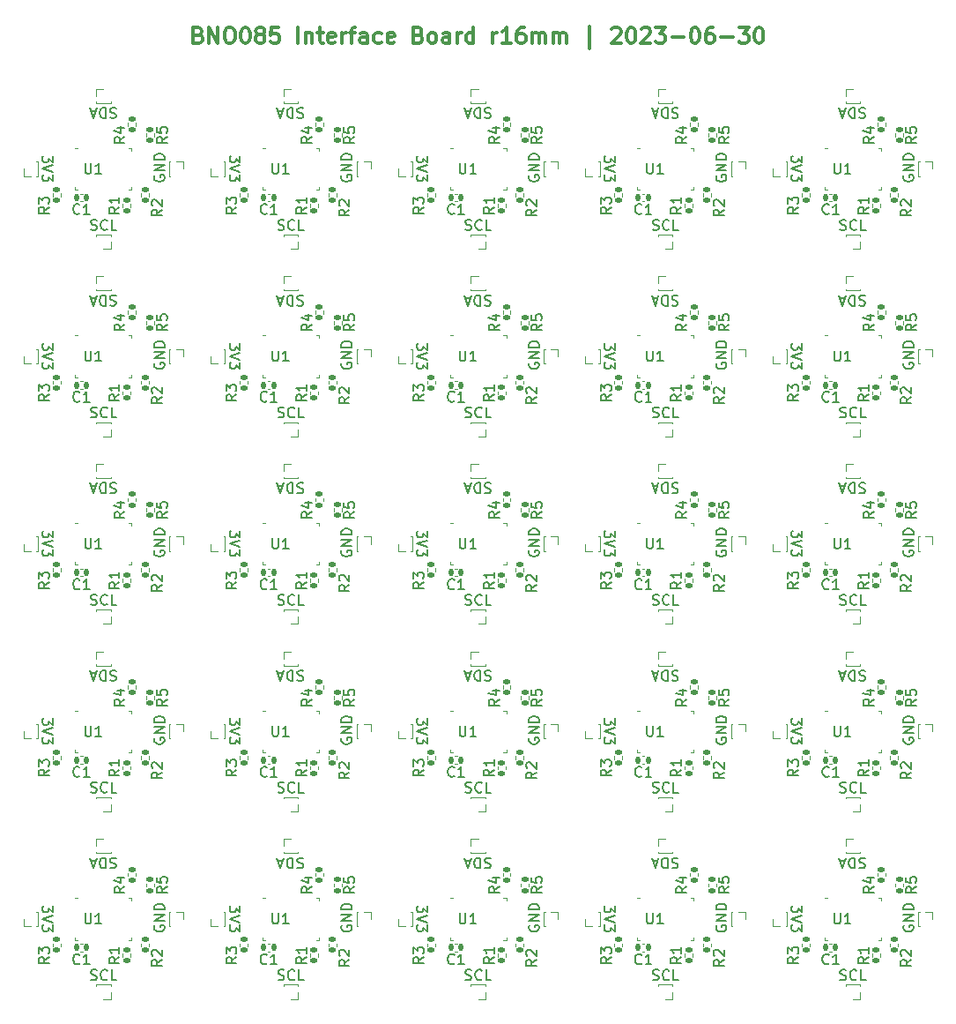
<source format=gto>
%TF.GenerationSoftware,KiCad,Pcbnew,7.0.5-1.fc38*%
%TF.CreationDate,2023-07-07T14:20:18-04:00*%
%TF.ProjectId,bno085-i2c-board-v3-large-panel,626e6f30-3835-42d6-9932-632d626f6172,rev?*%
%TF.SameCoordinates,Original*%
%TF.FileFunction,Legend,Top*%
%TF.FilePolarity,Positive*%
%FSLAX46Y46*%
G04 Gerber Fmt 4.6, Leading zero omitted, Abs format (unit mm)*
G04 Created by KiCad (PCBNEW 7.0.5-1.fc38) date 2023-07-07 14:20:18*
%MOMM*%
%LPD*%
G01*
G04 APERTURE LIST*
G04 Aperture macros list*
%AMRoundRect*
0 Rectangle with rounded corners*
0 $1 Rounding radius*
0 $2 $3 $4 $5 $6 $7 $8 $9 X,Y pos of 4 corners*
0 Add a 4 corners polygon primitive as box body*
4,1,4,$2,$3,$4,$5,$6,$7,$8,$9,$2,$3,0*
0 Add four circle primitives for the rounded corners*
1,1,$1+$1,$2,$3*
1,1,$1+$1,$4,$5*
1,1,$1+$1,$6,$7*
1,1,$1+$1,$8,$9*
0 Add four rect primitives between the rounded corners*
20,1,$1+$1,$2,$3,$4,$5,0*
20,1,$1+$1,$4,$5,$6,$7,0*
20,1,$1+$1,$6,$7,$8,$9,0*
20,1,$1+$1,$8,$9,$2,$3,0*%
G04 Aperture macros list end*
%ADD10C,0.150000*%
%ADD11C,0.300000*%
%ADD12C,0.120000*%
%ADD13RoundRect,0.135000X0.185000X-0.135000X0.185000X0.135000X-0.185000X0.135000X-0.185000X-0.135000X0*%
%ADD14RoundRect,0.135000X-0.185000X0.135000X-0.185000X-0.135000X0.185000X-0.135000X0.185000X0.135000X0*%
%ADD15C,0.500000*%
%ADD16R,0.850000X0.850000*%
%ADD17R,0.254000X0.675000*%
%ADD18R,0.675000X0.254000*%
%ADD19RoundRect,0.140000X0.140000X0.170000X-0.140000X0.170000X-0.140000X-0.170000X0.140000X-0.170000X0*%
G04 APERTURE END LIST*
D10*
X129287936Y-94821588D02*
X129430793Y-94869207D01*
X129430793Y-94869207D02*
X129668888Y-94869207D01*
X129668888Y-94869207D02*
X129764126Y-94821588D01*
X129764126Y-94821588D02*
X129811745Y-94773968D01*
X129811745Y-94773968D02*
X129859364Y-94678730D01*
X129859364Y-94678730D02*
X129859364Y-94583492D01*
X129859364Y-94583492D02*
X129811745Y-94488254D01*
X129811745Y-94488254D02*
X129764126Y-94440635D01*
X129764126Y-94440635D02*
X129668888Y-94393016D01*
X129668888Y-94393016D02*
X129478412Y-94345397D01*
X129478412Y-94345397D02*
X129383174Y-94297778D01*
X129383174Y-94297778D02*
X129335555Y-94250159D01*
X129335555Y-94250159D02*
X129287936Y-94154921D01*
X129287936Y-94154921D02*
X129287936Y-94059683D01*
X129287936Y-94059683D02*
X129335555Y-93964445D01*
X129335555Y-93964445D02*
X129383174Y-93916826D01*
X129383174Y-93916826D02*
X129478412Y-93869207D01*
X129478412Y-93869207D02*
X129716507Y-93869207D01*
X129716507Y-93869207D02*
X129859364Y-93916826D01*
X130859364Y-94773968D02*
X130811745Y-94821588D01*
X130811745Y-94821588D02*
X130668888Y-94869207D01*
X130668888Y-94869207D02*
X130573650Y-94869207D01*
X130573650Y-94869207D02*
X130430793Y-94821588D01*
X130430793Y-94821588D02*
X130335555Y-94726349D01*
X130335555Y-94726349D02*
X130287936Y-94631111D01*
X130287936Y-94631111D02*
X130240317Y-94440635D01*
X130240317Y-94440635D02*
X130240317Y-94297778D01*
X130240317Y-94297778D02*
X130287936Y-94107302D01*
X130287936Y-94107302D02*
X130335555Y-94012064D01*
X130335555Y-94012064D02*
X130430793Y-93916826D01*
X130430793Y-93916826D02*
X130573650Y-93869207D01*
X130573650Y-93869207D02*
X130668888Y-93869207D01*
X130668888Y-93869207D02*
X130811745Y-93916826D01*
X130811745Y-93916826D02*
X130859364Y-93964445D01*
X131764126Y-94869207D02*
X131287936Y-94869207D01*
X131287936Y-94869207D02*
X131287936Y-93869207D01*
X165287936Y-76821588D02*
X165430793Y-76869207D01*
X165430793Y-76869207D02*
X165668888Y-76869207D01*
X165668888Y-76869207D02*
X165764126Y-76821588D01*
X165764126Y-76821588D02*
X165811745Y-76773968D01*
X165811745Y-76773968D02*
X165859364Y-76678730D01*
X165859364Y-76678730D02*
X165859364Y-76583492D01*
X165859364Y-76583492D02*
X165811745Y-76488254D01*
X165811745Y-76488254D02*
X165764126Y-76440635D01*
X165764126Y-76440635D02*
X165668888Y-76393016D01*
X165668888Y-76393016D02*
X165478412Y-76345397D01*
X165478412Y-76345397D02*
X165383174Y-76297778D01*
X165383174Y-76297778D02*
X165335555Y-76250159D01*
X165335555Y-76250159D02*
X165287936Y-76154921D01*
X165287936Y-76154921D02*
X165287936Y-76059683D01*
X165287936Y-76059683D02*
X165335555Y-75964445D01*
X165335555Y-75964445D02*
X165383174Y-75916826D01*
X165383174Y-75916826D02*
X165478412Y-75869207D01*
X165478412Y-75869207D02*
X165716507Y-75869207D01*
X165716507Y-75869207D02*
X165859364Y-75916826D01*
X166859364Y-76773968D02*
X166811745Y-76821588D01*
X166811745Y-76821588D02*
X166668888Y-76869207D01*
X166668888Y-76869207D02*
X166573650Y-76869207D01*
X166573650Y-76869207D02*
X166430793Y-76821588D01*
X166430793Y-76821588D02*
X166335555Y-76726349D01*
X166335555Y-76726349D02*
X166287936Y-76631111D01*
X166287936Y-76631111D02*
X166240317Y-76440635D01*
X166240317Y-76440635D02*
X166240317Y-76297778D01*
X166240317Y-76297778D02*
X166287936Y-76107302D01*
X166287936Y-76107302D02*
X166335555Y-76012064D01*
X166335555Y-76012064D02*
X166430793Y-75916826D01*
X166430793Y-75916826D02*
X166573650Y-75869207D01*
X166573650Y-75869207D02*
X166668888Y-75869207D01*
X166668888Y-75869207D02*
X166811745Y-75916826D01*
X166811745Y-75916826D02*
X166859364Y-75964445D01*
X167764126Y-76869207D02*
X167287936Y-76869207D01*
X167287936Y-76869207D02*
X167287936Y-75869207D01*
X189416214Y-53638799D02*
X189368595Y-53734037D01*
X189368595Y-53734037D02*
X189368595Y-53876894D01*
X189368595Y-53876894D02*
X189416214Y-54019751D01*
X189416214Y-54019751D02*
X189511452Y-54114989D01*
X189511452Y-54114989D02*
X189606690Y-54162608D01*
X189606690Y-54162608D02*
X189797166Y-54210227D01*
X189797166Y-54210227D02*
X189940023Y-54210227D01*
X189940023Y-54210227D02*
X190130499Y-54162608D01*
X190130499Y-54162608D02*
X190225737Y-54114989D01*
X190225737Y-54114989D02*
X190320976Y-54019751D01*
X190320976Y-54019751D02*
X190368595Y-53876894D01*
X190368595Y-53876894D02*
X190368595Y-53781656D01*
X190368595Y-53781656D02*
X190320976Y-53638799D01*
X190320976Y-53638799D02*
X190273356Y-53591180D01*
X190273356Y-53591180D02*
X189940023Y-53591180D01*
X189940023Y-53591180D02*
X189940023Y-53781656D01*
X190368595Y-53162608D02*
X189368595Y-53162608D01*
X189368595Y-53162608D02*
X190368595Y-52591180D01*
X190368595Y-52591180D02*
X189368595Y-52591180D01*
X190368595Y-52114989D02*
X189368595Y-52114989D01*
X189368595Y-52114989D02*
X189368595Y-51876894D01*
X189368595Y-51876894D02*
X189416214Y-51734037D01*
X189416214Y-51734037D02*
X189511452Y-51638799D01*
X189511452Y-51638799D02*
X189606690Y-51591180D01*
X189606690Y-51591180D02*
X189797166Y-51543561D01*
X189797166Y-51543561D02*
X189940023Y-51543561D01*
X189940023Y-51543561D02*
X190130499Y-51591180D01*
X190130499Y-51591180D02*
X190225737Y-51638799D01*
X190225737Y-51638799D02*
X190320976Y-51734037D01*
X190320976Y-51734037D02*
X190368595Y-51876894D01*
X190368595Y-51876894D02*
X190368595Y-52114989D01*
X125628956Y-69740929D02*
X125628956Y-70359976D01*
X125628956Y-70359976D02*
X125248004Y-70026643D01*
X125248004Y-70026643D02*
X125248004Y-70169500D01*
X125248004Y-70169500D02*
X125200385Y-70264738D01*
X125200385Y-70264738D02*
X125152766Y-70312357D01*
X125152766Y-70312357D02*
X125057528Y-70359976D01*
X125057528Y-70359976D02*
X124819433Y-70359976D01*
X124819433Y-70359976D02*
X124724195Y-70312357D01*
X124724195Y-70312357D02*
X124676576Y-70264738D01*
X124676576Y-70264738D02*
X124628956Y-70169500D01*
X124628956Y-70169500D02*
X124628956Y-69883786D01*
X124628956Y-69883786D02*
X124676576Y-69788548D01*
X124676576Y-69788548D02*
X124724195Y-69740929D01*
X125628956Y-70645691D02*
X124628956Y-70979024D01*
X124628956Y-70979024D02*
X125628956Y-71312357D01*
X125628956Y-71550453D02*
X125628956Y-72169500D01*
X125628956Y-72169500D02*
X125248004Y-71836167D01*
X125248004Y-71836167D02*
X125248004Y-71979024D01*
X125248004Y-71979024D02*
X125200385Y-72074262D01*
X125200385Y-72074262D02*
X125152766Y-72121881D01*
X125152766Y-72121881D02*
X125057528Y-72169500D01*
X125057528Y-72169500D02*
X124819433Y-72169500D01*
X124819433Y-72169500D02*
X124724195Y-72121881D01*
X124724195Y-72121881D02*
X124676576Y-72074262D01*
X124676576Y-72074262D02*
X124628956Y-71979024D01*
X124628956Y-71979024D02*
X124628956Y-71693310D01*
X124628956Y-71693310D02*
X124676576Y-71598072D01*
X124676576Y-71598072D02*
X124724195Y-71550453D01*
X125628956Y-33740929D02*
X125628956Y-34359976D01*
X125628956Y-34359976D02*
X125248004Y-34026643D01*
X125248004Y-34026643D02*
X125248004Y-34169500D01*
X125248004Y-34169500D02*
X125200385Y-34264738D01*
X125200385Y-34264738D02*
X125152766Y-34312357D01*
X125152766Y-34312357D02*
X125057528Y-34359976D01*
X125057528Y-34359976D02*
X124819433Y-34359976D01*
X124819433Y-34359976D02*
X124724195Y-34312357D01*
X124724195Y-34312357D02*
X124676576Y-34264738D01*
X124676576Y-34264738D02*
X124628956Y-34169500D01*
X124628956Y-34169500D02*
X124628956Y-33883786D01*
X124628956Y-33883786D02*
X124676576Y-33788548D01*
X124676576Y-33788548D02*
X124724195Y-33740929D01*
X125628956Y-34645691D02*
X124628956Y-34979024D01*
X124628956Y-34979024D02*
X125628956Y-35312357D01*
X125628956Y-35550453D02*
X125628956Y-36169500D01*
X125628956Y-36169500D02*
X125248004Y-35836167D01*
X125248004Y-35836167D02*
X125248004Y-35979024D01*
X125248004Y-35979024D02*
X125200385Y-36074262D01*
X125200385Y-36074262D02*
X125152766Y-36121881D01*
X125152766Y-36121881D02*
X125057528Y-36169500D01*
X125057528Y-36169500D02*
X124819433Y-36169500D01*
X124819433Y-36169500D02*
X124724195Y-36121881D01*
X124724195Y-36121881D02*
X124676576Y-36074262D01*
X124676576Y-36074262D02*
X124628956Y-35979024D01*
X124628956Y-35979024D02*
X124628956Y-35693310D01*
X124628956Y-35693310D02*
X124676576Y-35598072D01*
X124676576Y-35598072D02*
X124724195Y-35550453D01*
X143628956Y-87740929D02*
X143628956Y-88359976D01*
X143628956Y-88359976D02*
X143248004Y-88026643D01*
X143248004Y-88026643D02*
X143248004Y-88169500D01*
X143248004Y-88169500D02*
X143200385Y-88264738D01*
X143200385Y-88264738D02*
X143152766Y-88312357D01*
X143152766Y-88312357D02*
X143057528Y-88359976D01*
X143057528Y-88359976D02*
X142819433Y-88359976D01*
X142819433Y-88359976D02*
X142724195Y-88312357D01*
X142724195Y-88312357D02*
X142676576Y-88264738D01*
X142676576Y-88264738D02*
X142628956Y-88169500D01*
X142628956Y-88169500D02*
X142628956Y-87883786D01*
X142628956Y-87883786D02*
X142676576Y-87788548D01*
X142676576Y-87788548D02*
X142724195Y-87740929D01*
X143628956Y-88645691D02*
X142628956Y-88979024D01*
X142628956Y-88979024D02*
X143628956Y-89312357D01*
X143628956Y-89550453D02*
X143628956Y-90169500D01*
X143628956Y-90169500D02*
X143248004Y-89836167D01*
X143248004Y-89836167D02*
X143248004Y-89979024D01*
X143248004Y-89979024D02*
X143200385Y-90074262D01*
X143200385Y-90074262D02*
X143152766Y-90121881D01*
X143152766Y-90121881D02*
X143057528Y-90169500D01*
X143057528Y-90169500D02*
X142819433Y-90169500D01*
X142819433Y-90169500D02*
X142724195Y-90121881D01*
X142724195Y-90121881D02*
X142676576Y-90074262D01*
X142676576Y-90074262D02*
X142628956Y-89979024D01*
X142628956Y-89979024D02*
X142628956Y-89693310D01*
X142628956Y-89693310D02*
X142676576Y-89598072D01*
X142676576Y-89598072D02*
X142724195Y-89550453D01*
X113709615Y-65177188D02*
X113566758Y-65129568D01*
X113566758Y-65129568D02*
X113328663Y-65129568D01*
X113328663Y-65129568D02*
X113233425Y-65177188D01*
X113233425Y-65177188D02*
X113185806Y-65224807D01*
X113185806Y-65224807D02*
X113138187Y-65320045D01*
X113138187Y-65320045D02*
X113138187Y-65415283D01*
X113138187Y-65415283D02*
X113185806Y-65510521D01*
X113185806Y-65510521D02*
X113233425Y-65558140D01*
X113233425Y-65558140D02*
X113328663Y-65605759D01*
X113328663Y-65605759D02*
X113519139Y-65653378D01*
X113519139Y-65653378D02*
X113614377Y-65700997D01*
X113614377Y-65700997D02*
X113661996Y-65748616D01*
X113661996Y-65748616D02*
X113709615Y-65843854D01*
X113709615Y-65843854D02*
X113709615Y-65939092D01*
X113709615Y-65939092D02*
X113661996Y-66034330D01*
X113661996Y-66034330D02*
X113614377Y-66081949D01*
X113614377Y-66081949D02*
X113519139Y-66129568D01*
X113519139Y-66129568D02*
X113281044Y-66129568D01*
X113281044Y-66129568D02*
X113138187Y-66081949D01*
X112709615Y-65129568D02*
X112709615Y-66129568D01*
X112709615Y-66129568D02*
X112471520Y-66129568D01*
X112471520Y-66129568D02*
X112328663Y-66081949D01*
X112328663Y-66081949D02*
X112233425Y-65986711D01*
X112233425Y-65986711D02*
X112185806Y-65891473D01*
X112185806Y-65891473D02*
X112138187Y-65700997D01*
X112138187Y-65700997D02*
X112138187Y-65558140D01*
X112138187Y-65558140D02*
X112185806Y-65367664D01*
X112185806Y-65367664D02*
X112233425Y-65272426D01*
X112233425Y-65272426D02*
X112328663Y-65177188D01*
X112328663Y-65177188D02*
X112471520Y-65129568D01*
X112471520Y-65129568D02*
X112709615Y-65129568D01*
X111757234Y-65415283D02*
X111281044Y-65415283D01*
X111852472Y-65129568D02*
X111519139Y-66129568D01*
X111519139Y-66129568D02*
X111185806Y-65129568D01*
X113709615Y-47177188D02*
X113566758Y-47129568D01*
X113566758Y-47129568D02*
X113328663Y-47129568D01*
X113328663Y-47129568D02*
X113233425Y-47177188D01*
X113233425Y-47177188D02*
X113185806Y-47224807D01*
X113185806Y-47224807D02*
X113138187Y-47320045D01*
X113138187Y-47320045D02*
X113138187Y-47415283D01*
X113138187Y-47415283D02*
X113185806Y-47510521D01*
X113185806Y-47510521D02*
X113233425Y-47558140D01*
X113233425Y-47558140D02*
X113328663Y-47605759D01*
X113328663Y-47605759D02*
X113519139Y-47653378D01*
X113519139Y-47653378D02*
X113614377Y-47700997D01*
X113614377Y-47700997D02*
X113661996Y-47748616D01*
X113661996Y-47748616D02*
X113709615Y-47843854D01*
X113709615Y-47843854D02*
X113709615Y-47939092D01*
X113709615Y-47939092D02*
X113661996Y-48034330D01*
X113661996Y-48034330D02*
X113614377Y-48081949D01*
X113614377Y-48081949D02*
X113519139Y-48129568D01*
X113519139Y-48129568D02*
X113281044Y-48129568D01*
X113281044Y-48129568D02*
X113138187Y-48081949D01*
X112709615Y-47129568D02*
X112709615Y-48129568D01*
X112709615Y-48129568D02*
X112471520Y-48129568D01*
X112471520Y-48129568D02*
X112328663Y-48081949D01*
X112328663Y-48081949D02*
X112233425Y-47986711D01*
X112233425Y-47986711D02*
X112185806Y-47891473D01*
X112185806Y-47891473D02*
X112138187Y-47700997D01*
X112138187Y-47700997D02*
X112138187Y-47558140D01*
X112138187Y-47558140D02*
X112185806Y-47367664D01*
X112185806Y-47367664D02*
X112233425Y-47272426D01*
X112233425Y-47272426D02*
X112328663Y-47177188D01*
X112328663Y-47177188D02*
X112471520Y-47129568D01*
X112471520Y-47129568D02*
X112709615Y-47129568D01*
X111757234Y-47415283D02*
X111281044Y-47415283D01*
X111852472Y-47129568D02*
X111519139Y-48129568D01*
X111519139Y-48129568D02*
X111185806Y-47129568D01*
X171416214Y-71638799D02*
X171368595Y-71734037D01*
X171368595Y-71734037D02*
X171368595Y-71876894D01*
X171368595Y-71876894D02*
X171416214Y-72019751D01*
X171416214Y-72019751D02*
X171511452Y-72114989D01*
X171511452Y-72114989D02*
X171606690Y-72162608D01*
X171606690Y-72162608D02*
X171797166Y-72210227D01*
X171797166Y-72210227D02*
X171940023Y-72210227D01*
X171940023Y-72210227D02*
X172130499Y-72162608D01*
X172130499Y-72162608D02*
X172225737Y-72114989D01*
X172225737Y-72114989D02*
X172320976Y-72019751D01*
X172320976Y-72019751D02*
X172368595Y-71876894D01*
X172368595Y-71876894D02*
X172368595Y-71781656D01*
X172368595Y-71781656D02*
X172320976Y-71638799D01*
X172320976Y-71638799D02*
X172273356Y-71591180D01*
X172273356Y-71591180D02*
X171940023Y-71591180D01*
X171940023Y-71591180D02*
X171940023Y-71781656D01*
X172368595Y-71162608D02*
X171368595Y-71162608D01*
X171368595Y-71162608D02*
X172368595Y-70591180D01*
X172368595Y-70591180D02*
X171368595Y-70591180D01*
X172368595Y-70114989D02*
X171368595Y-70114989D01*
X171368595Y-70114989D02*
X171368595Y-69876894D01*
X171368595Y-69876894D02*
X171416214Y-69734037D01*
X171416214Y-69734037D02*
X171511452Y-69638799D01*
X171511452Y-69638799D02*
X171606690Y-69591180D01*
X171606690Y-69591180D02*
X171797166Y-69543561D01*
X171797166Y-69543561D02*
X171940023Y-69543561D01*
X171940023Y-69543561D02*
X172130499Y-69591180D01*
X172130499Y-69591180D02*
X172225737Y-69638799D01*
X172225737Y-69638799D02*
X172320976Y-69734037D01*
X172320976Y-69734037D02*
X172368595Y-69876894D01*
X172368595Y-69876894D02*
X172368595Y-70114989D01*
X111287936Y-58821588D02*
X111430793Y-58869207D01*
X111430793Y-58869207D02*
X111668888Y-58869207D01*
X111668888Y-58869207D02*
X111764126Y-58821588D01*
X111764126Y-58821588D02*
X111811745Y-58773968D01*
X111811745Y-58773968D02*
X111859364Y-58678730D01*
X111859364Y-58678730D02*
X111859364Y-58583492D01*
X111859364Y-58583492D02*
X111811745Y-58488254D01*
X111811745Y-58488254D02*
X111764126Y-58440635D01*
X111764126Y-58440635D02*
X111668888Y-58393016D01*
X111668888Y-58393016D02*
X111478412Y-58345397D01*
X111478412Y-58345397D02*
X111383174Y-58297778D01*
X111383174Y-58297778D02*
X111335555Y-58250159D01*
X111335555Y-58250159D02*
X111287936Y-58154921D01*
X111287936Y-58154921D02*
X111287936Y-58059683D01*
X111287936Y-58059683D02*
X111335555Y-57964445D01*
X111335555Y-57964445D02*
X111383174Y-57916826D01*
X111383174Y-57916826D02*
X111478412Y-57869207D01*
X111478412Y-57869207D02*
X111716507Y-57869207D01*
X111716507Y-57869207D02*
X111859364Y-57916826D01*
X112859364Y-58773968D02*
X112811745Y-58821588D01*
X112811745Y-58821588D02*
X112668888Y-58869207D01*
X112668888Y-58869207D02*
X112573650Y-58869207D01*
X112573650Y-58869207D02*
X112430793Y-58821588D01*
X112430793Y-58821588D02*
X112335555Y-58726349D01*
X112335555Y-58726349D02*
X112287936Y-58631111D01*
X112287936Y-58631111D02*
X112240317Y-58440635D01*
X112240317Y-58440635D02*
X112240317Y-58297778D01*
X112240317Y-58297778D02*
X112287936Y-58107302D01*
X112287936Y-58107302D02*
X112335555Y-58012064D01*
X112335555Y-58012064D02*
X112430793Y-57916826D01*
X112430793Y-57916826D02*
X112573650Y-57869207D01*
X112573650Y-57869207D02*
X112668888Y-57869207D01*
X112668888Y-57869207D02*
X112811745Y-57916826D01*
X112811745Y-57916826D02*
X112859364Y-57964445D01*
X113764126Y-58869207D02*
X113287936Y-58869207D01*
X113287936Y-58869207D02*
X113287936Y-57869207D01*
X185709615Y-83177188D02*
X185566758Y-83129568D01*
X185566758Y-83129568D02*
X185328663Y-83129568D01*
X185328663Y-83129568D02*
X185233425Y-83177188D01*
X185233425Y-83177188D02*
X185185806Y-83224807D01*
X185185806Y-83224807D02*
X185138187Y-83320045D01*
X185138187Y-83320045D02*
X185138187Y-83415283D01*
X185138187Y-83415283D02*
X185185806Y-83510521D01*
X185185806Y-83510521D02*
X185233425Y-83558140D01*
X185233425Y-83558140D02*
X185328663Y-83605759D01*
X185328663Y-83605759D02*
X185519139Y-83653378D01*
X185519139Y-83653378D02*
X185614377Y-83700997D01*
X185614377Y-83700997D02*
X185661996Y-83748616D01*
X185661996Y-83748616D02*
X185709615Y-83843854D01*
X185709615Y-83843854D02*
X185709615Y-83939092D01*
X185709615Y-83939092D02*
X185661996Y-84034330D01*
X185661996Y-84034330D02*
X185614377Y-84081949D01*
X185614377Y-84081949D02*
X185519139Y-84129568D01*
X185519139Y-84129568D02*
X185281044Y-84129568D01*
X185281044Y-84129568D02*
X185138187Y-84081949D01*
X184709615Y-83129568D02*
X184709615Y-84129568D01*
X184709615Y-84129568D02*
X184471520Y-84129568D01*
X184471520Y-84129568D02*
X184328663Y-84081949D01*
X184328663Y-84081949D02*
X184233425Y-83986711D01*
X184233425Y-83986711D02*
X184185806Y-83891473D01*
X184185806Y-83891473D02*
X184138187Y-83700997D01*
X184138187Y-83700997D02*
X184138187Y-83558140D01*
X184138187Y-83558140D02*
X184185806Y-83367664D01*
X184185806Y-83367664D02*
X184233425Y-83272426D01*
X184233425Y-83272426D02*
X184328663Y-83177188D01*
X184328663Y-83177188D02*
X184471520Y-83129568D01*
X184471520Y-83129568D02*
X184709615Y-83129568D01*
X183757234Y-83415283D02*
X183281044Y-83415283D01*
X183852472Y-83129568D02*
X183519139Y-84129568D01*
X183519139Y-84129568D02*
X183185806Y-83129568D01*
X149709615Y-83177188D02*
X149566758Y-83129568D01*
X149566758Y-83129568D02*
X149328663Y-83129568D01*
X149328663Y-83129568D02*
X149233425Y-83177188D01*
X149233425Y-83177188D02*
X149185806Y-83224807D01*
X149185806Y-83224807D02*
X149138187Y-83320045D01*
X149138187Y-83320045D02*
X149138187Y-83415283D01*
X149138187Y-83415283D02*
X149185806Y-83510521D01*
X149185806Y-83510521D02*
X149233425Y-83558140D01*
X149233425Y-83558140D02*
X149328663Y-83605759D01*
X149328663Y-83605759D02*
X149519139Y-83653378D01*
X149519139Y-83653378D02*
X149614377Y-83700997D01*
X149614377Y-83700997D02*
X149661996Y-83748616D01*
X149661996Y-83748616D02*
X149709615Y-83843854D01*
X149709615Y-83843854D02*
X149709615Y-83939092D01*
X149709615Y-83939092D02*
X149661996Y-84034330D01*
X149661996Y-84034330D02*
X149614377Y-84081949D01*
X149614377Y-84081949D02*
X149519139Y-84129568D01*
X149519139Y-84129568D02*
X149281044Y-84129568D01*
X149281044Y-84129568D02*
X149138187Y-84081949D01*
X148709615Y-83129568D02*
X148709615Y-84129568D01*
X148709615Y-84129568D02*
X148471520Y-84129568D01*
X148471520Y-84129568D02*
X148328663Y-84081949D01*
X148328663Y-84081949D02*
X148233425Y-83986711D01*
X148233425Y-83986711D02*
X148185806Y-83891473D01*
X148185806Y-83891473D02*
X148138187Y-83700997D01*
X148138187Y-83700997D02*
X148138187Y-83558140D01*
X148138187Y-83558140D02*
X148185806Y-83367664D01*
X148185806Y-83367664D02*
X148233425Y-83272426D01*
X148233425Y-83272426D02*
X148328663Y-83177188D01*
X148328663Y-83177188D02*
X148471520Y-83129568D01*
X148471520Y-83129568D02*
X148709615Y-83129568D01*
X147757234Y-83415283D02*
X147281044Y-83415283D01*
X147852472Y-83129568D02*
X147519139Y-84129568D01*
X147519139Y-84129568D02*
X147185806Y-83129568D01*
X153416214Y-89638799D02*
X153368595Y-89734037D01*
X153368595Y-89734037D02*
X153368595Y-89876894D01*
X153368595Y-89876894D02*
X153416214Y-90019751D01*
X153416214Y-90019751D02*
X153511452Y-90114989D01*
X153511452Y-90114989D02*
X153606690Y-90162608D01*
X153606690Y-90162608D02*
X153797166Y-90210227D01*
X153797166Y-90210227D02*
X153940023Y-90210227D01*
X153940023Y-90210227D02*
X154130499Y-90162608D01*
X154130499Y-90162608D02*
X154225737Y-90114989D01*
X154225737Y-90114989D02*
X154320976Y-90019751D01*
X154320976Y-90019751D02*
X154368595Y-89876894D01*
X154368595Y-89876894D02*
X154368595Y-89781656D01*
X154368595Y-89781656D02*
X154320976Y-89638799D01*
X154320976Y-89638799D02*
X154273356Y-89591180D01*
X154273356Y-89591180D02*
X153940023Y-89591180D01*
X153940023Y-89591180D02*
X153940023Y-89781656D01*
X154368595Y-89162608D02*
X153368595Y-89162608D01*
X153368595Y-89162608D02*
X154368595Y-88591180D01*
X154368595Y-88591180D02*
X153368595Y-88591180D01*
X154368595Y-88114989D02*
X153368595Y-88114989D01*
X153368595Y-88114989D02*
X153368595Y-87876894D01*
X153368595Y-87876894D02*
X153416214Y-87734037D01*
X153416214Y-87734037D02*
X153511452Y-87638799D01*
X153511452Y-87638799D02*
X153606690Y-87591180D01*
X153606690Y-87591180D02*
X153797166Y-87543561D01*
X153797166Y-87543561D02*
X153940023Y-87543561D01*
X153940023Y-87543561D02*
X154130499Y-87591180D01*
X154130499Y-87591180D02*
X154225737Y-87638799D01*
X154225737Y-87638799D02*
X154320976Y-87734037D01*
X154320976Y-87734037D02*
X154368595Y-87876894D01*
X154368595Y-87876894D02*
X154368595Y-88114989D01*
X147287936Y-76821588D02*
X147430793Y-76869207D01*
X147430793Y-76869207D02*
X147668888Y-76869207D01*
X147668888Y-76869207D02*
X147764126Y-76821588D01*
X147764126Y-76821588D02*
X147811745Y-76773968D01*
X147811745Y-76773968D02*
X147859364Y-76678730D01*
X147859364Y-76678730D02*
X147859364Y-76583492D01*
X147859364Y-76583492D02*
X147811745Y-76488254D01*
X147811745Y-76488254D02*
X147764126Y-76440635D01*
X147764126Y-76440635D02*
X147668888Y-76393016D01*
X147668888Y-76393016D02*
X147478412Y-76345397D01*
X147478412Y-76345397D02*
X147383174Y-76297778D01*
X147383174Y-76297778D02*
X147335555Y-76250159D01*
X147335555Y-76250159D02*
X147287936Y-76154921D01*
X147287936Y-76154921D02*
X147287936Y-76059683D01*
X147287936Y-76059683D02*
X147335555Y-75964445D01*
X147335555Y-75964445D02*
X147383174Y-75916826D01*
X147383174Y-75916826D02*
X147478412Y-75869207D01*
X147478412Y-75869207D02*
X147716507Y-75869207D01*
X147716507Y-75869207D02*
X147859364Y-75916826D01*
X148859364Y-76773968D02*
X148811745Y-76821588D01*
X148811745Y-76821588D02*
X148668888Y-76869207D01*
X148668888Y-76869207D02*
X148573650Y-76869207D01*
X148573650Y-76869207D02*
X148430793Y-76821588D01*
X148430793Y-76821588D02*
X148335555Y-76726349D01*
X148335555Y-76726349D02*
X148287936Y-76631111D01*
X148287936Y-76631111D02*
X148240317Y-76440635D01*
X148240317Y-76440635D02*
X148240317Y-76297778D01*
X148240317Y-76297778D02*
X148287936Y-76107302D01*
X148287936Y-76107302D02*
X148335555Y-76012064D01*
X148335555Y-76012064D02*
X148430793Y-75916826D01*
X148430793Y-75916826D02*
X148573650Y-75869207D01*
X148573650Y-75869207D02*
X148668888Y-75869207D01*
X148668888Y-75869207D02*
X148811745Y-75916826D01*
X148811745Y-75916826D02*
X148859364Y-75964445D01*
X149764126Y-76869207D02*
X149287936Y-76869207D01*
X149287936Y-76869207D02*
X149287936Y-75869207D01*
X189416214Y-71638799D02*
X189368595Y-71734037D01*
X189368595Y-71734037D02*
X189368595Y-71876894D01*
X189368595Y-71876894D02*
X189416214Y-72019751D01*
X189416214Y-72019751D02*
X189511452Y-72114989D01*
X189511452Y-72114989D02*
X189606690Y-72162608D01*
X189606690Y-72162608D02*
X189797166Y-72210227D01*
X189797166Y-72210227D02*
X189940023Y-72210227D01*
X189940023Y-72210227D02*
X190130499Y-72162608D01*
X190130499Y-72162608D02*
X190225737Y-72114989D01*
X190225737Y-72114989D02*
X190320976Y-72019751D01*
X190320976Y-72019751D02*
X190368595Y-71876894D01*
X190368595Y-71876894D02*
X190368595Y-71781656D01*
X190368595Y-71781656D02*
X190320976Y-71638799D01*
X190320976Y-71638799D02*
X190273356Y-71591180D01*
X190273356Y-71591180D02*
X189940023Y-71591180D01*
X189940023Y-71591180D02*
X189940023Y-71781656D01*
X190368595Y-71162608D02*
X189368595Y-71162608D01*
X189368595Y-71162608D02*
X190368595Y-70591180D01*
X190368595Y-70591180D02*
X189368595Y-70591180D01*
X190368595Y-70114989D02*
X189368595Y-70114989D01*
X189368595Y-70114989D02*
X189368595Y-69876894D01*
X189368595Y-69876894D02*
X189416214Y-69734037D01*
X189416214Y-69734037D02*
X189511452Y-69638799D01*
X189511452Y-69638799D02*
X189606690Y-69591180D01*
X189606690Y-69591180D02*
X189797166Y-69543561D01*
X189797166Y-69543561D02*
X189940023Y-69543561D01*
X189940023Y-69543561D02*
X190130499Y-69591180D01*
X190130499Y-69591180D02*
X190225737Y-69638799D01*
X190225737Y-69638799D02*
X190320976Y-69734037D01*
X190320976Y-69734037D02*
X190368595Y-69876894D01*
X190368595Y-69876894D02*
X190368595Y-70114989D01*
X135416214Y-89638799D02*
X135368595Y-89734037D01*
X135368595Y-89734037D02*
X135368595Y-89876894D01*
X135368595Y-89876894D02*
X135416214Y-90019751D01*
X135416214Y-90019751D02*
X135511452Y-90114989D01*
X135511452Y-90114989D02*
X135606690Y-90162608D01*
X135606690Y-90162608D02*
X135797166Y-90210227D01*
X135797166Y-90210227D02*
X135940023Y-90210227D01*
X135940023Y-90210227D02*
X136130499Y-90162608D01*
X136130499Y-90162608D02*
X136225737Y-90114989D01*
X136225737Y-90114989D02*
X136320976Y-90019751D01*
X136320976Y-90019751D02*
X136368595Y-89876894D01*
X136368595Y-89876894D02*
X136368595Y-89781656D01*
X136368595Y-89781656D02*
X136320976Y-89638799D01*
X136320976Y-89638799D02*
X136273356Y-89591180D01*
X136273356Y-89591180D02*
X135940023Y-89591180D01*
X135940023Y-89591180D02*
X135940023Y-89781656D01*
X136368595Y-89162608D02*
X135368595Y-89162608D01*
X135368595Y-89162608D02*
X136368595Y-88591180D01*
X136368595Y-88591180D02*
X135368595Y-88591180D01*
X136368595Y-88114989D02*
X135368595Y-88114989D01*
X135368595Y-88114989D02*
X135368595Y-87876894D01*
X135368595Y-87876894D02*
X135416214Y-87734037D01*
X135416214Y-87734037D02*
X135511452Y-87638799D01*
X135511452Y-87638799D02*
X135606690Y-87591180D01*
X135606690Y-87591180D02*
X135797166Y-87543561D01*
X135797166Y-87543561D02*
X135940023Y-87543561D01*
X135940023Y-87543561D02*
X136130499Y-87591180D01*
X136130499Y-87591180D02*
X136225737Y-87638799D01*
X136225737Y-87638799D02*
X136320976Y-87734037D01*
X136320976Y-87734037D02*
X136368595Y-87876894D01*
X136368595Y-87876894D02*
X136368595Y-88114989D01*
X117416214Y-35638799D02*
X117368595Y-35734037D01*
X117368595Y-35734037D02*
X117368595Y-35876894D01*
X117368595Y-35876894D02*
X117416214Y-36019751D01*
X117416214Y-36019751D02*
X117511452Y-36114989D01*
X117511452Y-36114989D02*
X117606690Y-36162608D01*
X117606690Y-36162608D02*
X117797166Y-36210227D01*
X117797166Y-36210227D02*
X117940023Y-36210227D01*
X117940023Y-36210227D02*
X118130499Y-36162608D01*
X118130499Y-36162608D02*
X118225737Y-36114989D01*
X118225737Y-36114989D02*
X118320976Y-36019751D01*
X118320976Y-36019751D02*
X118368595Y-35876894D01*
X118368595Y-35876894D02*
X118368595Y-35781656D01*
X118368595Y-35781656D02*
X118320976Y-35638799D01*
X118320976Y-35638799D02*
X118273356Y-35591180D01*
X118273356Y-35591180D02*
X117940023Y-35591180D01*
X117940023Y-35591180D02*
X117940023Y-35781656D01*
X118368595Y-35162608D02*
X117368595Y-35162608D01*
X117368595Y-35162608D02*
X118368595Y-34591180D01*
X118368595Y-34591180D02*
X117368595Y-34591180D01*
X118368595Y-34114989D02*
X117368595Y-34114989D01*
X117368595Y-34114989D02*
X117368595Y-33876894D01*
X117368595Y-33876894D02*
X117416214Y-33734037D01*
X117416214Y-33734037D02*
X117511452Y-33638799D01*
X117511452Y-33638799D02*
X117606690Y-33591180D01*
X117606690Y-33591180D02*
X117797166Y-33543561D01*
X117797166Y-33543561D02*
X117940023Y-33543561D01*
X117940023Y-33543561D02*
X118130499Y-33591180D01*
X118130499Y-33591180D02*
X118225737Y-33638799D01*
X118225737Y-33638799D02*
X118320976Y-33734037D01*
X118320976Y-33734037D02*
X118368595Y-33876894D01*
X118368595Y-33876894D02*
X118368595Y-34114989D01*
X107628956Y-69740929D02*
X107628956Y-70359976D01*
X107628956Y-70359976D02*
X107248004Y-70026643D01*
X107248004Y-70026643D02*
X107248004Y-70169500D01*
X107248004Y-70169500D02*
X107200385Y-70264738D01*
X107200385Y-70264738D02*
X107152766Y-70312357D01*
X107152766Y-70312357D02*
X107057528Y-70359976D01*
X107057528Y-70359976D02*
X106819433Y-70359976D01*
X106819433Y-70359976D02*
X106724195Y-70312357D01*
X106724195Y-70312357D02*
X106676576Y-70264738D01*
X106676576Y-70264738D02*
X106628956Y-70169500D01*
X106628956Y-70169500D02*
X106628956Y-69883786D01*
X106628956Y-69883786D02*
X106676576Y-69788548D01*
X106676576Y-69788548D02*
X106724195Y-69740929D01*
X107628956Y-70645691D02*
X106628956Y-70979024D01*
X106628956Y-70979024D02*
X107628956Y-71312357D01*
X107628956Y-71550453D02*
X107628956Y-72169500D01*
X107628956Y-72169500D02*
X107248004Y-71836167D01*
X107248004Y-71836167D02*
X107248004Y-71979024D01*
X107248004Y-71979024D02*
X107200385Y-72074262D01*
X107200385Y-72074262D02*
X107152766Y-72121881D01*
X107152766Y-72121881D02*
X107057528Y-72169500D01*
X107057528Y-72169500D02*
X106819433Y-72169500D01*
X106819433Y-72169500D02*
X106724195Y-72121881D01*
X106724195Y-72121881D02*
X106676576Y-72074262D01*
X106676576Y-72074262D02*
X106628956Y-71979024D01*
X106628956Y-71979024D02*
X106628956Y-71693310D01*
X106628956Y-71693310D02*
X106676576Y-71598072D01*
X106676576Y-71598072D02*
X106724195Y-71550453D01*
X165287936Y-94821588D02*
X165430793Y-94869207D01*
X165430793Y-94869207D02*
X165668888Y-94869207D01*
X165668888Y-94869207D02*
X165764126Y-94821588D01*
X165764126Y-94821588D02*
X165811745Y-94773968D01*
X165811745Y-94773968D02*
X165859364Y-94678730D01*
X165859364Y-94678730D02*
X165859364Y-94583492D01*
X165859364Y-94583492D02*
X165811745Y-94488254D01*
X165811745Y-94488254D02*
X165764126Y-94440635D01*
X165764126Y-94440635D02*
X165668888Y-94393016D01*
X165668888Y-94393016D02*
X165478412Y-94345397D01*
X165478412Y-94345397D02*
X165383174Y-94297778D01*
X165383174Y-94297778D02*
X165335555Y-94250159D01*
X165335555Y-94250159D02*
X165287936Y-94154921D01*
X165287936Y-94154921D02*
X165287936Y-94059683D01*
X165287936Y-94059683D02*
X165335555Y-93964445D01*
X165335555Y-93964445D02*
X165383174Y-93916826D01*
X165383174Y-93916826D02*
X165478412Y-93869207D01*
X165478412Y-93869207D02*
X165716507Y-93869207D01*
X165716507Y-93869207D02*
X165859364Y-93916826D01*
X166859364Y-94773968D02*
X166811745Y-94821588D01*
X166811745Y-94821588D02*
X166668888Y-94869207D01*
X166668888Y-94869207D02*
X166573650Y-94869207D01*
X166573650Y-94869207D02*
X166430793Y-94821588D01*
X166430793Y-94821588D02*
X166335555Y-94726349D01*
X166335555Y-94726349D02*
X166287936Y-94631111D01*
X166287936Y-94631111D02*
X166240317Y-94440635D01*
X166240317Y-94440635D02*
X166240317Y-94297778D01*
X166240317Y-94297778D02*
X166287936Y-94107302D01*
X166287936Y-94107302D02*
X166335555Y-94012064D01*
X166335555Y-94012064D02*
X166430793Y-93916826D01*
X166430793Y-93916826D02*
X166573650Y-93869207D01*
X166573650Y-93869207D02*
X166668888Y-93869207D01*
X166668888Y-93869207D02*
X166811745Y-93916826D01*
X166811745Y-93916826D02*
X166859364Y-93964445D01*
X167764126Y-94869207D02*
X167287936Y-94869207D01*
X167287936Y-94869207D02*
X167287936Y-93869207D01*
X153416214Y-53638799D02*
X153368595Y-53734037D01*
X153368595Y-53734037D02*
X153368595Y-53876894D01*
X153368595Y-53876894D02*
X153416214Y-54019751D01*
X153416214Y-54019751D02*
X153511452Y-54114989D01*
X153511452Y-54114989D02*
X153606690Y-54162608D01*
X153606690Y-54162608D02*
X153797166Y-54210227D01*
X153797166Y-54210227D02*
X153940023Y-54210227D01*
X153940023Y-54210227D02*
X154130499Y-54162608D01*
X154130499Y-54162608D02*
X154225737Y-54114989D01*
X154225737Y-54114989D02*
X154320976Y-54019751D01*
X154320976Y-54019751D02*
X154368595Y-53876894D01*
X154368595Y-53876894D02*
X154368595Y-53781656D01*
X154368595Y-53781656D02*
X154320976Y-53638799D01*
X154320976Y-53638799D02*
X154273356Y-53591180D01*
X154273356Y-53591180D02*
X153940023Y-53591180D01*
X153940023Y-53591180D02*
X153940023Y-53781656D01*
X154368595Y-53162608D02*
X153368595Y-53162608D01*
X153368595Y-53162608D02*
X154368595Y-52591180D01*
X154368595Y-52591180D02*
X153368595Y-52591180D01*
X154368595Y-52114989D02*
X153368595Y-52114989D01*
X153368595Y-52114989D02*
X153368595Y-51876894D01*
X153368595Y-51876894D02*
X153416214Y-51734037D01*
X153416214Y-51734037D02*
X153511452Y-51638799D01*
X153511452Y-51638799D02*
X153606690Y-51591180D01*
X153606690Y-51591180D02*
X153797166Y-51543561D01*
X153797166Y-51543561D02*
X153940023Y-51543561D01*
X153940023Y-51543561D02*
X154130499Y-51591180D01*
X154130499Y-51591180D02*
X154225737Y-51638799D01*
X154225737Y-51638799D02*
X154320976Y-51734037D01*
X154320976Y-51734037D02*
X154368595Y-51876894D01*
X154368595Y-51876894D02*
X154368595Y-52114989D01*
X149709615Y-101177188D02*
X149566758Y-101129568D01*
X149566758Y-101129568D02*
X149328663Y-101129568D01*
X149328663Y-101129568D02*
X149233425Y-101177188D01*
X149233425Y-101177188D02*
X149185806Y-101224807D01*
X149185806Y-101224807D02*
X149138187Y-101320045D01*
X149138187Y-101320045D02*
X149138187Y-101415283D01*
X149138187Y-101415283D02*
X149185806Y-101510521D01*
X149185806Y-101510521D02*
X149233425Y-101558140D01*
X149233425Y-101558140D02*
X149328663Y-101605759D01*
X149328663Y-101605759D02*
X149519139Y-101653378D01*
X149519139Y-101653378D02*
X149614377Y-101700997D01*
X149614377Y-101700997D02*
X149661996Y-101748616D01*
X149661996Y-101748616D02*
X149709615Y-101843854D01*
X149709615Y-101843854D02*
X149709615Y-101939092D01*
X149709615Y-101939092D02*
X149661996Y-102034330D01*
X149661996Y-102034330D02*
X149614377Y-102081949D01*
X149614377Y-102081949D02*
X149519139Y-102129568D01*
X149519139Y-102129568D02*
X149281044Y-102129568D01*
X149281044Y-102129568D02*
X149138187Y-102081949D01*
X148709615Y-101129568D02*
X148709615Y-102129568D01*
X148709615Y-102129568D02*
X148471520Y-102129568D01*
X148471520Y-102129568D02*
X148328663Y-102081949D01*
X148328663Y-102081949D02*
X148233425Y-101986711D01*
X148233425Y-101986711D02*
X148185806Y-101891473D01*
X148185806Y-101891473D02*
X148138187Y-101700997D01*
X148138187Y-101700997D02*
X148138187Y-101558140D01*
X148138187Y-101558140D02*
X148185806Y-101367664D01*
X148185806Y-101367664D02*
X148233425Y-101272426D01*
X148233425Y-101272426D02*
X148328663Y-101177188D01*
X148328663Y-101177188D02*
X148471520Y-101129568D01*
X148471520Y-101129568D02*
X148709615Y-101129568D01*
X147757234Y-101415283D02*
X147281044Y-101415283D01*
X147852472Y-101129568D02*
X147519139Y-102129568D01*
X147519139Y-102129568D02*
X147185806Y-101129568D01*
X107628956Y-105740929D02*
X107628956Y-106359976D01*
X107628956Y-106359976D02*
X107248004Y-106026643D01*
X107248004Y-106026643D02*
X107248004Y-106169500D01*
X107248004Y-106169500D02*
X107200385Y-106264738D01*
X107200385Y-106264738D02*
X107152766Y-106312357D01*
X107152766Y-106312357D02*
X107057528Y-106359976D01*
X107057528Y-106359976D02*
X106819433Y-106359976D01*
X106819433Y-106359976D02*
X106724195Y-106312357D01*
X106724195Y-106312357D02*
X106676576Y-106264738D01*
X106676576Y-106264738D02*
X106628956Y-106169500D01*
X106628956Y-106169500D02*
X106628956Y-105883786D01*
X106628956Y-105883786D02*
X106676576Y-105788548D01*
X106676576Y-105788548D02*
X106724195Y-105740929D01*
X107628956Y-106645691D02*
X106628956Y-106979024D01*
X106628956Y-106979024D02*
X107628956Y-107312357D01*
X107628956Y-107550453D02*
X107628956Y-108169500D01*
X107628956Y-108169500D02*
X107248004Y-107836167D01*
X107248004Y-107836167D02*
X107248004Y-107979024D01*
X107248004Y-107979024D02*
X107200385Y-108074262D01*
X107200385Y-108074262D02*
X107152766Y-108121881D01*
X107152766Y-108121881D02*
X107057528Y-108169500D01*
X107057528Y-108169500D02*
X106819433Y-108169500D01*
X106819433Y-108169500D02*
X106724195Y-108121881D01*
X106724195Y-108121881D02*
X106676576Y-108074262D01*
X106676576Y-108074262D02*
X106628956Y-107979024D01*
X106628956Y-107979024D02*
X106628956Y-107693310D01*
X106628956Y-107693310D02*
X106676576Y-107598072D01*
X106676576Y-107598072D02*
X106724195Y-107550453D01*
X183287936Y-58821588D02*
X183430793Y-58869207D01*
X183430793Y-58869207D02*
X183668888Y-58869207D01*
X183668888Y-58869207D02*
X183764126Y-58821588D01*
X183764126Y-58821588D02*
X183811745Y-58773968D01*
X183811745Y-58773968D02*
X183859364Y-58678730D01*
X183859364Y-58678730D02*
X183859364Y-58583492D01*
X183859364Y-58583492D02*
X183811745Y-58488254D01*
X183811745Y-58488254D02*
X183764126Y-58440635D01*
X183764126Y-58440635D02*
X183668888Y-58393016D01*
X183668888Y-58393016D02*
X183478412Y-58345397D01*
X183478412Y-58345397D02*
X183383174Y-58297778D01*
X183383174Y-58297778D02*
X183335555Y-58250159D01*
X183335555Y-58250159D02*
X183287936Y-58154921D01*
X183287936Y-58154921D02*
X183287936Y-58059683D01*
X183287936Y-58059683D02*
X183335555Y-57964445D01*
X183335555Y-57964445D02*
X183383174Y-57916826D01*
X183383174Y-57916826D02*
X183478412Y-57869207D01*
X183478412Y-57869207D02*
X183716507Y-57869207D01*
X183716507Y-57869207D02*
X183859364Y-57916826D01*
X184859364Y-58773968D02*
X184811745Y-58821588D01*
X184811745Y-58821588D02*
X184668888Y-58869207D01*
X184668888Y-58869207D02*
X184573650Y-58869207D01*
X184573650Y-58869207D02*
X184430793Y-58821588D01*
X184430793Y-58821588D02*
X184335555Y-58726349D01*
X184335555Y-58726349D02*
X184287936Y-58631111D01*
X184287936Y-58631111D02*
X184240317Y-58440635D01*
X184240317Y-58440635D02*
X184240317Y-58297778D01*
X184240317Y-58297778D02*
X184287936Y-58107302D01*
X184287936Y-58107302D02*
X184335555Y-58012064D01*
X184335555Y-58012064D02*
X184430793Y-57916826D01*
X184430793Y-57916826D02*
X184573650Y-57869207D01*
X184573650Y-57869207D02*
X184668888Y-57869207D01*
X184668888Y-57869207D02*
X184811745Y-57916826D01*
X184811745Y-57916826D02*
X184859364Y-57964445D01*
X185764126Y-58869207D02*
X185287936Y-58869207D01*
X185287936Y-58869207D02*
X185287936Y-57869207D01*
X189416214Y-107638799D02*
X189368595Y-107734037D01*
X189368595Y-107734037D02*
X189368595Y-107876894D01*
X189368595Y-107876894D02*
X189416214Y-108019751D01*
X189416214Y-108019751D02*
X189511452Y-108114989D01*
X189511452Y-108114989D02*
X189606690Y-108162608D01*
X189606690Y-108162608D02*
X189797166Y-108210227D01*
X189797166Y-108210227D02*
X189940023Y-108210227D01*
X189940023Y-108210227D02*
X190130499Y-108162608D01*
X190130499Y-108162608D02*
X190225737Y-108114989D01*
X190225737Y-108114989D02*
X190320976Y-108019751D01*
X190320976Y-108019751D02*
X190368595Y-107876894D01*
X190368595Y-107876894D02*
X190368595Y-107781656D01*
X190368595Y-107781656D02*
X190320976Y-107638799D01*
X190320976Y-107638799D02*
X190273356Y-107591180D01*
X190273356Y-107591180D02*
X189940023Y-107591180D01*
X189940023Y-107591180D02*
X189940023Y-107781656D01*
X190368595Y-107162608D02*
X189368595Y-107162608D01*
X189368595Y-107162608D02*
X190368595Y-106591180D01*
X190368595Y-106591180D02*
X189368595Y-106591180D01*
X190368595Y-106114989D02*
X189368595Y-106114989D01*
X189368595Y-106114989D02*
X189368595Y-105876894D01*
X189368595Y-105876894D02*
X189416214Y-105734037D01*
X189416214Y-105734037D02*
X189511452Y-105638799D01*
X189511452Y-105638799D02*
X189606690Y-105591180D01*
X189606690Y-105591180D02*
X189797166Y-105543561D01*
X189797166Y-105543561D02*
X189940023Y-105543561D01*
X189940023Y-105543561D02*
X190130499Y-105591180D01*
X190130499Y-105591180D02*
X190225737Y-105638799D01*
X190225737Y-105638799D02*
X190320976Y-105734037D01*
X190320976Y-105734037D02*
X190368595Y-105876894D01*
X190368595Y-105876894D02*
X190368595Y-106114989D01*
X111287936Y-40821588D02*
X111430793Y-40869207D01*
X111430793Y-40869207D02*
X111668888Y-40869207D01*
X111668888Y-40869207D02*
X111764126Y-40821588D01*
X111764126Y-40821588D02*
X111811745Y-40773968D01*
X111811745Y-40773968D02*
X111859364Y-40678730D01*
X111859364Y-40678730D02*
X111859364Y-40583492D01*
X111859364Y-40583492D02*
X111811745Y-40488254D01*
X111811745Y-40488254D02*
X111764126Y-40440635D01*
X111764126Y-40440635D02*
X111668888Y-40393016D01*
X111668888Y-40393016D02*
X111478412Y-40345397D01*
X111478412Y-40345397D02*
X111383174Y-40297778D01*
X111383174Y-40297778D02*
X111335555Y-40250159D01*
X111335555Y-40250159D02*
X111287936Y-40154921D01*
X111287936Y-40154921D02*
X111287936Y-40059683D01*
X111287936Y-40059683D02*
X111335555Y-39964445D01*
X111335555Y-39964445D02*
X111383174Y-39916826D01*
X111383174Y-39916826D02*
X111478412Y-39869207D01*
X111478412Y-39869207D02*
X111716507Y-39869207D01*
X111716507Y-39869207D02*
X111859364Y-39916826D01*
X112859364Y-40773968D02*
X112811745Y-40821588D01*
X112811745Y-40821588D02*
X112668888Y-40869207D01*
X112668888Y-40869207D02*
X112573650Y-40869207D01*
X112573650Y-40869207D02*
X112430793Y-40821588D01*
X112430793Y-40821588D02*
X112335555Y-40726349D01*
X112335555Y-40726349D02*
X112287936Y-40631111D01*
X112287936Y-40631111D02*
X112240317Y-40440635D01*
X112240317Y-40440635D02*
X112240317Y-40297778D01*
X112240317Y-40297778D02*
X112287936Y-40107302D01*
X112287936Y-40107302D02*
X112335555Y-40012064D01*
X112335555Y-40012064D02*
X112430793Y-39916826D01*
X112430793Y-39916826D02*
X112573650Y-39869207D01*
X112573650Y-39869207D02*
X112668888Y-39869207D01*
X112668888Y-39869207D02*
X112811745Y-39916826D01*
X112811745Y-39916826D02*
X112859364Y-39964445D01*
X113764126Y-40869207D02*
X113287936Y-40869207D01*
X113287936Y-40869207D02*
X113287936Y-39869207D01*
X149709615Y-47177188D02*
X149566758Y-47129568D01*
X149566758Y-47129568D02*
X149328663Y-47129568D01*
X149328663Y-47129568D02*
X149233425Y-47177188D01*
X149233425Y-47177188D02*
X149185806Y-47224807D01*
X149185806Y-47224807D02*
X149138187Y-47320045D01*
X149138187Y-47320045D02*
X149138187Y-47415283D01*
X149138187Y-47415283D02*
X149185806Y-47510521D01*
X149185806Y-47510521D02*
X149233425Y-47558140D01*
X149233425Y-47558140D02*
X149328663Y-47605759D01*
X149328663Y-47605759D02*
X149519139Y-47653378D01*
X149519139Y-47653378D02*
X149614377Y-47700997D01*
X149614377Y-47700997D02*
X149661996Y-47748616D01*
X149661996Y-47748616D02*
X149709615Y-47843854D01*
X149709615Y-47843854D02*
X149709615Y-47939092D01*
X149709615Y-47939092D02*
X149661996Y-48034330D01*
X149661996Y-48034330D02*
X149614377Y-48081949D01*
X149614377Y-48081949D02*
X149519139Y-48129568D01*
X149519139Y-48129568D02*
X149281044Y-48129568D01*
X149281044Y-48129568D02*
X149138187Y-48081949D01*
X148709615Y-47129568D02*
X148709615Y-48129568D01*
X148709615Y-48129568D02*
X148471520Y-48129568D01*
X148471520Y-48129568D02*
X148328663Y-48081949D01*
X148328663Y-48081949D02*
X148233425Y-47986711D01*
X148233425Y-47986711D02*
X148185806Y-47891473D01*
X148185806Y-47891473D02*
X148138187Y-47700997D01*
X148138187Y-47700997D02*
X148138187Y-47558140D01*
X148138187Y-47558140D02*
X148185806Y-47367664D01*
X148185806Y-47367664D02*
X148233425Y-47272426D01*
X148233425Y-47272426D02*
X148328663Y-47177188D01*
X148328663Y-47177188D02*
X148471520Y-47129568D01*
X148471520Y-47129568D02*
X148709615Y-47129568D01*
X147757234Y-47415283D02*
X147281044Y-47415283D01*
X147852472Y-47129568D02*
X147519139Y-48129568D01*
X147519139Y-48129568D02*
X147185806Y-47129568D01*
X183287936Y-76821588D02*
X183430793Y-76869207D01*
X183430793Y-76869207D02*
X183668888Y-76869207D01*
X183668888Y-76869207D02*
X183764126Y-76821588D01*
X183764126Y-76821588D02*
X183811745Y-76773968D01*
X183811745Y-76773968D02*
X183859364Y-76678730D01*
X183859364Y-76678730D02*
X183859364Y-76583492D01*
X183859364Y-76583492D02*
X183811745Y-76488254D01*
X183811745Y-76488254D02*
X183764126Y-76440635D01*
X183764126Y-76440635D02*
X183668888Y-76393016D01*
X183668888Y-76393016D02*
X183478412Y-76345397D01*
X183478412Y-76345397D02*
X183383174Y-76297778D01*
X183383174Y-76297778D02*
X183335555Y-76250159D01*
X183335555Y-76250159D02*
X183287936Y-76154921D01*
X183287936Y-76154921D02*
X183287936Y-76059683D01*
X183287936Y-76059683D02*
X183335555Y-75964445D01*
X183335555Y-75964445D02*
X183383174Y-75916826D01*
X183383174Y-75916826D02*
X183478412Y-75869207D01*
X183478412Y-75869207D02*
X183716507Y-75869207D01*
X183716507Y-75869207D02*
X183859364Y-75916826D01*
X184859364Y-76773968D02*
X184811745Y-76821588D01*
X184811745Y-76821588D02*
X184668888Y-76869207D01*
X184668888Y-76869207D02*
X184573650Y-76869207D01*
X184573650Y-76869207D02*
X184430793Y-76821588D01*
X184430793Y-76821588D02*
X184335555Y-76726349D01*
X184335555Y-76726349D02*
X184287936Y-76631111D01*
X184287936Y-76631111D02*
X184240317Y-76440635D01*
X184240317Y-76440635D02*
X184240317Y-76297778D01*
X184240317Y-76297778D02*
X184287936Y-76107302D01*
X184287936Y-76107302D02*
X184335555Y-76012064D01*
X184335555Y-76012064D02*
X184430793Y-75916826D01*
X184430793Y-75916826D02*
X184573650Y-75869207D01*
X184573650Y-75869207D02*
X184668888Y-75869207D01*
X184668888Y-75869207D02*
X184811745Y-75916826D01*
X184811745Y-75916826D02*
X184859364Y-75964445D01*
X185764126Y-76869207D02*
X185287936Y-76869207D01*
X185287936Y-76869207D02*
X185287936Y-75869207D01*
X179628956Y-105740929D02*
X179628956Y-106359976D01*
X179628956Y-106359976D02*
X179248004Y-106026643D01*
X179248004Y-106026643D02*
X179248004Y-106169500D01*
X179248004Y-106169500D02*
X179200385Y-106264738D01*
X179200385Y-106264738D02*
X179152766Y-106312357D01*
X179152766Y-106312357D02*
X179057528Y-106359976D01*
X179057528Y-106359976D02*
X178819433Y-106359976D01*
X178819433Y-106359976D02*
X178724195Y-106312357D01*
X178724195Y-106312357D02*
X178676576Y-106264738D01*
X178676576Y-106264738D02*
X178628956Y-106169500D01*
X178628956Y-106169500D02*
X178628956Y-105883786D01*
X178628956Y-105883786D02*
X178676576Y-105788548D01*
X178676576Y-105788548D02*
X178724195Y-105740929D01*
X179628956Y-106645691D02*
X178628956Y-106979024D01*
X178628956Y-106979024D02*
X179628956Y-107312357D01*
X179628956Y-107550453D02*
X179628956Y-108169500D01*
X179628956Y-108169500D02*
X179248004Y-107836167D01*
X179248004Y-107836167D02*
X179248004Y-107979024D01*
X179248004Y-107979024D02*
X179200385Y-108074262D01*
X179200385Y-108074262D02*
X179152766Y-108121881D01*
X179152766Y-108121881D02*
X179057528Y-108169500D01*
X179057528Y-108169500D02*
X178819433Y-108169500D01*
X178819433Y-108169500D02*
X178724195Y-108121881D01*
X178724195Y-108121881D02*
X178676576Y-108074262D01*
X178676576Y-108074262D02*
X178628956Y-107979024D01*
X178628956Y-107979024D02*
X178628956Y-107693310D01*
X178628956Y-107693310D02*
X178676576Y-107598072D01*
X178676576Y-107598072D02*
X178724195Y-107550453D01*
X147287936Y-94821588D02*
X147430793Y-94869207D01*
X147430793Y-94869207D02*
X147668888Y-94869207D01*
X147668888Y-94869207D02*
X147764126Y-94821588D01*
X147764126Y-94821588D02*
X147811745Y-94773968D01*
X147811745Y-94773968D02*
X147859364Y-94678730D01*
X147859364Y-94678730D02*
X147859364Y-94583492D01*
X147859364Y-94583492D02*
X147811745Y-94488254D01*
X147811745Y-94488254D02*
X147764126Y-94440635D01*
X147764126Y-94440635D02*
X147668888Y-94393016D01*
X147668888Y-94393016D02*
X147478412Y-94345397D01*
X147478412Y-94345397D02*
X147383174Y-94297778D01*
X147383174Y-94297778D02*
X147335555Y-94250159D01*
X147335555Y-94250159D02*
X147287936Y-94154921D01*
X147287936Y-94154921D02*
X147287936Y-94059683D01*
X147287936Y-94059683D02*
X147335555Y-93964445D01*
X147335555Y-93964445D02*
X147383174Y-93916826D01*
X147383174Y-93916826D02*
X147478412Y-93869207D01*
X147478412Y-93869207D02*
X147716507Y-93869207D01*
X147716507Y-93869207D02*
X147859364Y-93916826D01*
X148859364Y-94773968D02*
X148811745Y-94821588D01*
X148811745Y-94821588D02*
X148668888Y-94869207D01*
X148668888Y-94869207D02*
X148573650Y-94869207D01*
X148573650Y-94869207D02*
X148430793Y-94821588D01*
X148430793Y-94821588D02*
X148335555Y-94726349D01*
X148335555Y-94726349D02*
X148287936Y-94631111D01*
X148287936Y-94631111D02*
X148240317Y-94440635D01*
X148240317Y-94440635D02*
X148240317Y-94297778D01*
X148240317Y-94297778D02*
X148287936Y-94107302D01*
X148287936Y-94107302D02*
X148335555Y-94012064D01*
X148335555Y-94012064D02*
X148430793Y-93916826D01*
X148430793Y-93916826D02*
X148573650Y-93869207D01*
X148573650Y-93869207D02*
X148668888Y-93869207D01*
X148668888Y-93869207D02*
X148811745Y-93916826D01*
X148811745Y-93916826D02*
X148859364Y-93964445D01*
X149764126Y-94869207D02*
X149287936Y-94869207D01*
X149287936Y-94869207D02*
X149287936Y-93869207D01*
X167709615Y-47177188D02*
X167566758Y-47129568D01*
X167566758Y-47129568D02*
X167328663Y-47129568D01*
X167328663Y-47129568D02*
X167233425Y-47177188D01*
X167233425Y-47177188D02*
X167185806Y-47224807D01*
X167185806Y-47224807D02*
X167138187Y-47320045D01*
X167138187Y-47320045D02*
X167138187Y-47415283D01*
X167138187Y-47415283D02*
X167185806Y-47510521D01*
X167185806Y-47510521D02*
X167233425Y-47558140D01*
X167233425Y-47558140D02*
X167328663Y-47605759D01*
X167328663Y-47605759D02*
X167519139Y-47653378D01*
X167519139Y-47653378D02*
X167614377Y-47700997D01*
X167614377Y-47700997D02*
X167661996Y-47748616D01*
X167661996Y-47748616D02*
X167709615Y-47843854D01*
X167709615Y-47843854D02*
X167709615Y-47939092D01*
X167709615Y-47939092D02*
X167661996Y-48034330D01*
X167661996Y-48034330D02*
X167614377Y-48081949D01*
X167614377Y-48081949D02*
X167519139Y-48129568D01*
X167519139Y-48129568D02*
X167281044Y-48129568D01*
X167281044Y-48129568D02*
X167138187Y-48081949D01*
X166709615Y-47129568D02*
X166709615Y-48129568D01*
X166709615Y-48129568D02*
X166471520Y-48129568D01*
X166471520Y-48129568D02*
X166328663Y-48081949D01*
X166328663Y-48081949D02*
X166233425Y-47986711D01*
X166233425Y-47986711D02*
X166185806Y-47891473D01*
X166185806Y-47891473D02*
X166138187Y-47700997D01*
X166138187Y-47700997D02*
X166138187Y-47558140D01*
X166138187Y-47558140D02*
X166185806Y-47367664D01*
X166185806Y-47367664D02*
X166233425Y-47272426D01*
X166233425Y-47272426D02*
X166328663Y-47177188D01*
X166328663Y-47177188D02*
X166471520Y-47129568D01*
X166471520Y-47129568D02*
X166709615Y-47129568D01*
X165757234Y-47415283D02*
X165281044Y-47415283D01*
X165852472Y-47129568D02*
X165519139Y-48129568D01*
X165519139Y-48129568D02*
X165185806Y-47129568D01*
X183287936Y-40821588D02*
X183430793Y-40869207D01*
X183430793Y-40869207D02*
X183668888Y-40869207D01*
X183668888Y-40869207D02*
X183764126Y-40821588D01*
X183764126Y-40821588D02*
X183811745Y-40773968D01*
X183811745Y-40773968D02*
X183859364Y-40678730D01*
X183859364Y-40678730D02*
X183859364Y-40583492D01*
X183859364Y-40583492D02*
X183811745Y-40488254D01*
X183811745Y-40488254D02*
X183764126Y-40440635D01*
X183764126Y-40440635D02*
X183668888Y-40393016D01*
X183668888Y-40393016D02*
X183478412Y-40345397D01*
X183478412Y-40345397D02*
X183383174Y-40297778D01*
X183383174Y-40297778D02*
X183335555Y-40250159D01*
X183335555Y-40250159D02*
X183287936Y-40154921D01*
X183287936Y-40154921D02*
X183287936Y-40059683D01*
X183287936Y-40059683D02*
X183335555Y-39964445D01*
X183335555Y-39964445D02*
X183383174Y-39916826D01*
X183383174Y-39916826D02*
X183478412Y-39869207D01*
X183478412Y-39869207D02*
X183716507Y-39869207D01*
X183716507Y-39869207D02*
X183859364Y-39916826D01*
X184859364Y-40773968D02*
X184811745Y-40821588D01*
X184811745Y-40821588D02*
X184668888Y-40869207D01*
X184668888Y-40869207D02*
X184573650Y-40869207D01*
X184573650Y-40869207D02*
X184430793Y-40821588D01*
X184430793Y-40821588D02*
X184335555Y-40726349D01*
X184335555Y-40726349D02*
X184287936Y-40631111D01*
X184287936Y-40631111D02*
X184240317Y-40440635D01*
X184240317Y-40440635D02*
X184240317Y-40297778D01*
X184240317Y-40297778D02*
X184287936Y-40107302D01*
X184287936Y-40107302D02*
X184335555Y-40012064D01*
X184335555Y-40012064D02*
X184430793Y-39916826D01*
X184430793Y-39916826D02*
X184573650Y-39869207D01*
X184573650Y-39869207D02*
X184668888Y-39869207D01*
X184668888Y-39869207D02*
X184811745Y-39916826D01*
X184811745Y-39916826D02*
X184859364Y-39964445D01*
X185764126Y-40869207D02*
X185287936Y-40869207D01*
X185287936Y-40869207D02*
X185287936Y-39869207D01*
X185709615Y-101177188D02*
X185566758Y-101129568D01*
X185566758Y-101129568D02*
X185328663Y-101129568D01*
X185328663Y-101129568D02*
X185233425Y-101177188D01*
X185233425Y-101177188D02*
X185185806Y-101224807D01*
X185185806Y-101224807D02*
X185138187Y-101320045D01*
X185138187Y-101320045D02*
X185138187Y-101415283D01*
X185138187Y-101415283D02*
X185185806Y-101510521D01*
X185185806Y-101510521D02*
X185233425Y-101558140D01*
X185233425Y-101558140D02*
X185328663Y-101605759D01*
X185328663Y-101605759D02*
X185519139Y-101653378D01*
X185519139Y-101653378D02*
X185614377Y-101700997D01*
X185614377Y-101700997D02*
X185661996Y-101748616D01*
X185661996Y-101748616D02*
X185709615Y-101843854D01*
X185709615Y-101843854D02*
X185709615Y-101939092D01*
X185709615Y-101939092D02*
X185661996Y-102034330D01*
X185661996Y-102034330D02*
X185614377Y-102081949D01*
X185614377Y-102081949D02*
X185519139Y-102129568D01*
X185519139Y-102129568D02*
X185281044Y-102129568D01*
X185281044Y-102129568D02*
X185138187Y-102081949D01*
X184709615Y-101129568D02*
X184709615Y-102129568D01*
X184709615Y-102129568D02*
X184471520Y-102129568D01*
X184471520Y-102129568D02*
X184328663Y-102081949D01*
X184328663Y-102081949D02*
X184233425Y-101986711D01*
X184233425Y-101986711D02*
X184185806Y-101891473D01*
X184185806Y-101891473D02*
X184138187Y-101700997D01*
X184138187Y-101700997D02*
X184138187Y-101558140D01*
X184138187Y-101558140D02*
X184185806Y-101367664D01*
X184185806Y-101367664D02*
X184233425Y-101272426D01*
X184233425Y-101272426D02*
X184328663Y-101177188D01*
X184328663Y-101177188D02*
X184471520Y-101129568D01*
X184471520Y-101129568D02*
X184709615Y-101129568D01*
X183757234Y-101415283D02*
X183281044Y-101415283D01*
X183852472Y-101129568D02*
X183519139Y-102129568D01*
X183519139Y-102129568D02*
X183185806Y-101129568D01*
X171416214Y-107638799D02*
X171368595Y-107734037D01*
X171368595Y-107734037D02*
X171368595Y-107876894D01*
X171368595Y-107876894D02*
X171416214Y-108019751D01*
X171416214Y-108019751D02*
X171511452Y-108114989D01*
X171511452Y-108114989D02*
X171606690Y-108162608D01*
X171606690Y-108162608D02*
X171797166Y-108210227D01*
X171797166Y-108210227D02*
X171940023Y-108210227D01*
X171940023Y-108210227D02*
X172130499Y-108162608D01*
X172130499Y-108162608D02*
X172225737Y-108114989D01*
X172225737Y-108114989D02*
X172320976Y-108019751D01*
X172320976Y-108019751D02*
X172368595Y-107876894D01*
X172368595Y-107876894D02*
X172368595Y-107781656D01*
X172368595Y-107781656D02*
X172320976Y-107638799D01*
X172320976Y-107638799D02*
X172273356Y-107591180D01*
X172273356Y-107591180D02*
X171940023Y-107591180D01*
X171940023Y-107591180D02*
X171940023Y-107781656D01*
X172368595Y-107162608D02*
X171368595Y-107162608D01*
X171368595Y-107162608D02*
X172368595Y-106591180D01*
X172368595Y-106591180D02*
X171368595Y-106591180D01*
X172368595Y-106114989D02*
X171368595Y-106114989D01*
X171368595Y-106114989D02*
X171368595Y-105876894D01*
X171368595Y-105876894D02*
X171416214Y-105734037D01*
X171416214Y-105734037D02*
X171511452Y-105638799D01*
X171511452Y-105638799D02*
X171606690Y-105591180D01*
X171606690Y-105591180D02*
X171797166Y-105543561D01*
X171797166Y-105543561D02*
X171940023Y-105543561D01*
X171940023Y-105543561D02*
X172130499Y-105591180D01*
X172130499Y-105591180D02*
X172225737Y-105638799D01*
X172225737Y-105638799D02*
X172320976Y-105734037D01*
X172320976Y-105734037D02*
X172368595Y-105876894D01*
X172368595Y-105876894D02*
X172368595Y-106114989D01*
X125628956Y-51740929D02*
X125628956Y-52359976D01*
X125628956Y-52359976D02*
X125248004Y-52026643D01*
X125248004Y-52026643D02*
X125248004Y-52169500D01*
X125248004Y-52169500D02*
X125200385Y-52264738D01*
X125200385Y-52264738D02*
X125152766Y-52312357D01*
X125152766Y-52312357D02*
X125057528Y-52359976D01*
X125057528Y-52359976D02*
X124819433Y-52359976D01*
X124819433Y-52359976D02*
X124724195Y-52312357D01*
X124724195Y-52312357D02*
X124676576Y-52264738D01*
X124676576Y-52264738D02*
X124628956Y-52169500D01*
X124628956Y-52169500D02*
X124628956Y-51883786D01*
X124628956Y-51883786D02*
X124676576Y-51788548D01*
X124676576Y-51788548D02*
X124724195Y-51740929D01*
X125628956Y-52645691D02*
X124628956Y-52979024D01*
X124628956Y-52979024D02*
X125628956Y-53312357D01*
X125628956Y-53550453D02*
X125628956Y-54169500D01*
X125628956Y-54169500D02*
X125248004Y-53836167D01*
X125248004Y-53836167D02*
X125248004Y-53979024D01*
X125248004Y-53979024D02*
X125200385Y-54074262D01*
X125200385Y-54074262D02*
X125152766Y-54121881D01*
X125152766Y-54121881D02*
X125057528Y-54169500D01*
X125057528Y-54169500D02*
X124819433Y-54169500D01*
X124819433Y-54169500D02*
X124724195Y-54121881D01*
X124724195Y-54121881D02*
X124676576Y-54074262D01*
X124676576Y-54074262D02*
X124628956Y-53979024D01*
X124628956Y-53979024D02*
X124628956Y-53693310D01*
X124628956Y-53693310D02*
X124676576Y-53598072D01*
X124676576Y-53598072D02*
X124724195Y-53550453D01*
X143628956Y-33740929D02*
X143628956Y-34359976D01*
X143628956Y-34359976D02*
X143248004Y-34026643D01*
X143248004Y-34026643D02*
X143248004Y-34169500D01*
X143248004Y-34169500D02*
X143200385Y-34264738D01*
X143200385Y-34264738D02*
X143152766Y-34312357D01*
X143152766Y-34312357D02*
X143057528Y-34359976D01*
X143057528Y-34359976D02*
X142819433Y-34359976D01*
X142819433Y-34359976D02*
X142724195Y-34312357D01*
X142724195Y-34312357D02*
X142676576Y-34264738D01*
X142676576Y-34264738D02*
X142628956Y-34169500D01*
X142628956Y-34169500D02*
X142628956Y-33883786D01*
X142628956Y-33883786D02*
X142676576Y-33788548D01*
X142676576Y-33788548D02*
X142724195Y-33740929D01*
X143628956Y-34645691D02*
X142628956Y-34979024D01*
X142628956Y-34979024D02*
X143628956Y-35312357D01*
X143628956Y-35550453D02*
X143628956Y-36169500D01*
X143628956Y-36169500D02*
X143248004Y-35836167D01*
X143248004Y-35836167D02*
X143248004Y-35979024D01*
X143248004Y-35979024D02*
X143200385Y-36074262D01*
X143200385Y-36074262D02*
X143152766Y-36121881D01*
X143152766Y-36121881D02*
X143057528Y-36169500D01*
X143057528Y-36169500D02*
X142819433Y-36169500D01*
X142819433Y-36169500D02*
X142724195Y-36121881D01*
X142724195Y-36121881D02*
X142676576Y-36074262D01*
X142676576Y-36074262D02*
X142628956Y-35979024D01*
X142628956Y-35979024D02*
X142628956Y-35693310D01*
X142628956Y-35693310D02*
X142676576Y-35598072D01*
X142676576Y-35598072D02*
X142724195Y-35550453D01*
X107628956Y-51740929D02*
X107628956Y-52359976D01*
X107628956Y-52359976D02*
X107248004Y-52026643D01*
X107248004Y-52026643D02*
X107248004Y-52169500D01*
X107248004Y-52169500D02*
X107200385Y-52264738D01*
X107200385Y-52264738D02*
X107152766Y-52312357D01*
X107152766Y-52312357D02*
X107057528Y-52359976D01*
X107057528Y-52359976D02*
X106819433Y-52359976D01*
X106819433Y-52359976D02*
X106724195Y-52312357D01*
X106724195Y-52312357D02*
X106676576Y-52264738D01*
X106676576Y-52264738D02*
X106628956Y-52169500D01*
X106628956Y-52169500D02*
X106628956Y-51883786D01*
X106628956Y-51883786D02*
X106676576Y-51788548D01*
X106676576Y-51788548D02*
X106724195Y-51740929D01*
X107628956Y-52645691D02*
X106628956Y-52979024D01*
X106628956Y-52979024D02*
X107628956Y-53312357D01*
X107628956Y-53550453D02*
X107628956Y-54169500D01*
X107628956Y-54169500D02*
X107248004Y-53836167D01*
X107248004Y-53836167D02*
X107248004Y-53979024D01*
X107248004Y-53979024D02*
X107200385Y-54074262D01*
X107200385Y-54074262D02*
X107152766Y-54121881D01*
X107152766Y-54121881D02*
X107057528Y-54169500D01*
X107057528Y-54169500D02*
X106819433Y-54169500D01*
X106819433Y-54169500D02*
X106724195Y-54121881D01*
X106724195Y-54121881D02*
X106676576Y-54074262D01*
X106676576Y-54074262D02*
X106628956Y-53979024D01*
X106628956Y-53979024D02*
X106628956Y-53693310D01*
X106628956Y-53693310D02*
X106676576Y-53598072D01*
X106676576Y-53598072D02*
X106724195Y-53550453D01*
X167709615Y-29177188D02*
X167566758Y-29129568D01*
X167566758Y-29129568D02*
X167328663Y-29129568D01*
X167328663Y-29129568D02*
X167233425Y-29177188D01*
X167233425Y-29177188D02*
X167185806Y-29224807D01*
X167185806Y-29224807D02*
X167138187Y-29320045D01*
X167138187Y-29320045D02*
X167138187Y-29415283D01*
X167138187Y-29415283D02*
X167185806Y-29510521D01*
X167185806Y-29510521D02*
X167233425Y-29558140D01*
X167233425Y-29558140D02*
X167328663Y-29605759D01*
X167328663Y-29605759D02*
X167519139Y-29653378D01*
X167519139Y-29653378D02*
X167614377Y-29700997D01*
X167614377Y-29700997D02*
X167661996Y-29748616D01*
X167661996Y-29748616D02*
X167709615Y-29843854D01*
X167709615Y-29843854D02*
X167709615Y-29939092D01*
X167709615Y-29939092D02*
X167661996Y-30034330D01*
X167661996Y-30034330D02*
X167614377Y-30081949D01*
X167614377Y-30081949D02*
X167519139Y-30129568D01*
X167519139Y-30129568D02*
X167281044Y-30129568D01*
X167281044Y-30129568D02*
X167138187Y-30081949D01*
X166709615Y-29129568D02*
X166709615Y-30129568D01*
X166709615Y-30129568D02*
X166471520Y-30129568D01*
X166471520Y-30129568D02*
X166328663Y-30081949D01*
X166328663Y-30081949D02*
X166233425Y-29986711D01*
X166233425Y-29986711D02*
X166185806Y-29891473D01*
X166185806Y-29891473D02*
X166138187Y-29700997D01*
X166138187Y-29700997D02*
X166138187Y-29558140D01*
X166138187Y-29558140D02*
X166185806Y-29367664D01*
X166185806Y-29367664D02*
X166233425Y-29272426D01*
X166233425Y-29272426D02*
X166328663Y-29177188D01*
X166328663Y-29177188D02*
X166471520Y-29129568D01*
X166471520Y-29129568D02*
X166709615Y-29129568D01*
X165757234Y-29415283D02*
X165281044Y-29415283D01*
X165852472Y-29129568D02*
X165519139Y-30129568D01*
X165519139Y-30129568D02*
X165185806Y-29129568D01*
X171416214Y-89638799D02*
X171368595Y-89734037D01*
X171368595Y-89734037D02*
X171368595Y-89876894D01*
X171368595Y-89876894D02*
X171416214Y-90019751D01*
X171416214Y-90019751D02*
X171511452Y-90114989D01*
X171511452Y-90114989D02*
X171606690Y-90162608D01*
X171606690Y-90162608D02*
X171797166Y-90210227D01*
X171797166Y-90210227D02*
X171940023Y-90210227D01*
X171940023Y-90210227D02*
X172130499Y-90162608D01*
X172130499Y-90162608D02*
X172225737Y-90114989D01*
X172225737Y-90114989D02*
X172320976Y-90019751D01*
X172320976Y-90019751D02*
X172368595Y-89876894D01*
X172368595Y-89876894D02*
X172368595Y-89781656D01*
X172368595Y-89781656D02*
X172320976Y-89638799D01*
X172320976Y-89638799D02*
X172273356Y-89591180D01*
X172273356Y-89591180D02*
X171940023Y-89591180D01*
X171940023Y-89591180D02*
X171940023Y-89781656D01*
X172368595Y-89162608D02*
X171368595Y-89162608D01*
X171368595Y-89162608D02*
X172368595Y-88591180D01*
X172368595Y-88591180D02*
X171368595Y-88591180D01*
X172368595Y-88114989D02*
X171368595Y-88114989D01*
X171368595Y-88114989D02*
X171368595Y-87876894D01*
X171368595Y-87876894D02*
X171416214Y-87734037D01*
X171416214Y-87734037D02*
X171511452Y-87638799D01*
X171511452Y-87638799D02*
X171606690Y-87591180D01*
X171606690Y-87591180D02*
X171797166Y-87543561D01*
X171797166Y-87543561D02*
X171940023Y-87543561D01*
X171940023Y-87543561D02*
X172130499Y-87591180D01*
X172130499Y-87591180D02*
X172225737Y-87638799D01*
X172225737Y-87638799D02*
X172320976Y-87734037D01*
X172320976Y-87734037D02*
X172368595Y-87876894D01*
X172368595Y-87876894D02*
X172368595Y-88114989D01*
X179628956Y-51740929D02*
X179628956Y-52359976D01*
X179628956Y-52359976D02*
X179248004Y-52026643D01*
X179248004Y-52026643D02*
X179248004Y-52169500D01*
X179248004Y-52169500D02*
X179200385Y-52264738D01*
X179200385Y-52264738D02*
X179152766Y-52312357D01*
X179152766Y-52312357D02*
X179057528Y-52359976D01*
X179057528Y-52359976D02*
X178819433Y-52359976D01*
X178819433Y-52359976D02*
X178724195Y-52312357D01*
X178724195Y-52312357D02*
X178676576Y-52264738D01*
X178676576Y-52264738D02*
X178628956Y-52169500D01*
X178628956Y-52169500D02*
X178628956Y-51883786D01*
X178628956Y-51883786D02*
X178676576Y-51788548D01*
X178676576Y-51788548D02*
X178724195Y-51740929D01*
X179628956Y-52645691D02*
X178628956Y-52979024D01*
X178628956Y-52979024D02*
X179628956Y-53312357D01*
X179628956Y-53550453D02*
X179628956Y-54169500D01*
X179628956Y-54169500D02*
X179248004Y-53836167D01*
X179248004Y-53836167D02*
X179248004Y-53979024D01*
X179248004Y-53979024D02*
X179200385Y-54074262D01*
X179200385Y-54074262D02*
X179152766Y-54121881D01*
X179152766Y-54121881D02*
X179057528Y-54169500D01*
X179057528Y-54169500D02*
X178819433Y-54169500D01*
X178819433Y-54169500D02*
X178724195Y-54121881D01*
X178724195Y-54121881D02*
X178676576Y-54074262D01*
X178676576Y-54074262D02*
X178628956Y-53979024D01*
X178628956Y-53979024D02*
X178628956Y-53693310D01*
X178628956Y-53693310D02*
X178676576Y-53598072D01*
X178676576Y-53598072D02*
X178724195Y-53550453D01*
X165287936Y-58821588D02*
X165430793Y-58869207D01*
X165430793Y-58869207D02*
X165668888Y-58869207D01*
X165668888Y-58869207D02*
X165764126Y-58821588D01*
X165764126Y-58821588D02*
X165811745Y-58773968D01*
X165811745Y-58773968D02*
X165859364Y-58678730D01*
X165859364Y-58678730D02*
X165859364Y-58583492D01*
X165859364Y-58583492D02*
X165811745Y-58488254D01*
X165811745Y-58488254D02*
X165764126Y-58440635D01*
X165764126Y-58440635D02*
X165668888Y-58393016D01*
X165668888Y-58393016D02*
X165478412Y-58345397D01*
X165478412Y-58345397D02*
X165383174Y-58297778D01*
X165383174Y-58297778D02*
X165335555Y-58250159D01*
X165335555Y-58250159D02*
X165287936Y-58154921D01*
X165287936Y-58154921D02*
X165287936Y-58059683D01*
X165287936Y-58059683D02*
X165335555Y-57964445D01*
X165335555Y-57964445D02*
X165383174Y-57916826D01*
X165383174Y-57916826D02*
X165478412Y-57869207D01*
X165478412Y-57869207D02*
X165716507Y-57869207D01*
X165716507Y-57869207D02*
X165859364Y-57916826D01*
X166859364Y-58773968D02*
X166811745Y-58821588D01*
X166811745Y-58821588D02*
X166668888Y-58869207D01*
X166668888Y-58869207D02*
X166573650Y-58869207D01*
X166573650Y-58869207D02*
X166430793Y-58821588D01*
X166430793Y-58821588D02*
X166335555Y-58726349D01*
X166335555Y-58726349D02*
X166287936Y-58631111D01*
X166287936Y-58631111D02*
X166240317Y-58440635D01*
X166240317Y-58440635D02*
X166240317Y-58297778D01*
X166240317Y-58297778D02*
X166287936Y-58107302D01*
X166287936Y-58107302D02*
X166335555Y-58012064D01*
X166335555Y-58012064D02*
X166430793Y-57916826D01*
X166430793Y-57916826D02*
X166573650Y-57869207D01*
X166573650Y-57869207D02*
X166668888Y-57869207D01*
X166668888Y-57869207D02*
X166811745Y-57916826D01*
X166811745Y-57916826D02*
X166859364Y-57964445D01*
X167764126Y-58869207D02*
X167287936Y-58869207D01*
X167287936Y-58869207D02*
X167287936Y-57869207D01*
X171416214Y-53638799D02*
X171368595Y-53734037D01*
X171368595Y-53734037D02*
X171368595Y-53876894D01*
X171368595Y-53876894D02*
X171416214Y-54019751D01*
X171416214Y-54019751D02*
X171511452Y-54114989D01*
X171511452Y-54114989D02*
X171606690Y-54162608D01*
X171606690Y-54162608D02*
X171797166Y-54210227D01*
X171797166Y-54210227D02*
X171940023Y-54210227D01*
X171940023Y-54210227D02*
X172130499Y-54162608D01*
X172130499Y-54162608D02*
X172225737Y-54114989D01*
X172225737Y-54114989D02*
X172320976Y-54019751D01*
X172320976Y-54019751D02*
X172368595Y-53876894D01*
X172368595Y-53876894D02*
X172368595Y-53781656D01*
X172368595Y-53781656D02*
X172320976Y-53638799D01*
X172320976Y-53638799D02*
X172273356Y-53591180D01*
X172273356Y-53591180D02*
X171940023Y-53591180D01*
X171940023Y-53591180D02*
X171940023Y-53781656D01*
X172368595Y-53162608D02*
X171368595Y-53162608D01*
X171368595Y-53162608D02*
X172368595Y-52591180D01*
X172368595Y-52591180D02*
X171368595Y-52591180D01*
X172368595Y-52114989D02*
X171368595Y-52114989D01*
X171368595Y-52114989D02*
X171368595Y-51876894D01*
X171368595Y-51876894D02*
X171416214Y-51734037D01*
X171416214Y-51734037D02*
X171511452Y-51638799D01*
X171511452Y-51638799D02*
X171606690Y-51591180D01*
X171606690Y-51591180D02*
X171797166Y-51543561D01*
X171797166Y-51543561D02*
X171940023Y-51543561D01*
X171940023Y-51543561D02*
X172130499Y-51591180D01*
X172130499Y-51591180D02*
X172225737Y-51638799D01*
X172225737Y-51638799D02*
X172320976Y-51734037D01*
X172320976Y-51734037D02*
X172368595Y-51876894D01*
X172368595Y-51876894D02*
X172368595Y-52114989D01*
X185709615Y-65177188D02*
X185566758Y-65129568D01*
X185566758Y-65129568D02*
X185328663Y-65129568D01*
X185328663Y-65129568D02*
X185233425Y-65177188D01*
X185233425Y-65177188D02*
X185185806Y-65224807D01*
X185185806Y-65224807D02*
X185138187Y-65320045D01*
X185138187Y-65320045D02*
X185138187Y-65415283D01*
X185138187Y-65415283D02*
X185185806Y-65510521D01*
X185185806Y-65510521D02*
X185233425Y-65558140D01*
X185233425Y-65558140D02*
X185328663Y-65605759D01*
X185328663Y-65605759D02*
X185519139Y-65653378D01*
X185519139Y-65653378D02*
X185614377Y-65700997D01*
X185614377Y-65700997D02*
X185661996Y-65748616D01*
X185661996Y-65748616D02*
X185709615Y-65843854D01*
X185709615Y-65843854D02*
X185709615Y-65939092D01*
X185709615Y-65939092D02*
X185661996Y-66034330D01*
X185661996Y-66034330D02*
X185614377Y-66081949D01*
X185614377Y-66081949D02*
X185519139Y-66129568D01*
X185519139Y-66129568D02*
X185281044Y-66129568D01*
X185281044Y-66129568D02*
X185138187Y-66081949D01*
X184709615Y-65129568D02*
X184709615Y-66129568D01*
X184709615Y-66129568D02*
X184471520Y-66129568D01*
X184471520Y-66129568D02*
X184328663Y-66081949D01*
X184328663Y-66081949D02*
X184233425Y-65986711D01*
X184233425Y-65986711D02*
X184185806Y-65891473D01*
X184185806Y-65891473D02*
X184138187Y-65700997D01*
X184138187Y-65700997D02*
X184138187Y-65558140D01*
X184138187Y-65558140D02*
X184185806Y-65367664D01*
X184185806Y-65367664D02*
X184233425Y-65272426D01*
X184233425Y-65272426D02*
X184328663Y-65177188D01*
X184328663Y-65177188D02*
X184471520Y-65129568D01*
X184471520Y-65129568D02*
X184709615Y-65129568D01*
X183757234Y-65415283D02*
X183281044Y-65415283D01*
X183852472Y-65129568D02*
X183519139Y-66129568D01*
X183519139Y-66129568D02*
X183185806Y-65129568D01*
X161628956Y-105740929D02*
X161628956Y-106359976D01*
X161628956Y-106359976D02*
X161248004Y-106026643D01*
X161248004Y-106026643D02*
X161248004Y-106169500D01*
X161248004Y-106169500D02*
X161200385Y-106264738D01*
X161200385Y-106264738D02*
X161152766Y-106312357D01*
X161152766Y-106312357D02*
X161057528Y-106359976D01*
X161057528Y-106359976D02*
X160819433Y-106359976D01*
X160819433Y-106359976D02*
X160724195Y-106312357D01*
X160724195Y-106312357D02*
X160676576Y-106264738D01*
X160676576Y-106264738D02*
X160628956Y-106169500D01*
X160628956Y-106169500D02*
X160628956Y-105883786D01*
X160628956Y-105883786D02*
X160676576Y-105788548D01*
X160676576Y-105788548D02*
X160724195Y-105740929D01*
X161628956Y-106645691D02*
X160628956Y-106979024D01*
X160628956Y-106979024D02*
X161628956Y-107312357D01*
X161628956Y-107550453D02*
X161628956Y-108169500D01*
X161628956Y-108169500D02*
X161248004Y-107836167D01*
X161248004Y-107836167D02*
X161248004Y-107979024D01*
X161248004Y-107979024D02*
X161200385Y-108074262D01*
X161200385Y-108074262D02*
X161152766Y-108121881D01*
X161152766Y-108121881D02*
X161057528Y-108169500D01*
X161057528Y-108169500D02*
X160819433Y-108169500D01*
X160819433Y-108169500D02*
X160724195Y-108121881D01*
X160724195Y-108121881D02*
X160676576Y-108074262D01*
X160676576Y-108074262D02*
X160628956Y-107979024D01*
X160628956Y-107979024D02*
X160628956Y-107693310D01*
X160628956Y-107693310D02*
X160676576Y-107598072D01*
X160676576Y-107598072D02*
X160724195Y-107550453D01*
D11*
X121642860Y-22142614D02*
X121857146Y-22214042D01*
X121857146Y-22214042D02*
X121928575Y-22285471D01*
X121928575Y-22285471D02*
X122000003Y-22428328D01*
X122000003Y-22428328D02*
X122000003Y-22642614D01*
X122000003Y-22642614D02*
X121928575Y-22785471D01*
X121928575Y-22785471D02*
X121857146Y-22856900D01*
X121857146Y-22856900D02*
X121714289Y-22928328D01*
X121714289Y-22928328D02*
X121142860Y-22928328D01*
X121142860Y-22928328D02*
X121142860Y-21428328D01*
X121142860Y-21428328D02*
X121642860Y-21428328D01*
X121642860Y-21428328D02*
X121785718Y-21499757D01*
X121785718Y-21499757D02*
X121857146Y-21571185D01*
X121857146Y-21571185D02*
X121928575Y-21714042D01*
X121928575Y-21714042D02*
X121928575Y-21856900D01*
X121928575Y-21856900D02*
X121857146Y-21999757D01*
X121857146Y-21999757D02*
X121785718Y-22071185D01*
X121785718Y-22071185D02*
X121642860Y-22142614D01*
X121642860Y-22142614D02*
X121142860Y-22142614D01*
X122642860Y-22928328D02*
X122642860Y-21428328D01*
X122642860Y-21428328D02*
X123500003Y-22928328D01*
X123500003Y-22928328D02*
X123500003Y-21428328D01*
X124500004Y-21428328D02*
X124785718Y-21428328D01*
X124785718Y-21428328D02*
X124928575Y-21499757D01*
X124928575Y-21499757D02*
X125071432Y-21642614D01*
X125071432Y-21642614D02*
X125142861Y-21928328D01*
X125142861Y-21928328D02*
X125142861Y-22428328D01*
X125142861Y-22428328D02*
X125071432Y-22714042D01*
X125071432Y-22714042D02*
X124928575Y-22856900D01*
X124928575Y-22856900D02*
X124785718Y-22928328D01*
X124785718Y-22928328D02*
X124500004Y-22928328D01*
X124500004Y-22928328D02*
X124357147Y-22856900D01*
X124357147Y-22856900D02*
X124214289Y-22714042D01*
X124214289Y-22714042D02*
X124142861Y-22428328D01*
X124142861Y-22428328D02*
X124142861Y-21928328D01*
X124142861Y-21928328D02*
X124214289Y-21642614D01*
X124214289Y-21642614D02*
X124357147Y-21499757D01*
X124357147Y-21499757D02*
X124500004Y-21428328D01*
X126071433Y-21428328D02*
X126214290Y-21428328D01*
X126214290Y-21428328D02*
X126357147Y-21499757D01*
X126357147Y-21499757D02*
X126428576Y-21571185D01*
X126428576Y-21571185D02*
X126500004Y-21714042D01*
X126500004Y-21714042D02*
X126571433Y-21999757D01*
X126571433Y-21999757D02*
X126571433Y-22356900D01*
X126571433Y-22356900D02*
X126500004Y-22642614D01*
X126500004Y-22642614D02*
X126428576Y-22785471D01*
X126428576Y-22785471D02*
X126357147Y-22856900D01*
X126357147Y-22856900D02*
X126214290Y-22928328D01*
X126214290Y-22928328D02*
X126071433Y-22928328D01*
X126071433Y-22928328D02*
X125928576Y-22856900D01*
X125928576Y-22856900D02*
X125857147Y-22785471D01*
X125857147Y-22785471D02*
X125785718Y-22642614D01*
X125785718Y-22642614D02*
X125714290Y-22356900D01*
X125714290Y-22356900D02*
X125714290Y-21999757D01*
X125714290Y-21999757D02*
X125785718Y-21714042D01*
X125785718Y-21714042D02*
X125857147Y-21571185D01*
X125857147Y-21571185D02*
X125928576Y-21499757D01*
X125928576Y-21499757D02*
X126071433Y-21428328D01*
X127428575Y-22071185D02*
X127285718Y-21999757D01*
X127285718Y-21999757D02*
X127214289Y-21928328D01*
X127214289Y-21928328D02*
X127142861Y-21785471D01*
X127142861Y-21785471D02*
X127142861Y-21714042D01*
X127142861Y-21714042D02*
X127214289Y-21571185D01*
X127214289Y-21571185D02*
X127285718Y-21499757D01*
X127285718Y-21499757D02*
X127428575Y-21428328D01*
X127428575Y-21428328D02*
X127714289Y-21428328D01*
X127714289Y-21428328D02*
X127857147Y-21499757D01*
X127857147Y-21499757D02*
X127928575Y-21571185D01*
X127928575Y-21571185D02*
X128000004Y-21714042D01*
X128000004Y-21714042D02*
X128000004Y-21785471D01*
X128000004Y-21785471D02*
X127928575Y-21928328D01*
X127928575Y-21928328D02*
X127857147Y-21999757D01*
X127857147Y-21999757D02*
X127714289Y-22071185D01*
X127714289Y-22071185D02*
X127428575Y-22071185D01*
X127428575Y-22071185D02*
X127285718Y-22142614D01*
X127285718Y-22142614D02*
X127214289Y-22214042D01*
X127214289Y-22214042D02*
X127142861Y-22356900D01*
X127142861Y-22356900D02*
X127142861Y-22642614D01*
X127142861Y-22642614D02*
X127214289Y-22785471D01*
X127214289Y-22785471D02*
X127285718Y-22856900D01*
X127285718Y-22856900D02*
X127428575Y-22928328D01*
X127428575Y-22928328D02*
X127714289Y-22928328D01*
X127714289Y-22928328D02*
X127857147Y-22856900D01*
X127857147Y-22856900D02*
X127928575Y-22785471D01*
X127928575Y-22785471D02*
X128000004Y-22642614D01*
X128000004Y-22642614D02*
X128000004Y-22356900D01*
X128000004Y-22356900D02*
X127928575Y-22214042D01*
X127928575Y-22214042D02*
X127857147Y-22142614D01*
X127857147Y-22142614D02*
X127714289Y-22071185D01*
X129357146Y-21428328D02*
X128642860Y-21428328D01*
X128642860Y-21428328D02*
X128571432Y-22142614D01*
X128571432Y-22142614D02*
X128642860Y-22071185D01*
X128642860Y-22071185D02*
X128785718Y-21999757D01*
X128785718Y-21999757D02*
X129142860Y-21999757D01*
X129142860Y-21999757D02*
X129285718Y-22071185D01*
X129285718Y-22071185D02*
X129357146Y-22142614D01*
X129357146Y-22142614D02*
X129428575Y-22285471D01*
X129428575Y-22285471D02*
X129428575Y-22642614D01*
X129428575Y-22642614D02*
X129357146Y-22785471D01*
X129357146Y-22785471D02*
X129285718Y-22856900D01*
X129285718Y-22856900D02*
X129142860Y-22928328D01*
X129142860Y-22928328D02*
X128785718Y-22928328D01*
X128785718Y-22928328D02*
X128642860Y-22856900D01*
X128642860Y-22856900D02*
X128571432Y-22785471D01*
X131214288Y-22928328D02*
X131214288Y-21428328D01*
X131928574Y-21928328D02*
X131928574Y-22928328D01*
X131928574Y-22071185D02*
X132000003Y-21999757D01*
X132000003Y-21999757D02*
X132142860Y-21928328D01*
X132142860Y-21928328D02*
X132357146Y-21928328D01*
X132357146Y-21928328D02*
X132500003Y-21999757D01*
X132500003Y-21999757D02*
X132571432Y-22142614D01*
X132571432Y-22142614D02*
X132571432Y-22928328D01*
X133071432Y-21928328D02*
X133642860Y-21928328D01*
X133285717Y-21428328D02*
X133285717Y-22714042D01*
X133285717Y-22714042D02*
X133357146Y-22856900D01*
X133357146Y-22856900D02*
X133500003Y-22928328D01*
X133500003Y-22928328D02*
X133642860Y-22928328D01*
X134714289Y-22856900D02*
X134571432Y-22928328D01*
X134571432Y-22928328D02*
X134285718Y-22928328D01*
X134285718Y-22928328D02*
X134142860Y-22856900D01*
X134142860Y-22856900D02*
X134071432Y-22714042D01*
X134071432Y-22714042D02*
X134071432Y-22142614D01*
X134071432Y-22142614D02*
X134142860Y-21999757D01*
X134142860Y-21999757D02*
X134285718Y-21928328D01*
X134285718Y-21928328D02*
X134571432Y-21928328D01*
X134571432Y-21928328D02*
X134714289Y-21999757D01*
X134714289Y-21999757D02*
X134785718Y-22142614D01*
X134785718Y-22142614D02*
X134785718Y-22285471D01*
X134785718Y-22285471D02*
X134071432Y-22428328D01*
X135428574Y-22928328D02*
X135428574Y-21928328D01*
X135428574Y-22214042D02*
X135500003Y-22071185D01*
X135500003Y-22071185D02*
X135571432Y-21999757D01*
X135571432Y-21999757D02*
X135714289Y-21928328D01*
X135714289Y-21928328D02*
X135857146Y-21928328D01*
X136142860Y-21928328D02*
X136714288Y-21928328D01*
X136357145Y-22928328D02*
X136357145Y-21642614D01*
X136357145Y-21642614D02*
X136428574Y-21499757D01*
X136428574Y-21499757D02*
X136571431Y-21428328D01*
X136571431Y-21428328D02*
X136714288Y-21428328D01*
X137857146Y-22928328D02*
X137857146Y-22142614D01*
X137857146Y-22142614D02*
X137785717Y-21999757D01*
X137785717Y-21999757D02*
X137642860Y-21928328D01*
X137642860Y-21928328D02*
X137357146Y-21928328D01*
X137357146Y-21928328D02*
X137214288Y-21999757D01*
X137857146Y-22856900D02*
X137714288Y-22928328D01*
X137714288Y-22928328D02*
X137357146Y-22928328D01*
X137357146Y-22928328D02*
X137214288Y-22856900D01*
X137214288Y-22856900D02*
X137142860Y-22714042D01*
X137142860Y-22714042D02*
X137142860Y-22571185D01*
X137142860Y-22571185D02*
X137214288Y-22428328D01*
X137214288Y-22428328D02*
X137357146Y-22356900D01*
X137357146Y-22356900D02*
X137714288Y-22356900D01*
X137714288Y-22356900D02*
X137857146Y-22285471D01*
X139214289Y-22856900D02*
X139071431Y-22928328D01*
X139071431Y-22928328D02*
X138785717Y-22928328D01*
X138785717Y-22928328D02*
X138642860Y-22856900D01*
X138642860Y-22856900D02*
X138571431Y-22785471D01*
X138571431Y-22785471D02*
X138500003Y-22642614D01*
X138500003Y-22642614D02*
X138500003Y-22214042D01*
X138500003Y-22214042D02*
X138571431Y-22071185D01*
X138571431Y-22071185D02*
X138642860Y-21999757D01*
X138642860Y-21999757D02*
X138785717Y-21928328D01*
X138785717Y-21928328D02*
X139071431Y-21928328D01*
X139071431Y-21928328D02*
X139214289Y-21999757D01*
X140428574Y-22856900D02*
X140285717Y-22928328D01*
X140285717Y-22928328D02*
X140000003Y-22928328D01*
X140000003Y-22928328D02*
X139857145Y-22856900D01*
X139857145Y-22856900D02*
X139785717Y-22714042D01*
X139785717Y-22714042D02*
X139785717Y-22142614D01*
X139785717Y-22142614D02*
X139857145Y-21999757D01*
X139857145Y-21999757D02*
X140000003Y-21928328D01*
X140000003Y-21928328D02*
X140285717Y-21928328D01*
X140285717Y-21928328D02*
X140428574Y-21999757D01*
X140428574Y-21999757D02*
X140500003Y-22142614D01*
X140500003Y-22142614D02*
X140500003Y-22285471D01*
X140500003Y-22285471D02*
X139785717Y-22428328D01*
X142785716Y-22142614D02*
X143000002Y-22214042D01*
X143000002Y-22214042D02*
X143071431Y-22285471D01*
X143071431Y-22285471D02*
X143142859Y-22428328D01*
X143142859Y-22428328D02*
X143142859Y-22642614D01*
X143142859Y-22642614D02*
X143071431Y-22785471D01*
X143071431Y-22785471D02*
X143000002Y-22856900D01*
X143000002Y-22856900D02*
X142857145Y-22928328D01*
X142857145Y-22928328D02*
X142285716Y-22928328D01*
X142285716Y-22928328D02*
X142285716Y-21428328D01*
X142285716Y-21428328D02*
X142785716Y-21428328D01*
X142785716Y-21428328D02*
X142928574Y-21499757D01*
X142928574Y-21499757D02*
X143000002Y-21571185D01*
X143000002Y-21571185D02*
X143071431Y-21714042D01*
X143071431Y-21714042D02*
X143071431Y-21856900D01*
X143071431Y-21856900D02*
X143000002Y-21999757D01*
X143000002Y-21999757D02*
X142928574Y-22071185D01*
X142928574Y-22071185D02*
X142785716Y-22142614D01*
X142785716Y-22142614D02*
X142285716Y-22142614D01*
X144000002Y-22928328D02*
X143857145Y-22856900D01*
X143857145Y-22856900D02*
X143785716Y-22785471D01*
X143785716Y-22785471D02*
X143714288Y-22642614D01*
X143714288Y-22642614D02*
X143714288Y-22214042D01*
X143714288Y-22214042D02*
X143785716Y-22071185D01*
X143785716Y-22071185D02*
X143857145Y-21999757D01*
X143857145Y-21999757D02*
X144000002Y-21928328D01*
X144000002Y-21928328D02*
X144214288Y-21928328D01*
X144214288Y-21928328D02*
X144357145Y-21999757D01*
X144357145Y-21999757D02*
X144428574Y-22071185D01*
X144428574Y-22071185D02*
X144500002Y-22214042D01*
X144500002Y-22214042D02*
X144500002Y-22642614D01*
X144500002Y-22642614D02*
X144428574Y-22785471D01*
X144428574Y-22785471D02*
X144357145Y-22856900D01*
X144357145Y-22856900D02*
X144214288Y-22928328D01*
X144214288Y-22928328D02*
X144000002Y-22928328D01*
X145785717Y-22928328D02*
X145785717Y-22142614D01*
X145785717Y-22142614D02*
X145714288Y-21999757D01*
X145714288Y-21999757D02*
X145571431Y-21928328D01*
X145571431Y-21928328D02*
X145285717Y-21928328D01*
X145285717Y-21928328D02*
X145142859Y-21999757D01*
X145785717Y-22856900D02*
X145642859Y-22928328D01*
X145642859Y-22928328D02*
X145285717Y-22928328D01*
X145285717Y-22928328D02*
X145142859Y-22856900D01*
X145142859Y-22856900D02*
X145071431Y-22714042D01*
X145071431Y-22714042D02*
X145071431Y-22571185D01*
X145071431Y-22571185D02*
X145142859Y-22428328D01*
X145142859Y-22428328D02*
X145285717Y-22356900D01*
X145285717Y-22356900D02*
X145642859Y-22356900D01*
X145642859Y-22356900D02*
X145785717Y-22285471D01*
X146500002Y-22928328D02*
X146500002Y-21928328D01*
X146500002Y-22214042D02*
X146571431Y-22071185D01*
X146571431Y-22071185D02*
X146642860Y-21999757D01*
X146642860Y-21999757D02*
X146785717Y-21928328D01*
X146785717Y-21928328D02*
X146928574Y-21928328D01*
X148071431Y-22928328D02*
X148071431Y-21428328D01*
X148071431Y-22856900D02*
X147928573Y-22928328D01*
X147928573Y-22928328D02*
X147642859Y-22928328D01*
X147642859Y-22928328D02*
X147500002Y-22856900D01*
X147500002Y-22856900D02*
X147428573Y-22785471D01*
X147428573Y-22785471D02*
X147357145Y-22642614D01*
X147357145Y-22642614D02*
X147357145Y-22214042D01*
X147357145Y-22214042D02*
X147428573Y-22071185D01*
X147428573Y-22071185D02*
X147500002Y-21999757D01*
X147500002Y-21999757D02*
X147642859Y-21928328D01*
X147642859Y-21928328D02*
X147928573Y-21928328D01*
X147928573Y-21928328D02*
X148071431Y-21999757D01*
X149928573Y-22928328D02*
X149928573Y-21928328D01*
X149928573Y-22214042D02*
X150000002Y-22071185D01*
X150000002Y-22071185D02*
X150071431Y-21999757D01*
X150071431Y-21999757D02*
X150214288Y-21928328D01*
X150214288Y-21928328D02*
X150357145Y-21928328D01*
X151642859Y-22928328D02*
X150785716Y-22928328D01*
X151214287Y-22928328D02*
X151214287Y-21428328D01*
X151214287Y-21428328D02*
X151071430Y-21642614D01*
X151071430Y-21642614D02*
X150928573Y-21785471D01*
X150928573Y-21785471D02*
X150785716Y-21856900D01*
X152928573Y-21428328D02*
X152642858Y-21428328D01*
X152642858Y-21428328D02*
X152500001Y-21499757D01*
X152500001Y-21499757D02*
X152428573Y-21571185D01*
X152428573Y-21571185D02*
X152285715Y-21785471D01*
X152285715Y-21785471D02*
X152214287Y-22071185D01*
X152214287Y-22071185D02*
X152214287Y-22642614D01*
X152214287Y-22642614D02*
X152285715Y-22785471D01*
X152285715Y-22785471D02*
X152357144Y-22856900D01*
X152357144Y-22856900D02*
X152500001Y-22928328D01*
X152500001Y-22928328D02*
X152785715Y-22928328D01*
X152785715Y-22928328D02*
X152928573Y-22856900D01*
X152928573Y-22856900D02*
X153000001Y-22785471D01*
X153000001Y-22785471D02*
X153071430Y-22642614D01*
X153071430Y-22642614D02*
X153071430Y-22285471D01*
X153071430Y-22285471D02*
X153000001Y-22142614D01*
X153000001Y-22142614D02*
X152928573Y-22071185D01*
X152928573Y-22071185D02*
X152785715Y-21999757D01*
X152785715Y-21999757D02*
X152500001Y-21999757D01*
X152500001Y-21999757D02*
X152357144Y-22071185D01*
X152357144Y-22071185D02*
X152285715Y-22142614D01*
X152285715Y-22142614D02*
X152214287Y-22285471D01*
X153714286Y-22928328D02*
X153714286Y-21928328D01*
X153714286Y-22071185D02*
X153785715Y-21999757D01*
X153785715Y-21999757D02*
X153928572Y-21928328D01*
X153928572Y-21928328D02*
X154142858Y-21928328D01*
X154142858Y-21928328D02*
X154285715Y-21999757D01*
X154285715Y-21999757D02*
X154357144Y-22142614D01*
X154357144Y-22142614D02*
X154357144Y-22928328D01*
X154357144Y-22142614D02*
X154428572Y-21999757D01*
X154428572Y-21999757D02*
X154571429Y-21928328D01*
X154571429Y-21928328D02*
X154785715Y-21928328D01*
X154785715Y-21928328D02*
X154928572Y-21999757D01*
X154928572Y-21999757D02*
X155000001Y-22142614D01*
X155000001Y-22142614D02*
X155000001Y-22928328D01*
X155714286Y-22928328D02*
X155714286Y-21928328D01*
X155714286Y-22071185D02*
X155785715Y-21999757D01*
X155785715Y-21999757D02*
X155928572Y-21928328D01*
X155928572Y-21928328D02*
X156142858Y-21928328D01*
X156142858Y-21928328D02*
X156285715Y-21999757D01*
X156285715Y-21999757D02*
X156357144Y-22142614D01*
X156357144Y-22142614D02*
X156357144Y-22928328D01*
X156357144Y-22142614D02*
X156428572Y-21999757D01*
X156428572Y-21999757D02*
X156571429Y-21928328D01*
X156571429Y-21928328D02*
X156785715Y-21928328D01*
X156785715Y-21928328D02*
X156928572Y-21999757D01*
X156928572Y-21999757D02*
X157000001Y-22142614D01*
X157000001Y-22142614D02*
X157000001Y-22928328D01*
X159214286Y-23428328D02*
X159214286Y-21285471D01*
X161357143Y-21571185D02*
X161428571Y-21499757D01*
X161428571Y-21499757D02*
X161571429Y-21428328D01*
X161571429Y-21428328D02*
X161928571Y-21428328D01*
X161928571Y-21428328D02*
X162071429Y-21499757D01*
X162071429Y-21499757D02*
X162142857Y-21571185D01*
X162142857Y-21571185D02*
X162214286Y-21714042D01*
X162214286Y-21714042D02*
X162214286Y-21856900D01*
X162214286Y-21856900D02*
X162142857Y-22071185D01*
X162142857Y-22071185D02*
X161285714Y-22928328D01*
X161285714Y-22928328D02*
X162214286Y-22928328D01*
X163142857Y-21428328D02*
X163285714Y-21428328D01*
X163285714Y-21428328D02*
X163428571Y-21499757D01*
X163428571Y-21499757D02*
X163500000Y-21571185D01*
X163500000Y-21571185D02*
X163571428Y-21714042D01*
X163571428Y-21714042D02*
X163642857Y-21999757D01*
X163642857Y-21999757D02*
X163642857Y-22356900D01*
X163642857Y-22356900D02*
X163571428Y-22642614D01*
X163571428Y-22642614D02*
X163500000Y-22785471D01*
X163500000Y-22785471D02*
X163428571Y-22856900D01*
X163428571Y-22856900D02*
X163285714Y-22928328D01*
X163285714Y-22928328D02*
X163142857Y-22928328D01*
X163142857Y-22928328D02*
X163000000Y-22856900D01*
X163000000Y-22856900D02*
X162928571Y-22785471D01*
X162928571Y-22785471D02*
X162857142Y-22642614D01*
X162857142Y-22642614D02*
X162785714Y-22356900D01*
X162785714Y-22356900D02*
X162785714Y-21999757D01*
X162785714Y-21999757D02*
X162857142Y-21714042D01*
X162857142Y-21714042D02*
X162928571Y-21571185D01*
X162928571Y-21571185D02*
X163000000Y-21499757D01*
X163000000Y-21499757D02*
X163142857Y-21428328D01*
X164214285Y-21571185D02*
X164285713Y-21499757D01*
X164285713Y-21499757D02*
X164428571Y-21428328D01*
X164428571Y-21428328D02*
X164785713Y-21428328D01*
X164785713Y-21428328D02*
X164928571Y-21499757D01*
X164928571Y-21499757D02*
X164999999Y-21571185D01*
X164999999Y-21571185D02*
X165071428Y-21714042D01*
X165071428Y-21714042D02*
X165071428Y-21856900D01*
X165071428Y-21856900D02*
X164999999Y-22071185D01*
X164999999Y-22071185D02*
X164142856Y-22928328D01*
X164142856Y-22928328D02*
X165071428Y-22928328D01*
X165571427Y-21428328D02*
X166499999Y-21428328D01*
X166499999Y-21428328D02*
X165999999Y-21999757D01*
X165999999Y-21999757D02*
X166214284Y-21999757D01*
X166214284Y-21999757D02*
X166357142Y-22071185D01*
X166357142Y-22071185D02*
X166428570Y-22142614D01*
X166428570Y-22142614D02*
X166499999Y-22285471D01*
X166499999Y-22285471D02*
X166499999Y-22642614D01*
X166499999Y-22642614D02*
X166428570Y-22785471D01*
X166428570Y-22785471D02*
X166357142Y-22856900D01*
X166357142Y-22856900D02*
X166214284Y-22928328D01*
X166214284Y-22928328D02*
X165785713Y-22928328D01*
X165785713Y-22928328D02*
X165642856Y-22856900D01*
X165642856Y-22856900D02*
X165571427Y-22785471D01*
X167142855Y-22356900D02*
X168285713Y-22356900D01*
X169285713Y-21428328D02*
X169428570Y-21428328D01*
X169428570Y-21428328D02*
X169571427Y-21499757D01*
X169571427Y-21499757D02*
X169642856Y-21571185D01*
X169642856Y-21571185D02*
X169714284Y-21714042D01*
X169714284Y-21714042D02*
X169785713Y-21999757D01*
X169785713Y-21999757D02*
X169785713Y-22356900D01*
X169785713Y-22356900D02*
X169714284Y-22642614D01*
X169714284Y-22642614D02*
X169642856Y-22785471D01*
X169642856Y-22785471D02*
X169571427Y-22856900D01*
X169571427Y-22856900D02*
X169428570Y-22928328D01*
X169428570Y-22928328D02*
X169285713Y-22928328D01*
X169285713Y-22928328D02*
X169142856Y-22856900D01*
X169142856Y-22856900D02*
X169071427Y-22785471D01*
X169071427Y-22785471D02*
X168999998Y-22642614D01*
X168999998Y-22642614D02*
X168928570Y-22356900D01*
X168928570Y-22356900D02*
X168928570Y-21999757D01*
X168928570Y-21999757D02*
X168999998Y-21714042D01*
X168999998Y-21714042D02*
X169071427Y-21571185D01*
X169071427Y-21571185D02*
X169142856Y-21499757D01*
X169142856Y-21499757D02*
X169285713Y-21428328D01*
X171071427Y-21428328D02*
X170785712Y-21428328D01*
X170785712Y-21428328D02*
X170642855Y-21499757D01*
X170642855Y-21499757D02*
X170571427Y-21571185D01*
X170571427Y-21571185D02*
X170428569Y-21785471D01*
X170428569Y-21785471D02*
X170357141Y-22071185D01*
X170357141Y-22071185D02*
X170357141Y-22642614D01*
X170357141Y-22642614D02*
X170428569Y-22785471D01*
X170428569Y-22785471D02*
X170499998Y-22856900D01*
X170499998Y-22856900D02*
X170642855Y-22928328D01*
X170642855Y-22928328D02*
X170928569Y-22928328D01*
X170928569Y-22928328D02*
X171071427Y-22856900D01*
X171071427Y-22856900D02*
X171142855Y-22785471D01*
X171142855Y-22785471D02*
X171214284Y-22642614D01*
X171214284Y-22642614D02*
X171214284Y-22285471D01*
X171214284Y-22285471D02*
X171142855Y-22142614D01*
X171142855Y-22142614D02*
X171071427Y-22071185D01*
X171071427Y-22071185D02*
X170928569Y-21999757D01*
X170928569Y-21999757D02*
X170642855Y-21999757D01*
X170642855Y-21999757D02*
X170499998Y-22071185D01*
X170499998Y-22071185D02*
X170428569Y-22142614D01*
X170428569Y-22142614D02*
X170357141Y-22285471D01*
X171857140Y-22356900D02*
X172999998Y-22356900D01*
X173571426Y-21428328D02*
X174499998Y-21428328D01*
X174499998Y-21428328D02*
X173999998Y-21999757D01*
X173999998Y-21999757D02*
X174214283Y-21999757D01*
X174214283Y-21999757D02*
X174357141Y-22071185D01*
X174357141Y-22071185D02*
X174428569Y-22142614D01*
X174428569Y-22142614D02*
X174499998Y-22285471D01*
X174499998Y-22285471D02*
X174499998Y-22642614D01*
X174499998Y-22642614D02*
X174428569Y-22785471D01*
X174428569Y-22785471D02*
X174357141Y-22856900D01*
X174357141Y-22856900D02*
X174214283Y-22928328D01*
X174214283Y-22928328D02*
X173785712Y-22928328D01*
X173785712Y-22928328D02*
X173642855Y-22856900D01*
X173642855Y-22856900D02*
X173571426Y-22785471D01*
X175428569Y-21428328D02*
X175571426Y-21428328D01*
X175571426Y-21428328D02*
X175714283Y-21499757D01*
X175714283Y-21499757D02*
X175785712Y-21571185D01*
X175785712Y-21571185D02*
X175857140Y-21714042D01*
X175857140Y-21714042D02*
X175928569Y-21999757D01*
X175928569Y-21999757D02*
X175928569Y-22356900D01*
X175928569Y-22356900D02*
X175857140Y-22642614D01*
X175857140Y-22642614D02*
X175785712Y-22785471D01*
X175785712Y-22785471D02*
X175714283Y-22856900D01*
X175714283Y-22856900D02*
X175571426Y-22928328D01*
X175571426Y-22928328D02*
X175428569Y-22928328D01*
X175428569Y-22928328D02*
X175285712Y-22856900D01*
X175285712Y-22856900D02*
X175214283Y-22785471D01*
X175214283Y-22785471D02*
X175142854Y-22642614D01*
X175142854Y-22642614D02*
X175071426Y-22356900D01*
X175071426Y-22356900D02*
X175071426Y-21999757D01*
X175071426Y-21999757D02*
X175142854Y-21714042D01*
X175142854Y-21714042D02*
X175214283Y-21571185D01*
X175214283Y-21571185D02*
X175285712Y-21499757D01*
X175285712Y-21499757D02*
X175428569Y-21428328D01*
D10*
X129287936Y-76821588D02*
X129430793Y-76869207D01*
X129430793Y-76869207D02*
X129668888Y-76869207D01*
X129668888Y-76869207D02*
X129764126Y-76821588D01*
X129764126Y-76821588D02*
X129811745Y-76773968D01*
X129811745Y-76773968D02*
X129859364Y-76678730D01*
X129859364Y-76678730D02*
X129859364Y-76583492D01*
X129859364Y-76583492D02*
X129811745Y-76488254D01*
X129811745Y-76488254D02*
X129764126Y-76440635D01*
X129764126Y-76440635D02*
X129668888Y-76393016D01*
X129668888Y-76393016D02*
X129478412Y-76345397D01*
X129478412Y-76345397D02*
X129383174Y-76297778D01*
X129383174Y-76297778D02*
X129335555Y-76250159D01*
X129335555Y-76250159D02*
X129287936Y-76154921D01*
X129287936Y-76154921D02*
X129287936Y-76059683D01*
X129287936Y-76059683D02*
X129335555Y-75964445D01*
X129335555Y-75964445D02*
X129383174Y-75916826D01*
X129383174Y-75916826D02*
X129478412Y-75869207D01*
X129478412Y-75869207D02*
X129716507Y-75869207D01*
X129716507Y-75869207D02*
X129859364Y-75916826D01*
X130859364Y-76773968D02*
X130811745Y-76821588D01*
X130811745Y-76821588D02*
X130668888Y-76869207D01*
X130668888Y-76869207D02*
X130573650Y-76869207D01*
X130573650Y-76869207D02*
X130430793Y-76821588D01*
X130430793Y-76821588D02*
X130335555Y-76726349D01*
X130335555Y-76726349D02*
X130287936Y-76631111D01*
X130287936Y-76631111D02*
X130240317Y-76440635D01*
X130240317Y-76440635D02*
X130240317Y-76297778D01*
X130240317Y-76297778D02*
X130287936Y-76107302D01*
X130287936Y-76107302D02*
X130335555Y-76012064D01*
X130335555Y-76012064D02*
X130430793Y-75916826D01*
X130430793Y-75916826D02*
X130573650Y-75869207D01*
X130573650Y-75869207D02*
X130668888Y-75869207D01*
X130668888Y-75869207D02*
X130811745Y-75916826D01*
X130811745Y-75916826D02*
X130859364Y-75964445D01*
X131764126Y-76869207D02*
X131287936Y-76869207D01*
X131287936Y-76869207D02*
X131287936Y-75869207D01*
X189416214Y-35638799D02*
X189368595Y-35734037D01*
X189368595Y-35734037D02*
X189368595Y-35876894D01*
X189368595Y-35876894D02*
X189416214Y-36019751D01*
X189416214Y-36019751D02*
X189511452Y-36114989D01*
X189511452Y-36114989D02*
X189606690Y-36162608D01*
X189606690Y-36162608D02*
X189797166Y-36210227D01*
X189797166Y-36210227D02*
X189940023Y-36210227D01*
X189940023Y-36210227D02*
X190130499Y-36162608D01*
X190130499Y-36162608D02*
X190225737Y-36114989D01*
X190225737Y-36114989D02*
X190320976Y-36019751D01*
X190320976Y-36019751D02*
X190368595Y-35876894D01*
X190368595Y-35876894D02*
X190368595Y-35781656D01*
X190368595Y-35781656D02*
X190320976Y-35638799D01*
X190320976Y-35638799D02*
X190273356Y-35591180D01*
X190273356Y-35591180D02*
X189940023Y-35591180D01*
X189940023Y-35591180D02*
X189940023Y-35781656D01*
X190368595Y-35162608D02*
X189368595Y-35162608D01*
X189368595Y-35162608D02*
X190368595Y-34591180D01*
X190368595Y-34591180D02*
X189368595Y-34591180D01*
X190368595Y-34114989D02*
X189368595Y-34114989D01*
X189368595Y-34114989D02*
X189368595Y-33876894D01*
X189368595Y-33876894D02*
X189416214Y-33734037D01*
X189416214Y-33734037D02*
X189511452Y-33638799D01*
X189511452Y-33638799D02*
X189606690Y-33591180D01*
X189606690Y-33591180D02*
X189797166Y-33543561D01*
X189797166Y-33543561D02*
X189940023Y-33543561D01*
X189940023Y-33543561D02*
X190130499Y-33591180D01*
X190130499Y-33591180D02*
X190225737Y-33638799D01*
X190225737Y-33638799D02*
X190320976Y-33734037D01*
X190320976Y-33734037D02*
X190368595Y-33876894D01*
X190368595Y-33876894D02*
X190368595Y-34114989D01*
X129287936Y-40821588D02*
X129430793Y-40869207D01*
X129430793Y-40869207D02*
X129668888Y-40869207D01*
X129668888Y-40869207D02*
X129764126Y-40821588D01*
X129764126Y-40821588D02*
X129811745Y-40773968D01*
X129811745Y-40773968D02*
X129859364Y-40678730D01*
X129859364Y-40678730D02*
X129859364Y-40583492D01*
X129859364Y-40583492D02*
X129811745Y-40488254D01*
X129811745Y-40488254D02*
X129764126Y-40440635D01*
X129764126Y-40440635D02*
X129668888Y-40393016D01*
X129668888Y-40393016D02*
X129478412Y-40345397D01*
X129478412Y-40345397D02*
X129383174Y-40297778D01*
X129383174Y-40297778D02*
X129335555Y-40250159D01*
X129335555Y-40250159D02*
X129287936Y-40154921D01*
X129287936Y-40154921D02*
X129287936Y-40059683D01*
X129287936Y-40059683D02*
X129335555Y-39964445D01*
X129335555Y-39964445D02*
X129383174Y-39916826D01*
X129383174Y-39916826D02*
X129478412Y-39869207D01*
X129478412Y-39869207D02*
X129716507Y-39869207D01*
X129716507Y-39869207D02*
X129859364Y-39916826D01*
X130859364Y-40773968D02*
X130811745Y-40821588D01*
X130811745Y-40821588D02*
X130668888Y-40869207D01*
X130668888Y-40869207D02*
X130573650Y-40869207D01*
X130573650Y-40869207D02*
X130430793Y-40821588D01*
X130430793Y-40821588D02*
X130335555Y-40726349D01*
X130335555Y-40726349D02*
X130287936Y-40631111D01*
X130287936Y-40631111D02*
X130240317Y-40440635D01*
X130240317Y-40440635D02*
X130240317Y-40297778D01*
X130240317Y-40297778D02*
X130287936Y-40107302D01*
X130287936Y-40107302D02*
X130335555Y-40012064D01*
X130335555Y-40012064D02*
X130430793Y-39916826D01*
X130430793Y-39916826D02*
X130573650Y-39869207D01*
X130573650Y-39869207D02*
X130668888Y-39869207D01*
X130668888Y-39869207D02*
X130811745Y-39916826D01*
X130811745Y-39916826D02*
X130859364Y-39964445D01*
X131764126Y-40869207D02*
X131287936Y-40869207D01*
X131287936Y-40869207D02*
X131287936Y-39869207D01*
X131709615Y-47177188D02*
X131566758Y-47129568D01*
X131566758Y-47129568D02*
X131328663Y-47129568D01*
X131328663Y-47129568D02*
X131233425Y-47177188D01*
X131233425Y-47177188D02*
X131185806Y-47224807D01*
X131185806Y-47224807D02*
X131138187Y-47320045D01*
X131138187Y-47320045D02*
X131138187Y-47415283D01*
X131138187Y-47415283D02*
X131185806Y-47510521D01*
X131185806Y-47510521D02*
X131233425Y-47558140D01*
X131233425Y-47558140D02*
X131328663Y-47605759D01*
X131328663Y-47605759D02*
X131519139Y-47653378D01*
X131519139Y-47653378D02*
X131614377Y-47700997D01*
X131614377Y-47700997D02*
X131661996Y-47748616D01*
X131661996Y-47748616D02*
X131709615Y-47843854D01*
X131709615Y-47843854D02*
X131709615Y-47939092D01*
X131709615Y-47939092D02*
X131661996Y-48034330D01*
X131661996Y-48034330D02*
X131614377Y-48081949D01*
X131614377Y-48081949D02*
X131519139Y-48129568D01*
X131519139Y-48129568D02*
X131281044Y-48129568D01*
X131281044Y-48129568D02*
X131138187Y-48081949D01*
X130709615Y-47129568D02*
X130709615Y-48129568D01*
X130709615Y-48129568D02*
X130471520Y-48129568D01*
X130471520Y-48129568D02*
X130328663Y-48081949D01*
X130328663Y-48081949D02*
X130233425Y-47986711D01*
X130233425Y-47986711D02*
X130185806Y-47891473D01*
X130185806Y-47891473D02*
X130138187Y-47700997D01*
X130138187Y-47700997D02*
X130138187Y-47558140D01*
X130138187Y-47558140D02*
X130185806Y-47367664D01*
X130185806Y-47367664D02*
X130233425Y-47272426D01*
X130233425Y-47272426D02*
X130328663Y-47177188D01*
X130328663Y-47177188D02*
X130471520Y-47129568D01*
X130471520Y-47129568D02*
X130709615Y-47129568D01*
X129757234Y-47415283D02*
X129281044Y-47415283D01*
X129852472Y-47129568D02*
X129519139Y-48129568D01*
X129519139Y-48129568D02*
X129185806Y-47129568D01*
X179628956Y-69740929D02*
X179628956Y-70359976D01*
X179628956Y-70359976D02*
X179248004Y-70026643D01*
X179248004Y-70026643D02*
X179248004Y-70169500D01*
X179248004Y-70169500D02*
X179200385Y-70264738D01*
X179200385Y-70264738D02*
X179152766Y-70312357D01*
X179152766Y-70312357D02*
X179057528Y-70359976D01*
X179057528Y-70359976D02*
X178819433Y-70359976D01*
X178819433Y-70359976D02*
X178724195Y-70312357D01*
X178724195Y-70312357D02*
X178676576Y-70264738D01*
X178676576Y-70264738D02*
X178628956Y-70169500D01*
X178628956Y-70169500D02*
X178628956Y-69883786D01*
X178628956Y-69883786D02*
X178676576Y-69788548D01*
X178676576Y-69788548D02*
X178724195Y-69740929D01*
X179628956Y-70645691D02*
X178628956Y-70979024D01*
X178628956Y-70979024D02*
X179628956Y-71312357D01*
X179628956Y-71550453D02*
X179628956Y-72169500D01*
X179628956Y-72169500D02*
X179248004Y-71836167D01*
X179248004Y-71836167D02*
X179248004Y-71979024D01*
X179248004Y-71979024D02*
X179200385Y-72074262D01*
X179200385Y-72074262D02*
X179152766Y-72121881D01*
X179152766Y-72121881D02*
X179057528Y-72169500D01*
X179057528Y-72169500D02*
X178819433Y-72169500D01*
X178819433Y-72169500D02*
X178724195Y-72121881D01*
X178724195Y-72121881D02*
X178676576Y-72074262D01*
X178676576Y-72074262D02*
X178628956Y-71979024D01*
X178628956Y-71979024D02*
X178628956Y-71693310D01*
X178628956Y-71693310D02*
X178676576Y-71598072D01*
X178676576Y-71598072D02*
X178724195Y-71550453D01*
X125628956Y-87740929D02*
X125628956Y-88359976D01*
X125628956Y-88359976D02*
X125248004Y-88026643D01*
X125248004Y-88026643D02*
X125248004Y-88169500D01*
X125248004Y-88169500D02*
X125200385Y-88264738D01*
X125200385Y-88264738D02*
X125152766Y-88312357D01*
X125152766Y-88312357D02*
X125057528Y-88359976D01*
X125057528Y-88359976D02*
X124819433Y-88359976D01*
X124819433Y-88359976D02*
X124724195Y-88312357D01*
X124724195Y-88312357D02*
X124676576Y-88264738D01*
X124676576Y-88264738D02*
X124628956Y-88169500D01*
X124628956Y-88169500D02*
X124628956Y-87883786D01*
X124628956Y-87883786D02*
X124676576Y-87788548D01*
X124676576Y-87788548D02*
X124724195Y-87740929D01*
X125628956Y-88645691D02*
X124628956Y-88979024D01*
X124628956Y-88979024D02*
X125628956Y-89312357D01*
X125628956Y-89550453D02*
X125628956Y-90169500D01*
X125628956Y-90169500D02*
X125248004Y-89836167D01*
X125248004Y-89836167D02*
X125248004Y-89979024D01*
X125248004Y-89979024D02*
X125200385Y-90074262D01*
X125200385Y-90074262D02*
X125152766Y-90121881D01*
X125152766Y-90121881D02*
X125057528Y-90169500D01*
X125057528Y-90169500D02*
X124819433Y-90169500D01*
X124819433Y-90169500D02*
X124724195Y-90121881D01*
X124724195Y-90121881D02*
X124676576Y-90074262D01*
X124676576Y-90074262D02*
X124628956Y-89979024D01*
X124628956Y-89979024D02*
X124628956Y-89693310D01*
X124628956Y-89693310D02*
X124676576Y-89598072D01*
X124676576Y-89598072D02*
X124724195Y-89550453D01*
X183287936Y-94821588D02*
X183430793Y-94869207D01*
X183430793Y-94869207D02*
X183668888Y-94869207D01*
X183668888Y-94869207D02*
X183764126Y-94821588D01*
X183764126Y-94821588D02*
X183811745Y-94773968D01*
X183811745Y-94773968D02*
X183859364Y-94678730D01*
X183859364Y-94678730D02*
X183859364Y-94583492D01*
X183859364Y-94583492D02*
X183811745Y-94488254D01*
X183811745Y-94488254D02*
X183764126Y-94440635D01*
X183764126Y-94440635D02*
X183668888Y-94393016D01*
X183668888Y-94393016D02*
X183478412Y-94345397D01*
X183478412Y-94345397D02*
X183383174Y-94297778D01*
X183383174Y-94297778D02*
X183335555Y-94250159D01*
X183335555Y-94250159D02*
X183287936Y-94154921D01*
X183287936Y-94154921D02*
X183287936Y-94059683D01*
X183287936Y-94059683D02*
X183335555Y-93964445D01*
X183335555Y-93964445D02*
X183383174Y-93916826D01*
X183383174Y-93916826D02*
X183478412Y-93869207D01*
X183478412Y-93869207D02*
X183716507Y-93869207D01*
X183716507Y-93869207D02*
X183859364Y-93916826D01*
X184859364Y-94773968D02*
X184811745Y-94821588D01*
X184811745Y-94821588D02*
X184668888Y-94869207D01*
X184668888Y-94869207D02*
X184573650Y-94869207D01*
X184573650Y-94869207D02*
X184430793Y-94821588D01*
X184430793Y-94821588D02*
X184335555Y-94726349D01*
X184335555Y-94726349D02*
X184287936Y-94631111D01*
X184287936Y-94631111D02*
X184240317Y-94440635D01*
X184240317Y-94440635D02*
X184240317Y-94297778D01*
X184240317Y-94297778D02*
X184287936Y-94107302D01*
X184287936Y-94107302D02*
X184335555Y-94012064D01*
X184335555Y-94012064D02*
X184430793Y-93916826D01*
X184430793Y-93916826D02*
X184573650Y-93869207D01*
X184573650Y-93869207D02*
X184668888Y-93869207D01*
X184668888Y-93869207D02*
X184811745Y-93916826D01*
X184811745Y-93916826D02*
X184859364Y-93964445D01*
X185764126Y-94869207D02*
X185287936Y-94869207D01*
X185287936Y-94869207D02*
X185287936Y-93869207D01*
X179628956Y-33740929D02*
X179628956Y-34359976D01*
X179628956Y-34359976D02*
X179248004Y-34026643D01*
X179248004Y-34026643D02*
X179248004Y-34169500D01*
X179248004Y-34169500D02*
X179200385Y-34264738D01*
X179200385Y-34264738D02*
X179152766Y-34312357D01*
X179152766Y-34312357D02*
X179057528Y-34359976D01*
X179057528Y-34359976D02*
X178819433Y-34359976D01*
X178819433Y-34359976D02*
X178724195Y-34312357D01*
X178724195Y-34312357D02*
X178676576Y-34264738D01*
X178676576Y-34264738D02*
X178628956Y-34169500D01*
X178628956Y-34169500D02*
X178628956Y-33883786D01*
X178628956Y-33883786D02*
X178676576Y-33788548D01*
X178676576Y-33788548D02*
X178724195Y-33740929D01*
X179628956Y-34645691D02*
X178628956Y-34979024D01*
X178628956Y-34979024D02*
X179628956Y-35312357D01*
X179628956Y-35550453D02*
X179628956Y-36169500D01*
X179628956Y-36169500D02*
X179248004Y-35836167D01*
X179248004Y-35836167D02*
X179248004Y-35979024D01*
X179248004Y-35979024D02*
X179200385Y-36074262D01*
X179200385Y-36074262D02*
X179152766Y-36121881D01*
X179152766Y-36121881D02*
X179057528Y-36169500D01*
X179057528Y-36169500D02*
X178819433Y-36169500D01*
X178819433Y-36169500D02*
X178724195Y-36121881D01*
X178724195Y-36121881D02*
X178676576Y-36074262D01*
X178676576Y-36074262D02*
X178628956Y-35979024D01*
X178628956Y-35979024D02*
X178628956Y-35693310D01*
X178628956Y-35693310D02*
X178676576Y-35598072D01*
X178676576Y-35598072D02*
X178724195Y-35550453D01*
X165287936Y-40821588D02*
X165430793Y-40869207D01*
X165430793Y-40869207D02*
X165668888Y-40869207D01*
X165668888Y-40869207D02*
X165764126Y-40821588D01*
X165764126Y-40821588D02*
X165811745Y-40773968D01*
X165811745Y-40773968D02*
X165859364Y-40678730D01*
X165859364Y-40678730D02*
X165859364Y-40583492D01*
X165859364Y-40583492D02*
X165811745Y-40488254D01*
X165811745Y-40488254D02*
X165764126Y-40440635D01*
X165764126Y-40440635D02*
X165668888Y-40393016D01*
X165668888Y-40393016D02*
X165478412Y-40345397D01*
X165478412Y-40345397D02*
X165383174Y-40297778D01*
X165383174Y-40297778D02*
X165335555Y-40250159D01*
X165335555Y-40250159D02*
X165287936Y-40154921D01*
X165287936Y-40154921D02*
X165287936Y-40059683D01*
X165287936Y-40059683D02*
X165335555Y-39964445D01*
X165335555Y-39964445D02*
X165383174Y-39916826D01*
X165383174Y-39916826D02*
X165478412Y-39869207D01*
X165478412Y-39869207D02*
X165716507Y-39869207D01*
X165716507Y-39869207D02*
X165859364Y-39916826D01*
X166859364Y-40773968D02*
X166811745Y-40821588D01*
X166811745Y-40821588D02*
X166668888Y-40869207D01*
X166668888Y-40869207D02*
X166573650Y-40869207D01*
X166573650Y-40869207D02*
X166430793Y-40821588D01*
X166430793Y-40821588D02*
X166335555Y-40726349D01*
X166335555Y-40726349D02*
X166287936Y-40631111D01*
X166287936Y-40631111D02*
X166240317Y-40440635D01*
X166240317Y-40440635D02*
X166240317Y-40297778D01*
X166240317Y-40297778D02*
X166287936Y-40107302D01*
X166287936Y-40107302D02*
X166335555Y-40012064D01*
X166335555Y-40012064D02*
X166430793Y-39916826D01*
X166430793Y-39916826D02*
X166573650Y-39869207D01*
X166573650Y-39869207D02*
X166668888Y-39869207D01*
X166668888Y-39869207D02*
X166811745Y-39916826D01*
X166811745Y-39916826D02*
X166859364Y-39964445D01*
X167764126Y-40869207D02*
X167287936Y-40869207D01*
X167287936Y-40869207D02*
X167287936Y-39869207D01*
X167709615Y-65177188D02*
X167566758Y-65129568D01*
X167566758Y-65129568D02*
X167328663Y-65129568D01*
X167328663Y-65129568D02*
X167233425Y-65177188D01*
X167233425Y-65177188D02*
X167185806Y-65224807D01*
X167185806Y-65224807D02*
X167138187Y-65320045D01*
X167138187Y-65320045D02*
X167138187Y-65415283D01*
X167138187Y-65415283D02*
X167185806Y-65510521D01*
X167185806Y-65510521D02*
X167233425Y-65558140D01*
X167233425Y-65558140D02*
X167328663Y-65605759D01*
X167328663Y-65605759D02*
X167519139Y-65653378D01*
X167519139Y-65653378D02*
X167614377Y-65700997D01*
X167614377Y-65700997D02*
X167661996Y-65748616D01*
X167661996Y-65748616D02*
X167709615Y-65843854D01*
X167709615Y-65843854D02*
X167709615Y-65939092D01*
X167709615Y-65939092D02*
X167661996Y-66034330D01*
X167661996Y-66034330D02*
X167614377Y-66081949D01*
X167614377Y-66081949D02*
X167519139Y-66129568D01*
X167519139Y-66129568D02*
X167281044Y-66129568D01*
X167281044Y-66129568D02*
X167138187Y-66081949D01*
X166709615Y-65129568D02*
X166709615Y-66129568D01*
X166709615Y-66129568D02*
X166471520Y-66129568D01*
X166471520Y-66129568D02*
X166328663Y-66081949D01*
X166328663Y-66081949D02*
X166233425Y-65986711D01*
X166233425Y-65986711D02*
X166185806Y-65891473D01*
X166185806Y-65891473D02*
X166138187Y-65700997D01*
X166138187Y-65700997D02*
X166138187Y-65558140D01*
X166138187Y-65558140D02*
X166185806Y-65367664D01*
X166185806Y-65367664D02*
X166233425Y-65272426D01*
X166233425Y-65272426D02*
X166328663Y-65177188D01*
X166328663Y-65177188D02*
X166471520Y-65129568D01*
X166471520Y-65129568D02*
X166709615Y-65129568D01*
X165757234Y-65415283D02*
X165281044Y-65415283D01*
X165852472Y-65129568D02*
X165519139Y-66129568D01*
X165519139Y-66129568D02*
X165185806Y-65129568D01*
X171416214Y-35638799D02*
X171368595Y-35734037D01*
X171368595Y-35734037D02*
X171368595Y-35876894D01*
X171368595Y-35876894D02*
X171416214Y-36019751D01*
X171416214Y-36019751D02*
X171511452Y-36114989D01*
X171511452Y-36114989D02*
X171606690Y-36162608D01*
X171606690Y-36162608D02*
X171797166Y-36210227D01*
X171797166Y-36210227D02*
X171940023Y-36210227D01*
X171940023Y-36210227D02*
X172130499Y-36162608D01*
X172130499Y-36162608D02*
X172225737Y-36114989D01*
X172225737Y-36114989D02*
X172320976Y-36019751D01*
X172320976Y-36019751D02*
X172368595Y-35876894D01*
X172368595Y-35876894D02*
X172368595Y-35781656D01*
X172368595Y-35781656D02*
X172320976Y-35638799D01*
X172320976Y-35638799D02*
X172273356Y-35591180D01*
X172273356Y-35591180D02*
X171940023Y-35591180D01*
X171940023Y-35591180D02*
X171940023Y-35781656D01*
X172368595Y-35162608D02*
X171368595Y-35162608D01*
X171368595Y-35162608D02*
X172368595Y-34591180D01*
X172368595Y-34591180D02*
X171368595Y-34591180D01*
X172368595Y-34114989D02*
X171368595Y-34114989D01*
X171368595Y-34114989D02*
X171368595Y-33876894D01*
X171368595Y-33876894D02*
X171416214Y-33734037D01*
X171416214Y-33734037D02*
X171511452Y-33638799D01*
X171511452Y-33638799D02*
X171606690Y-33591180D01*
X171606690Y-33591180D02*
X171797166Y-33543561D01*
X171797166Y-33543561D02*
X171940023Y-33543561D01*
X171940023Y-33543561D02*
X172130499Y-33591180D01*
X172130499Y-33591180D02*
X172225737Y-33638799D01*
X172225737Y-33638799D02*
X172320976Y-33734037D01*
X172320976Y-33734037D02*
X172368595Y-33876894D01*
X172368595Y-33876894D02*
X172368595Y-34114989D01*
X167709615Y-101177188D02*
X167566758Y-101129568D01*
X167566758Y-101129568D02*
X167328663Y-101129568D01*
X167328663Y-101129568D02*
X167233425Y-101177188D01*
X167233425Y-101177188D02*
X167185806Y-101224807D01*
X167185806Y-101224807D02*
X167138187Y-101320045D01*
X167138187Y-101320045D02*
X167138187Y-101415283D01*
X167138187Y-101415283D02*
X167185806Y-101510521D01*
X167185806Y-101510521D02*
X167233425Y-101558140D01*
X167233425Y-101558140D02*
X167328663Y-101605759D01*
X167328663Y-101605759D02*
X167519139Y-101653378D01*
X167519139Y-101653378D02*
X167614377Y-101700997D01*
X167614377Y-101700997D02*
X167661996Y-101748616D01*
X167661996Y-101748616D02*
X167709615Y-101843854D01*
X167709615Y-101843854D02*
X167709615Y-101939092D01*
X167709615Y-101939092D02*
X167661996Y-102034330D01*
X167661996Y-102034330D02*
X167614377Y-102081949D01*
X167614377Y-102081949D02*
X167519139Y-102129568D01*
X167519139Y-102129568D02*
X167281044Y-102129568D01*
X167281044Y-102129568D02*
X167138187Y-102081949D01*
X166709615Y-101129568D02*
X166709615Y-102129568D01*
X166709615Y-102129568D02*
X166471520Y-102129568D01*
X166471520Y-102129568D02*
X166328663Y-102081949D01*
X166328663Y-102081949D02*
X166233425Y-101986711D01*
X166233425Y-101986711D02*
X166185806Y-101891473D01*
X166185806Y-101891473D02*
X166138187Y-101700997D01*
X166138187Y-101700997D02*
X166138187Y-101558140D01*
X166138187Y-101558140D02*
X166185806Y-101367664D01*
X166185806Y-101367664D02*
X166233425Y-101272426D01*
X166233425Y-101272426D02*
X166328663Y-101177188D01*
X166328663Y-101177188D02*
X166471520Y-101129568D01*
X166471520Y-101129568D02*
X166709615Y-101129568D01*
X165757234Y-101415283D02*
X165281044Y-101415283D01*
X165852472Y-101129568D02*
X165519139Y-102129568D01*
X165519139Y-102129568D02*
X165185806Y-101129568D01*
X143628956Y-51740929D02*
X143628956Y-52359976D01*
X143628956Y-52359976D02*
X143248004Y-52026643D01*
X143248004Y-52026643D02*
X143248004Y-52169500D01*
X143248004Y-52169500D02*
X143200385Y-52264738D01*
X143200385Y-52264738D02*
X143152766Y-52312357D01*
X143152766Y-52312357D02*
X143057528Y-52359976D01*
X143057528Y-52359976D02*
X142819433Y-52359976D01*
X142819433Y-52359976D02*
X142724195Y-52312357D01*
X142724195Y-52312357D02*
X142676576Y-52264738D01*
X142676576Y-52264738D02*
X142628956Y-52169500D01*
X142628956Y-52169500D02*
X142628956Y-51883786D01*
X142628956Y-51883786D02*
X142676576Y-51788548D01*
X142676576Y-51788548D02*
X142724195Y-51740929D01*
X143628956Y-52645691D02*
X142628956Y-52979024D01*
X142628956Y-52979024D02*
X143628956Y-53312357D01*
X143628956Y-53550453D02*
X143628956Y-54169500D01*
X143628956Y-54169500D02*
X143248004Y-53836167D01*
X143248004Y-53836167D02*
X143248004Y-53979024D01*
X143248004Y-53979024D02*
X143200385Y-54074262D01*
X143200385Y-54074262D02*
X143152766Y-54121881D01*
X143152766Y-54121881D02*
X143057528Y-54169500D01*
X143057528Y-54169500D02*
X142819433Y-54169500D01*
X142819433Y-54169500D02*
X142724195Y-54121881D01*
X142724195Y-54121881D02*
X142676576Y-54074262D01*
X142676576Y-54074262D02*
X142628956Y-53979024D01*
X142628956Y-53979024D02*
X142628956Y-53693310D01*
X142628956Y-53693310D02*
X142676576Y-53598072D01*
X142676576Y-53598072D02*
X142724195Y-53550453D01*
X111287936Y-76821588D02*
X111430793Y-76869207D01*
X111430793Y-76869207D02*
X111668888Y-76869207D01*
X111668888Y-76869207D02*
X111764126Y-76821588D01*
X111764126Y-76821588D02*
X111811745Y-76773968D01*
X111811745Y-76773968D02*
X111859364Y-76678730D01*
X111859364Y-76678730D02*
X111859364Y-76583492D01*
X111859364Y-76583492D02*
X111811745Y-76488254D01*
X111811745Y-76488254D02*
X111764126Y-76440635D01*
X111764126Y-76440635D02*
X111668888Y-76393016D01*
X111668888Y-76393016D02*
X111478412Y-76345397D01*
X111478412Y-76345397D02*
X111383174Y-76297778D01*
X111383174Y-76297778D02*
X111335555Y-76250159D01*
X111335555Y-76250159D02*
X111287936Y-76154921D01*
X111287936Y-76154921D02*
X111287936Y-76059683D01*
X111287936Y-76059683D02*
X111335555Y-75964445D01*
X111335555Y-75964445D02*
X111383174Y-75916826D01*
X111383174Y-75916826D02*
X111478412Y-75869207D01*
X111478412Y-75869207D02*
X111716507Y-75869207D01*
X111716507Y-75869207D02*
X111859364Y-75916826D01*
X112859364Y-76773968D02*
X112811745Y-76821588D01*
X112811745Y-76821588D02*
X112668888Y-76869207D01*
X112668888Y-76869207D02*
X112573650Y-76869207D01*
X112573650Y-76869207D02*
X112430793Y-76821588D01*
X112430793Y-76821588D02*
X112335555Y-76726349D01*
X112335555Y-76726349D02*
X112287936Y-76631111D01*
X112287936Y-76631111D02*
X112240317Y-76440635D01*
X112240317Y-76440635D02*
X112240317Y-76297778D01*
X112240317Y-76297778D02*
X112287936Y-76107302D01*
X112287936Y-76107302D02*
X112335555Y-76012064D01*
X112335555Y-76012064D02*
X112430793Y-75916826D01*
X112430793Y-75916826D02*
X112573650Y-75869207D01*
X112573650Y-75869207D02*
X112668888Y-75869207D01*
X112668888Y-75869207D02*
X112811745Y-75916826D01*
X112811745Y-75916826D02*
X112859364Y-75964445D01*
X113764126Y-76869207D02*
X113287936Y-76869207D01*
X113287936Y-76869207D02*
X113287936Y-75869207D01*
X111287936Y-94821588D02*
X111430793Y-94869207D01*
X111430793Y-94869207D02*
X111668888Y-94869207D01*
X111668888Y-94869207D02*
X111764126Y-94821588D01*
X111764126Y-94821588D02*
X111811745Y-94773968D01*
X111811745Y-94773968D02*
X111859364Y-94678730D01*
X111859364Y-94678730D02*
X111859364Y-94583492D01*
X111859364Y-94583492D02*
X111811745Y-94488254D01*
X111811745Y-94488254D02*
X111764126Y-94440635D01*
X111764126Y-94440635D02*
X111668888Y-94393016D01*
X111668888Y-94393016D02*
X111478412Y-94345397D01*
X111478412Y-94345397D02*
X111383174Y-94297778D01*
X111383174Y-94297778D02*
X111335555Y-94250159D01*
X111335555Y-94250159D02*
X111287936Y-94154921D01*
X111287936Y-94154921D02*
X111287936Y-94059683D01*
X111287936Y-94059683D02*
X111335555Y-93964445D01*
X111335555Y-93964445D02*
X111383174Y-93916826D01*
X111383174Y-93916826D02*
X111478412Y-93869207D01*
X111478412Y-93869207D02*
X111716507Y-93869207D01*
X111716507Y-93869207D02*
X111859364Y-93916826D01*
X112859364Y-94773968D02*
X112811745Y-94821588D01*
X112811745Y-94821588D02*
X112668888Y-94869207D01*
X112668888Y-94869207D02*
X112573650Y-94869207D01*
X112573650Y-94869207D02*
X112430793Y-94821588D01*
X112430793Y-94821588D02*
X112335555Y-94726349D01*
X112335555Y-94726349D02*
X112287936Y-94631111D01*
X112287936Y-94631111D02*
X112240317Y-94440635D01*
X112240317Y-94440635D02*
X112240317Y-94297778D01*
X112240317Y-94297778D02*
X112287936Y-94107302D01*
X112287936Y-94107302D02*
X112335555Y-94012064D01*
X112335555Y-94012064D02*
X112430793Y-93916826D01*
X112430793Y-93916826D02*
X112573650Y-93869207D01*
X112573650Y-93869207D02*
X112668888Y-93869207D01*
X112668888Y-93869207D02*
X112811745Y-93916826D01*
X112811745Y-93916826D02*
X112859364Y-93964445D01*
X113764126Y-94869207D02*
X113287936Y-94869207D01*
X113287936Y-94869207D02*
X113287936Y-93869207D01*
X161628956Y-51740929D02*
X161628956Y-52359976D01*
X161628956Y-52359976D02*
X161248004Y-52026643D01*
X161248004Y-52026643D02*
X161248004Y-52169500D01*
X161248004Y-52169500D02*
X161200385Y-52264738D01*
X161200385Y-52264738D02*
X161152766Y-52312357D01*
X161152766Y-52312357D02*
X161057528Y-52359976D01*
X161057528Y-52359976D02*
X160819433Y-52359976D01*
X160819433Y-52359976D02*
X160724195Y-52312357D01*
X160724195Y-52312357D02*
X160676576Y-52264738D01*
X160676576Y-52264738D02*
X160628956Y-52169500D01*
X160628956Y-52169500D02*
X160628956Y-51883786D01*
X160628956Y-51883786D02*
X160676576Y-51788548D01*
X160676576Y-51788548D02*
X160724195Y-51740929D01*
X161628956Y-52645691D02*
X160628956Y-52979024D01*
X160628956Y-52979024D02*
X161628956Y-53312357D01*
X161628956Y-53550453D02*
X161628956Y-54169500D01*
X161628956Y-54169500D02*
X161248004Y-53836167D01*
X161248004Y-53836167D02*
X161248004Y-53979024D01*
X161248004Y-53979024D02*
X161200385Y-54074262D01*
X161200385Y-54074262D02*
X161152766Y-54121881D01*
X161152766Y-54121881D02*
X161057528Y-54169500D01*
X161057528Y-54169500D02*
X160819433Y-54169500D01*
X160819433Y-54169500D02*
X160724195Y-54121881D01*
X160724195Y-54121881D02*
X160676576Y-54074262D01*
X160676576Y-54074262D02*
X160628956Y-53979024D01*
X160628956Y-53979024D02*
X160628956Y-53693310D01*
X160628956Y-53693310D02*
X160676576Y-53598072D01*
X160676576Y-53598072D02*
X160724195Y-53550453D01*
X161628956Y-33740929D02*
X161628956Y-34359976D01*
X161628956Y-34359976D02*
X161248004Y-34026643D01*
X161248004Y-34026643D02*
X161248004Y-34169500D01*
X161248004Y-34169500D02*
X161200385Y-34264738D01*
X161200385Y-34264738D02*
X161152766Y-34312357D01*
X161152766Y-34312357D02*
X161057528Y-34359976D01*
X161057528Y-34359976D02*
X160819433Y-34359976D01*
X160819433Y-34359976D02*
X160724195Y-34312357D01*
X160724195Y-34312357D02*
X160676576Y-34264738D01*
X160676576Y-34264738D02*
X160628956Y-34169500D01*
X160628956Y-34169500D02*
X160628956Y-33883786D01*
X160628956Y-33883786D02*
X160676576Y-33788548D01*
X160676576Y-33788548D02*
X160724195Y-33740929D01*
X161628956Y-34645691D02*
X160628956Y-34979024D01*
X160628956Y-34979024D02*
X161628956Y-35312357D01*
X161628956Y-35550453D02*
X161628956Y-36169500D01*
X161628956Y-36169500D02*
X161248004Y-35836167D01*
X161248004Y-35836167D02*
X161248004Y-35979024D01*
X161248004Y-35979024D02*
X161200385Y-36074262D01*
X161200385Y-36074262D02*
X161152766Y-36121881D01*
X161152766Y-36121881D02*
X161057528Y-36169500D01*
X161057528Y-36169500D02*
X160819433Y-36169500D01*
X160819433Y-36169500D02*
X160724195Y-36121881D01*
X160724195Y-36121881D02*
X160676576Y-36074262D01*
X160676576Y-36074262D02*
X160628956Y-35979024D01*
X160628956Y-35979024D02*
X160628956Y-35693310D01*
X160628956Y-35693310D02*
X160676576Y-35598072D01*
X160676576Y-35598072D02*
X160724195Y-35550453D01*
X117416214Y-107638799D02*
X117368595Y-107734037D01*
X117368595Y-107734037D02*
X117368595Y-107876894D01*
X117368595Y-107876894D02*
X117416214Y-108019751D01*
X117416214Y-108019751D02*
X117511452Y-108114989D01*
X117511452Y-108114989D02*
X117606690Y-108162608D01*
X117606690Y-108162608D02*
X117797166Y-108210227D01*
X117797166Y-108210227D02*
X117940023Y-108210227D01*
X117940023Y-108210227D02*
X118130499Y-108162608D01*
X118130499Y-108162608D02*
X118225737Y-108114989D01*
X118225737Y-108114989D02*
X118320976Y-108019751D01*
X118320976Y-108019751D02*
X118368595Y-107876894D01*
X118368595Y-107876894D02*
X118368595Y-107781656D01*
X118368595Y-107781656D02*
X118320976Y-107638799D01*
X118320976Y-107638799D02*
X118273356Y-107591180D01*
X118273356Y-107591180D02*
X117940023Y-107591180D01*
X117940023Y-107591180D02*
X117940023Y-107781656D01*
X118368595Y-107162608D02*
X117368595Y-107162608D01*
X117368595Y-107162608D02*
X118368595Y-106591180D01*
X118368595Y-106591180D02*
X117368595Y-106591180D01*
X118368595Y-106114989D02*
X117368595Y-106114989D01*
X117368595Y-106114989D02*
X117368595Y-105876894D01*
X117368595Y-105876894D02*
X117416214Y-105734037D01*
X117416214Y-105734037D02*
X117511452Y-105638799D01*
X117511452Y-105638799D02*
X117606690Y-105591180D01*
X117606690Y-105591180D02*
X117797166Y-105543561D01*
X117797166Y-105543561D02*
X117940023Y-105543561D01*
X117940023Y-105543561D02*
X118130499Y-105591180D01*
X118130499Y-105591180D02*
X118225737Y-105638799D01*
X118225737Y-105638799D02*
X118320976Y-105734037D01*
X118320976Y-105734037D02*
X118368595Y-105876894D01*
X118368595Y-105876894D02*
X118368595Y-106114989D01*
X113709615Y-101177188D02*
X113566758Y-101129568D01*
X113566758Y-101129568D02*
X113328663Y-101129568D01*
X113328663Y-101129568D02*
X113233425Y-101177188D01*
X113233425Y-101177188D02*
X113185806Y-101224807D01*
X113185806Y-101224807D02*
X113138187Y-101320045D01*
X113138187Y-101320045D02*
X113138187Y-101415283D01*
X113138187Y-101415283D02*
X113185806Y-101510521D01*
X113185806Y-101510521D02*
X113233425Y-101558140D01*
X113233425Y-101558140D02*
X113328663Y-101605759D01*
X113328663Y-101605759D02*
X113519139Y-101653378D01*
X113519139Y-101653378D02*
X113614377Y-101700997D01*
X113614377Y-101700997D02*
X113661996Y-101748616D01*
X113661996Y-101748616D02*
X113709615Y-101843854D01*
X113709615Y-101843854D02*
X113709615Y-101939092D01*
X113709615Y-101939092D02*
X113661996Y-102034330D01*
X113661996Y-102034330D02*
X113614377Y-102081949D01*
X113614377Y-102081949D02*
X113519139Y-102129568D01*
X113519139Y-102129568D02*
X113281044Y-102129568D01*
X113281044Y-102129568D02*
X113138187Y-102081949D01*
X112709615Y-101129568D02*
X112709615Y-102129568D01*
X112709615Y-102129568D02*
X112471520Y-102129568D01*
X112471520Y-102129568D02*
X112328663Y-102081949D01*
X112328663Y-102081949D02*
X112233425Y-101986711D01*
X112233425Y-101986711D02*
X112185806Y-101891473D01*
X112185806Y-101891473D02*
X112138187Y-101700997D01*
X112138187Y-101700997D02*
X112138187Y-101558140D01*
X112138187Y-101558140D02*
X112185806Y-101367664D01*
X112185806Y-101367664D02*
X112233425Y-101272426D01*
X112233425Y-101272426D02*
X112328663Y-101177188D01*
X112328663Y-101177188D02*
X112471520Y-101129568D01*
X112471520Y-101129568D02*
X112709615Y-101129568D01*
X111757234Y-101415283D02*
X111281044Y-101415283D01*
X111852472Y-101129568D02*
X111519139Y-102129568D01*
X111519139Y-102129568D02*
X111185806Y-101129568D01*
X185709615Y-47177188D02*
X185566758Y-47129568D01*
X185566758Y-47129568D02*
X185328663Y-47129568D01*
X185328663Y-47129568D02*
X185233425Y-47177188D01*
X185233425Y-47177188D02*
X185185806Y-47224807D01*
X185185806Y-47224807D02*
X185138187Y-47320045D01*
X185138187Y-47320045D02*
X185138187Y-47415283D01*
X185138187Y-47415283D02*
X185185806Y-47510521D01*
X185185806Y-47510521D02*
X185233425Y-47558140D01*
X185233425Y-47558140D02*
X185328663Y-47605759D01*
X185328663Y-47605759D02*
X185519139Y-47653378D01*
X185519139Y-47653378D02*
X185614377Y-47700997D01*
X185614377Y-47700997D02*
X185661996Y-47748616D01*
X185661996Y-47748616D02*
X185709615Y-47843854D01*
X185709615Y-47843854D02*
X185709615Y-47939092D01*
X185709615Y-47939092D02*
X185661996Y-48034330D01*
X185661996Y-48034330D02*
X185614377Y-48081949D01*
X185614377Y-48081949D02*
X185519139Y-48129568D01*
X185519139Y-48129568D02*
X185281044Y-48129568D01*
X185281044Y-48129568D02*
X185138187Y-48081949D01*
X184709615Y-47129568D02*
X184709615Y-48129568D01*
X184709615Y-48129568D02*
X184471520Y-48129568D01*
X184471520Y-48129568D02*
X184328663Y-48081949D01*
X184328663Y-48081949D02*
X184233425Y-47986711D01*
X184233425Y-47986711D02*
X184185806Y-47891473D01*
X184185806Y-47891473D02*
X184138187Y-47700997D01*
X184138187Y-47700997D02*
X184138187Y-47558140D01*
X184138187Y-47558140D02*
X184185806Y-47367664D01*
X184185806Y-47367664D02*
X184233425Y-47272426D01*
X184233425Y-47272426D02*
X184328663Y-47177188D01*
X184328663Y-47177188D02*
X184471520Y-47129568D01*
X184471520Y-47129568D02*
X184709615Y-47129568D01*
X183757234Y-47415283D02*
X183281044Y-47415283D01*
X183852472Y-47129568D02*
X183519139Y-48129568D01*
X183519139Y-48129568D02*
X183185806Y-47129568D01*
X153416214Y-35638799D02*
X153368595Y-35734037D01*
X153368595Y-35734037D02*
X153368595Y-35876894D01*
X153368595Y-35876894D02*
X153416214Y-36019751D01*
X153416214Y-36019751D02*
X153511452Y-36114989D01*
X153511452Y-36114989D02*
X153606690Y-36162608D01*
X153606690Y-36162608D02*
X153797166Y-36210227D01*
X153797166Y-36210227D02*
X153940023Y-36210227D01*
X153940023Y-36210227D02*
X154130499Y-36162608D01*
X154130499Y-36162608D02*
X154225737Y-36114989D01*
X154225737Y-36114989D02*
X154320976Y-36019751D01*
X154320976Y-36019751D02*
X154368595Y-35876894D01*
X154368595Y-35876894D02*
X154368595Y-35781656D01*
X154368595Y-35781656D02*
X154320976Y-35638799D01*
X154320976Y-35638799D02*
X154273356Y-35591180D01*
X154273356Y-35591180D02*
X153940023Y-35591180D01*
X153940023Y-35591180D02*
X153940023Y-35781656D01*
X154368595Y-35162608D02*
X153368595Y-35162608D01*
X153368595Y-35162608D02*
X154368595Y-34591180D01*
X154368595Y-34591180D02*
X153368595Y-34591180D01*
X154368595Y-34114989D02*
X153368595Y-34114989D01*
X153368595Y-34114989D02*
X153368595Y-33876894D01*
X153368595Y-33876894D02*
X153416214Y-33734037D01*
X153416214Y-33734037D02*
X153511452Y-33638799D01*
X153511452Y-33638799D02*
X153606690Y-33591180D01*
X153606690Y-33591180D02*
X153797166Y-33543561D01*
X153797166Y-33543561D02*
X153940023Y-33543561D01*
X153940023Y-33543561D02*
X154130499Y-33591180D01*
X154130499Y-33591180D02*
X154225737Y-33638799D01*
X154225737Y-33638799D02*
X154320976Y-33734037D01*
X154320976Y-33734037D02*
X154368595Y-33876894D01*
X154368595Y-33876894D02*
X154368595Y-34114989D01*
X167709615Y-83177188D02*
X167566758Y-83129568D01*
X167566758Y-83129568D02*
X167328663Y-83129568D01*
X167328663Y-83129568D02*
X167233425Y-83177188D01*
X167233425Y-83177188D02*
X167185806Y-83224807D01*
X167185806Y-83224807D02*
X167138187Y-83320045D01*
X167138187Y-83320045D02*
X167138187Y-83415283D01*
X167138187Y-83415283D02*
X167185806Y-83510521D01*
X167185806Y-83510521D02*
X167233425Y-83558140D01*
X167233425Y-83558140D02*
X167328663Y-83605759D01*
X167328663Y-83605759D02*
X167519139Y-83653378D01*
X167519139Y-83653378D02*
X167614377Y-83700997D01*
X167614377Y-83700997D02*
X167661996Y-83748616D01*
X167661996Y-83748616D02*
X167709615Y-83843854D01*
X167709615Y-83843854D02*
X167709615Y-83939092D01*
X167709615Y-83939092D02*
X167661996Y-84034330D01*
X167661996Y-84034330D02*
X167614377Y-84081949D01*
X167614377Y-84081949D02*
X167519139Y-84129568D01*
X167519139Y-84129568D02*
X167281044Y-84129568D01*
X167281044Y-84129568D02*
X167138187Y-84081949D01*
X166709615Y-83129568D02*
X166709615Y-84129568D01*
X166709615Y-84129568D02*
X166471520Y-84129568D01*
X166471520Y-84129568D02*
X166328663Y-84081949D01*
X166328663Y-84081949D02*
X166233425Y-83986711D01*
X166233425Y-83986711D02*
X166185806Y-83891473D01*
X166185806Y-83891473D02*
X166138187Y-83700997D01*
X166138187Y-83700997D02*
X166138187Y-83558140D01*
X166138187Y-83558140D02*
X166185806Y-83367664D01*
X166185806Y-83367664D02*
X166233425Y-83272426D01*
X166233425Y-83272426D02*
X166328663Y-83177188D01*
X166328663Y-83177188D02*
X166471520Y-83129568D01*
X166471520Y-83129568D02*
X166709615Y-83129568D01*
X165757234Y-83415283D02*
X165281044Y-83415283D01*
X165852472Y-83129568D02*
X165519139Y-84129568D01*
X165519139Y-84129568D02*
X165185806Y-83129568D01*
X113709615Y-83177188D02*
X113566758Y-83129568D01*
X113566758Y-83129568D02*
X113328663Y-83129568D01*
X113328663Y-83129568D02*
X113233425Y-83177188D01*
X113233425Y-83177188D02*
X113185806Y-83224807D01*
X113185806Y-83224807D02*
X113138187Y-83320045D01*
X113138187Y-83320045D02*
X113138187Y-83415283D01*
X113138187Y-83415283D02*
X113185806Y-83510521D01*
X113185806Y-83510521D02*
X113233425Y-83558140D01*
X113233425Y-83558140D02*
X113328663Y-83605759D01*
X113328663Y-83605759D02*
X113519139Y-83653378D01*
X113519139Y-83653378D02*
X113614377Y-83700997D01*
X113614377Y-83700997D02*
X113661996Y-83748616D01*
X113661996Y-83748616D02*
X113709615Y-83843854D01*
X113709615Y-83843854D02*
X113709615Y-83939092D01*
X113709615Y-83939092D02*
X113661996Y-84034330D01*
X113661996Y-84034330D02*
X113614377Y-84081949D01*
X113614377Y-84081949D02*
X113519139Y-84129568D01*
X113519139Y-84129568D02*
X113281044Y-84129568D01*
X113281044Y-84129568D02*
X113138187Y-84081949D01*
X112709615Y-83129568D02*
X112709615Y-84129568D01*
X112709615Y-84129568D02*
X112471520Y-84129568D01*
X112471520Y-84129568D02*
X112328663Y-84081949D01*
X112328663Y-84081949D02*
X112233425Y-83986711D01*
X112233425Y-83986711D02*
X112185806Y-83891473D01*
X112185806Y-83891473D02*
X112138187Y-83700997D01*
X112138187Y-83700997D02*
X112138187Y-83558140D01*
X112138187Y-83558140D02*
X112185806Y-83367664D01*
X112185806Y-83367664D02*
X112233425Y-83272426D01*
X112233425Y-83272426D02*
X112328663Y-83177188D01*
X112328663Y-83177188D02*
X112471520Y-83129568D01*
X112471520Y-83129568D02*
X112709615Y-83129568D01*
X111757234Y-83415283D02*
X111281044Y-83415283D01*
X111852472Y-83129568D02*
X111519139Y-84129568D01*
X111519139Y-84129568D02*
X111185806Y-83129568D01*
X129287936Y-58821588D02*
X129430793Y-58869207D01*
X129430793Y-58869207D02*
X129668888Y-58869207D01*
X129668888Y-58869207D02*
X129764126Y-58821588D01*
X129764126Y-58821588D02*
X129811745Y-58773968D01*
X129811745Y-58773968D02*
X129859364Y-58678730D01*
X129859364Y-58678730D02*
X129859364Y-58583492D01*
X129859364Y-58583492D02*
X129811745Y-58488254D01*
X129811745Y-58488254D02*
X129764126Y-58440635D01*
X129764126Y-58440635D02*
X129668888Y-58393016D01*
X129668888Y-58393016D02*
X129478412Y-58345397D01*
X129478412Y-58345397D02*
X129383174Y-58297778D01*
X129383174Y-58297778D02*
X129335555Y-58250159D01*
X129335555Y-58250159D02*
X129287936Y-58154921D01*
X129287936Y-58154921D02*
X129287936Y-58059683D01*
X129287936Y-58059683D02*
X129335555Y-57964445D01*
X129335555Y-57964445D02*
X129383174Y-57916826D01*
X129383174Y-57916826D02*
X129478412Y-57869207D01*
X129478412Y-57869207D02*
X129716507Y-57869207D01*
X129716507Y-57869207D02*
X129859364Y-57916826D01*
X130859364Y-58773968D02*
X130811745Y-58821588D01*
X130811745Y-58821588D02*
X130668888Y-58869207D01*
X130668888Y-58869207D02*
X130573650Y-58869207D01*
X130573650Y-58869207D02*
X130430793Y-58821588D01*
X130430793Y-58821588D02*
X130335555Y-58726349D01*
X130335555Y-58726349D02*
X130287936Y-58631111D01*
X130287936Y-58631111D02*
X130240317Y-58440635D01*
X130240317Y-58440635D02*
X130240317Y-58297778D01*
X130240317Y-58297778D02*
X130287936Y-58107302D01*
X130287936Y-58107302D02*
X130335555Y-58012064D01*
X130335555Y-58012064D02*
X130430793Y-57916826D01*
X130430793Y-57916826D02*
X130573650Y-57869207D01*
X130573650Y-57869207D02*
X130668888Y-57869207D01*
X130668888Y-57869207D02*
X130811745Y-57916826D01*
X130811745Y-57916826D02*
X130859364Y-57964445D01*
X131764126Y-58869207D02*
X131287936Y-58869207D01*
X131287936Y-58869207D02*
X131287936Y-57869207D01*
X129287936Y-112821588D02*
X129430793Y-112869207D01*
X129430793Y-112869207D02*
X129668888Y-112869207D01*
X129668888Y-112869207D02*
X129764126Y-112821588D01*
X129764126Y-112821588D02*
X129811745Y-112773968D01*
X129811745Y-112773968D02*
X129859364Y-112678730D01*
X129859364Y-112678730D02*
X129859364Y-112583492D01*
X129859364Y-112583492D02*
X129811745Y-112488254D01*
X129811745Y-112488254D02*
X129764126Y-112440635D01*
X129764126Y-112440635D02*
X129668888Y-112393016D01*
X129668888Y-112393016D02*
X129478412Y-112345397D01*
X129478412Y-112345397D02*
X129383174Y-112297778D01*
X129383174Y-112297778D02*
X129335555Y-112250159D01*
X129335555Y-112250159D02*
X129287936Y-112154921D01*
X129287936Y-112154921D02*
X129287936Y-112059683D01*
X129287936Y-112059683D02*
X129335555Y-111964445D01*
X129335555Y-111964445D02*
X129383174Y-111916826D01*
X129383174Y-111916826D02*
X129478412Y-111869207D01*
X129478412Y-111869207D02*
X129716507Y-111869207D01*
X129716507Y-111869207D02*
X129859364Y-111916826D01*
X130859364Y-112773968D02*
X130811745Y-112821588D01*
X130811745Y-112821588D02*
X130668888Y-112869207D01*
X130668888Y-112869207D02*
X130573650Y-112869207D01*
X130573650Y-112869207D02*
X130430793Y-112821588D01*
X130430793Y-112821588D02*
X130335555Y-112726349D01*
X130335555Y-112726349D02*
X130287936Y-112631111D01*
X130287936Y-112631111D02*
X130240317Y-112440635D01*
X130240317Y-112440635D02*
X130240317Y-112297778D01*
X130240317Y-112297778D02*
X130287936Y-112107302D01*
X130287936Y-112107302D02*
X130335555Y-112012064D01*
X130335555Y-112012064D02*
X130430793Y-111916826D01*
X130430793Y-111916826D02*
X130573650Y-111869207D01*
X130573650Y-111869207D02*
X130668888Y-111869207D01*
X130668888Y-111869207D02*
X130811745Y-111916826D01*
X130811745Y-111916826D02*
X130859364Y-111964445D01*
X131764126Y-112869207D02*
X131287936Y-112869207D01*
X131287936Y-112869207D02*
X131287936Y-111869207D01*
X113709615Y-29177188D02*
X113566758Y-29129568D01*
X113566758Y-29129568D02*
X113328663Y-29129568D01*
X113328663Y-29129568D02*
X113233425Y-29177188D01*
X113233425Y-29177188D02*
X113185806Y-29224807D01*
X113185806Y-29224807D02*
X113138187Y-29320045D01*
X113138187Y-29320045D02*
X113138187Y-29415283D01*
X113138187Y-29415283D02*
X113185806Y-29510521D01*
X113185806Y-29510521D02*
X113233425Y-29558140D01*
X113233425Y-29558140D02*
X113328663Y-29605759D01*
X113328663Y-29605759D02*
X113519139Y-29653378D01*
X113519139Y-29653378D02*
X113614377Y-29700997D01*
X113614377Y-29700997D02*
X113661996Y-29748616D01*
X113661996Y-29748616D02*
X113709615Y-29843854D01*
X113709615Y-29843854D02*
X113709615Y-29939092D01*
X113709615Y-29939092D02*
X113661996Y-30034330D01*
X113661996Y-30034330D02*
X113614377Y-30081949D01*
X113614377Y-30081949D02*
X113519139Y-30129568D01*
X113519139Y-30129568D02*
X113281044Y-30129568D01*
X113281044Y-30129568D02*
X113138187Y-30081949D01*
X112709615Y-29129568D02*
X112709615Y-30129568D01*
X112709615Y-30129568D02*
X112471520Y-30129568D01*
X112471520Y-30129568D02*
X112328663Y-30081949D01*
X112328663Y-30081949D02*
X112233425Y-29986711D01*
X112233425Y-29986711D02*
X112185806Y-29891473D01*
X112185806Y-29891473D02*
X112138187Y-29700997D01*
X112138187Y-29700997D02*
X112138187Y-29558140D01*
X112138187Y-29558140D02*
X112185806Y-29367664D01*
X112185806Y-29367664D02*
X112233425Y-29272426D01*
X112233425Y-29272426D02*
X112328663Y-29177188D01*
X112328663Y-29177188D02*
X112471520Y-29129568D01*
X112471520Y-29129568D02*
X112709615Y-29129568D01*
X111757234Y-29415283D02*
X111281044Y-29415283D01*
X111852472Y-29129568D02*
X111519139Y-30129568D01*
X111519139Y-30129568D02*
X111185806Y-29129568D01*
X153416214Y-71638799D02*
X153368595Y-71734037D01*
X153368595Y-71734037D02*
X153368595Y-71876894D01*
X153368595Y-71876894D02*
X153416214Y-72019751D01*
X153416214Y-72019751D02*
X153511452Y-72114989D01*
X153511452Y-72114989D02*
X153606690Y-72162608D01*
X153606690Y-72162608D02*
X153797166Y-72210227D01*
X153797166Y-72210227D02*
X153940023Y-72210227D01*
X153940023Y-72210227D02*
X154130499Y-72162608D01*
X154130499Y-72162608D02*
X154225737Y-72114989D01*
X154225737Y-72114989D02*
X154320976Y-72019751D01*
X154320976Y-72019751D02*
X154368595Y-71876894D01*
X154368595Y-71876894D02*
X154368595Y-71781656D01*
X154368595Y-71781656D02*
X154320976Y-71638799D01*
X154320976Y-71638799D02*
X154273356Y-71591180D01*
X154273356Y-71591180D02*
X153940023Y-71591180D01*
X153940023Y-71591180D02*
X153940023Y-71781656D01*
X154368595Y-71162608D02*
X153368595Y-71162608D01*
X153368595Y-71162608D02*
X154368595Y-70591180D01*
X154368595Y-70591180D02*
X153368595Y-70591180D01*
X154368595Y-70114989D02*
X153368595Y-70114989D01*
X153368595Y-70114989D02*
X153368595Y-69876894D01*
X153368595Y-69876894D02*
X153416214Y-69734037D01*
X153416214Y-69734037D02*
X153511452Y-69638799D01*
X153511452Y-69638799D02*
X153606690Y-69591180D01*
X153606690Y-69591180D02*
X153797166Y-69543561D01*
X153797166Y-69543561D02*
X153940023Y-69543561D01*
X153940023Y-69543561D02*
X154130499Y-69591180D01*
X154130499Y-69591180D02*
X154225737Y-69638799D01*
X154225737Y-69638799D02*
X154320976Y-69734037D01*
X154320976Y-69734037D02*
X154368595Y-69876894D01*
X154368595Y-69876894D02*
X154368595Y-70114989D01*
X183287936Y-112821588D02*
X183430793Y-112869207D01*
X183430793Y-112869207D02*
X183668888Y-112869207D01*
X183668888Y-112869207D02*
X183764126Y-112821588D01*
X183764126Y-112821588D02*
X183811745Y-112773968D01*
X183811745Y-112773968D02*
X183859364Y-112678730D01*
X183859364Y-112678730D02*
X183859364Y-112583492D01*
X183859364Y-112583492D02*
X183811745Y-112488254D01*
X183811745Y-112488254D02*
X183764126Y-112440635D01*
X183764126Y-112440635D02*
X183668888Y-112393016D01*
X183668888Y-112393016D02*
X183478412Y-112345397D01*
X183478412Y-112345397D02*
X183383174Y-112297778D01*
X183383174Y-112297778D02*
X183335555Y-112250159D01*
X183335555Y-112250159D02*
X183287936Y-112154921D01*
X183287936Y-112154921D02*
X183287936Y-112059683D01*
X183287936Y-112059683D02*
X183335555Y-111964445D01*
X183335555Y-111964445D02*
X183383174Y-111916826D01*
X183383174Y-111916826D02*
X183478412Y-111869207D01*
X183478412Y-111869207D02*
X183716507Y-111869207D01*
X183716507Y-111869207D02*
X183859364Y-111916826D01*
X184859364Y-112773968D02*
X184811745Y-112821588D01*
X184811745Y-112821588D02*
X184668888Y-112869207D01*
X184668888Y-112869207D02*
X184573650Y-112869207D01*
X184573650Y-112869207D02*
X184430793Y-112821588D01*
X184430793Y-112821588D02*
X184335555Y-112726349D01*
X184335555Y-112726349D02*
X184287936Y-112631111D01*
X184287936Y-112631111D02*
X184240317Y-112440635D01*
X184240317Y-112440635D02*
X184240317Y-112297778D01*
X184240317Y-112297778D02*
X184287936Y-112107302D01*
X184287936Y-112107302D02*
X184335555Y-112012064D01*
X184335555Y-112012064D02*
X184430793Y-111916826D01*
X184430793Y-111916826D02*
X184573650Y-111869207D01*
X184573650Y-111869207D02*
X184668888Y-111869207D01*
X184668888Y-111869207D02*
X184811745Y-111916826D01*
X184811745Y-111916826D02*
X184859364Y-111964445D01*
X185764126Y-112869207D02*
X185287936Y-112869207D01*
X185287936Y-112869207D02*
X185287936Y-111869207D01*
X131709615Y-101177188D02*
X131566758Y-101129568D01*
X131566758Y-101129568D02*
X131328663Y-101129568D01*
X131328663Y-101129568D02*
X131233425Y-101177188D01*
X131233425Y-101177188D02*
X131185806Y-101224807D01*
X131185806Y-101224807D02*
X131138187Y-101320045D01*
X131138187Y-101320045D02*
X131138187Y-101415283D01*
X131138187Y-101415283D02*
X131185806Y-101510521D01*
X131185806Y-101510521D02*
X131233425Y-101558140D01*
X131233425Y-101558140D02*
X131328663Y-101605759D01*
X131328663Y-101605759D02*
X131519139Y-101653378D01*
X131519139Y-101653378D02*
X131614377Y-101700997D01*
X131614377Y-101700997D02*
X131661996Y-101748616D01*
X131661996Y-101748616D02*
X131709615Y-101843854D01*
X131709615Y-101843854D02*
X131709615Y-101939092D01*
X131709615Y-101939092D02*
X131661996Y-102034330D01*
X131661996Y-102034330D02*
X131614377Y-102081949D01*
X131614377Y-102081949D02*
X131519139Y-102129568D01*
X131519139Y-102129568D02*
X131281044Y-102129568D01*
X131281044Y-102129568D02*
X131138187Y-102081949D01*
X130709615Y-101129568D02*
X130709615Y-102129568D01*
X130709615Y-102129568D02*
X130471520Y-102129568D01*
X130471520Y-102129568D02*
X130328663Y-102081949D01*
X130328663Y-102081949D02*
X130233425Y-101986711D01*
X130233425Y-101986711D02*
X130185806Y-101891473D01*
X130185806Y-101891473D02*
X130138187Y-101700997D01*
X130138187Y-101700997D02*
X130138187Y-101558140D01*
X130138187Y-101558140D02*
X130185806Y-101367664D01*
X130185806Y-101367664D02*
X130233425Y-101272426D01*
X130233425Y-101272426D02*
X130328663Y-101177188D01*
X130328663Y-101177188D02*
X130471520Y-101129568D01*
X130471520Y-101129568D02*
X130709615Y-101129568D01*
X129757234Y-101415283D02*
X129281044Y-101415283D01*
X129852472Y-101129568D02*
X129519139Y-102129568D01*
X129519139Y-102129568D02*
X129185806Y-101129568D01*
X147287936Y-112821588D02*
X147430793Y-112869207D01*
X147430793Y-112869207D02*
X147668888Y-112869207D01*
X147668888Y-112869207D02*
X147764126Y-112821588D01*
X147764126Y-112821588D02*
X147811745Y-112773968D01*
X147811745Y-112773968D02*
X147859364Y-112678730D01*
X147859364Y-112678730D02*
X147859364Y-112583492D01*
X147859364Y-112583492D02*
X147811745Y-112488254D01*
X147811745Y-112488254D02*
X147764126Y-112440635D01*
X147764126Y-112440635D02*
X147668888Y-112393016D01*
X147668888Y-112393016D02*
X147478412Y-112345397D01*
X147478412Y-112345397D02*
X147383174Y-112297778D01*
X147383174Y-112297778D02*
X147335555Y-112250159D01*
X147335555Y-112250159D02*
X147287936Y-112154921D01*
X147287936Y-112154921D02*
X147287936Y-112059683D01*
X147287936Y-112059683D02*
X147335555Y-111964445D01*
X147335555Y-111964445D02*
X147383174Y-111916826D01*
X147383174Y-111916826D02*
X147478412Y-111869207D01*
X147478412Y-111869207D02*
X147716507Y-111869207D01*
X147716507Y-111869207D02*
X147859364Y-111916826D01*
X148859364Y-112773968D02*
X148811745Y-112821588D01*
X148811745Y-112821588D02*
X148668888Y-112869207D01*
X148668888Y-112869207D02*
X148573650Y-112869207D01*
X148573650Y-112869207D02*
X148430793Y-112821588D01*
X148430793Y-112821588D02*
X148335555Y-112726349D01*
X148335555Y-112726349D02*
X148287936Y-112631111D01*
X148287936Y-112631111D02*
X148240317Y-112440635D01*
X148240317Y-112440635D02*
X148240317Y-112297778D01*
X148240317Y-112297778D02*
X148287936Y-112107302D01*
X148287936Y-112107302D02*
X148335555Y-112012064D01*
X148335555Y-112012064D02*
X148430793Y-111916826D01*
X148430793Y-111916826D02*
X148573650Y-111869207D01*
X148573650Y-111869207D02*
X148668888Y-111869207D01*
X148668888Y-111869207D02*
X148811745Y-111916826D01*
X148811745Y-111916826D02*
X148859364Y-111964445D01*
X149764126Y-112869207D02*
X149287936Y-112869207D01*
X149287936Y-112869207D02*
X149287936Y-111869207D01*
X179628956Y-87740929D02*
X179628956Y-88359976D01*
X179628956Y-88359976D02*
X179248004Y-88026643D01*
X179248004Y-88026643D02*
X179248004Y-88169500D01*
X179248004Y-88169500D02*
X179200385Y-88264738D01*
X179200385Y-88264738D02*
X179152766Y-88312357D01*
X179152766Y-88312357D02*
X179057528Y-88359976D01*
X179057528Y-88359976D02*
X178819433Y-88359976D01*
X178819433Y-88359976D02*
X178724195Y-88312357D01*
X178724195Y-88312357D02*
X178676576Y-88264738D01*
X178676576Y-88264738D02*
X178628956Y-88169500D01*
X178628956Y-88169500D02*
X178628956Y-87883786D01*
X178628956Y-87883786D02*
X178676576Y-87788548D01*
X178676576Y-87788548D02*
X178724195Y-87740929D01*
X179628956Y-88645691D02*
X178628956Y-88979024D01*
X178628956Y-88979024D02*
X179628956Y-89312357D01*
X179628956Y-89550453D02*
X179628956Y-90169500D01*
X179628956Y-90169500D02*
X179248004Y-89836167D01*
X179248004Y-89836167D02*
X179248004Y-89979024D01*
X179248004Y-89979024D02*
X179200385Y-90074262D01*
X179200385Y-90074262D02*
X179152766Y-90121881D01*
X179152766Y-90121881D02*
X179057528Y-90169500D01*
X179057528Y-90169500D02*
X178819433Y-90169500D01*
X178819433Y-90169500D02*
X178724195Y-90121881D01*
X178724195Y-90121881D02*
X178676576Y-90074262D01*
X178676576Y-90074262D02*
X178628956Y-89979024D01*
X178628956Y-89979024D02*
X178628956Y-89693310D01*
X178628956Y-89693310D02*
X178676576Y-89598072D01*
X178676576Y-89598072D02*
X178724195Y-89550453D01*
X135416214Y-35638799D02*
X135368595Y-35734037D01*
X135368595Y-35734037D02*
X135368595Y-35876894D01*
X135368595Y-35876894D02*
X135416214Y-36019751D01*
X135416214Y-36019751D02*
X135511452Y-36114989D01*
X135511452Y-36114989D02*
X135606690Y-36162608D01*
X135606690Y-36162608D02*
X135797166Y-36210227D01*
X135797166Y-36210227D02*
X135940023Y-36210227D01*
X135940023Y-36210227D02*
X136130499Y-36162608D01*
X136130499Y-36162608D02*
X136225737Y-36114989D01*
X136225737Y-36114989D02*
X136320976Y-36019751D01*
X136320976Y-36019751D02*
X136368595Y-35876894D01*
X136368595Y-35876894D02*
X136368595Y-35781656D01*
X136368595Y-35781656D02*
X136320976Y-35638799D01*
X136320976Y-35638799D02*
X136273356Y-35591180D01*
X136273356Y-35591180D02*
X135940023Y-35591180D01*
X135940023Y-35591180D02*
X135940023Y-35781656D01*
X136368595Y-35162608D02*
X135368595Y-35162608D01*
X135368595Y-35162608D02*
X136368595Y-34591180D01*
X136368595Y-34591180D02*
X135368595Y-34591180D01*
X136368595Y-34114989D02*
X135368595Y-34114989D01*
X135368595Y-34114989D02*
X135368595Y-33876894D01*
X135368595Y-33876894D02*
X135416214Y-33734037D01*
X135416214Y-33734037D02*
X135511452Y-33638799D01*
X135511452Y-33638799D02*
X135606690Y-33591180D01*
X135606690Y-33591180D02*
X135797166Y-33543561D01*
X135797166Y-33543561D02*
X135940023Y-33543561D01*
X135940023Y-33543561D02*
X136130499Y-33591180D01*
X136130499Y-33591180D02*
X136225737Y-33638799D01*
X136225737Y-33638799D02*
X136320976Y-33734037D01*
X136320976Y-33734037D02*
X136368595Y-33876894D01*
X136368595Y-33876894D02*
X136368595Y-34114989D01*
X107628956Y-33740929D02*
X107628956Y-34359976D01*
X107628956Y-34359976D02*
X107248004Y-34026643D01*
X107248004Y-34026643D02*
X107248004Y-34169500D01*
X107248004Y-34169500D02*
X107200385Y-34264738D01*
X107200385Y-34264738D02*
X107152766Y-34312357D01*
X107152766Y-34312357D02*
X107057528Y-34359976D01*
X107057528Y-34359976D02*
X106819433Y-34359976D01*
X106819433Y-34359976D02*
X106724195Y-34312357D01*
X106724195Y-34312357D02*
X106676576Y-34264738D01*
X106676576Y-34264738D02*
X106628956Y-34169500D01*
X106628956Y-34169500D02*
X106628956Y-33883786D01*
X106628956Y-33883786D02*
X106676576Y-33788548D01*
X106676576Y-33788548D02*
X106724195Y-33740929D01*
X107628956Y-34645691D02*
X106628956Y-34979024D01*
X106628956Y-34979024D02*
X107628956Y-35312357D01*
X107628956Y-35550453D02*
X107628956Y-36169500D01*
X107628956Y-36169500D02*
X107248004Y-35836167D01*
X107248004Y-35836167D02*
X107248004Y-35979024D01*
X107248004Y-35979024D02*
X107200385Y-36074262D01*
X107200385Y-36074262D02*
X107152766Y-36121881D01*
X107152766Y-36121881D02*
X107057528Y-36169500D01*
X107057528Y-36169500D02*
X106819433Y-36169500D01*
X106819433Y-36169500D02*
X106724195Y-36121881D01*
X106724195Y-36121881D02*
X106676576Y-36074262D01*
X106676576Y-36074262D02*
X106628956Y-35979024D01*
X106628956Y-35979024D02*
X106628956Y-35693310D01*
X106628956Y-35693310D02*
X106676576Y-35598072D01*
X106676576Y-35598072D02*
X106724195Y-35550453D01*
X111287936Y-112821588D02*
X111430793Y-112869207D01*
X111430793Y-112869207D02*
X111668888Y-112869207D01*
X111668888Y-112869207D02*
X111764126Y-112821588D01*
X111764126Y-112821588D02*
X111811745Y-112773968D01*
X111811745Y-112773968D02*
X111859364Y-112678730D01*
X111859364Y-112678730D02*
X111859364Y-112583492D01*
X111859364Y-112583492D02*
X111811745Y-112488254D01*
X111811745Y-112488254D02*
X111764126Y-112440635D01*
X111764126Y-112440635D02*
X111668888Y-112393016D01*
X111668888Y-112393016D02*
X111478412Y-112345397D01*
X111478412Y-112345397D02*
X111383174Y-112297778D01*
X111383174Y-112297778D02*
X111335555Y-112250159D01*
X111335555Y-112250159D02*
X111287936Y-112154921D01*
X111287936Y-112154921D02*
X111287936Y-112059683D01*
X111287936Y-112059683D02*
X111335555Y-111964445D01*
X111335555Y-111964445D02*
X111383174Y-111916826D01*
X111383174Y-111916826D02*
X111478412Y-111869207D01*
X111478412Y-111869207D02*
X111716507Y-111869207D01*
X111716507Y-111869207D02*
X111859364Y-111916826D01*
X112859364Y-112773968D02*
X112811745Y-112821588D01*
X112811745Y-112821588D02*
X112668888Y-112869207D01*
X112668888Y-112869207D02*
X112573650Y-112869207D01*
X112573650Y-112869207D02*
X112430793Y-112821588D01*
X112430793Y-112821588D02*
X112335555Y-112726349D01*
X112335555Y-112726349D02*
X112287936Y-112631111D01*
X112287936Y-112631111D02*
X112240317Y-112440635D01*
X112240317Y-112440635D02*
X112240317Y-112297778D01*
X112240317Y-112297778D02*
X112287936Y-112107302D01*
X112287936Y-112107302D02*
X112335555Y-112012064D01*
X112335555Y-112012064D02*
X112430793Y-111916826D01*
X112430793Y-111916826D02*
X112573650Y-111869207D01*
X112573650Y-111869207D02*
X112668888Y-111869207D01*
X112668888Y-111869207D02*
X112811745Y-111916826D01*
X112811745Y-111916826D02*
X112859364Y-111964445D01*
X113764126Y-112869207D02*
X113287936Y-112869207D01*
X113287936Y-112869207D02*
X113287936Y-111869207D01*
X131709615Y-83177188D02*
X131566758Y-83129568D01*
X131566758Y-83129568D02*
X131328663Y-83129568D01*
X131328663Y-83129568D02*
X131233425Y-83177188D01*
X131233425Y-83177188D02*
X131185806Y-83224807D01*
X131185806Y-83224807D02*
X131138187Y-83320045D01*
X131138187Y-83320045D02*
X131138187Y-83415283D01*
X131138187Y-83415283D02*
X131185806Y-83510521D01*
X131185806Y-83510521D02*
X131233425Y-83558140D01*
X131233425Y-83558140D02*
X131328663Y-83605759D01*
X131328663Y-83605759D02*
X131519139Y-83653378D01*
X131519139Y-83653378D02*
X131614377Y-83700997D01*
X131614377Y-83700997D02*
X131661996Y-83748616D01*
X131661996Y-83748616D02*
X131709615Y-83843854D01*
X131709615Y-83843854D02*
X131709615Y-83939092D01*
X131709615Y-83939092D02*
X131661996Y-84034330D01*
X131661996Y-84034330D02*
X131614377Y-84081949D01*
X131614377Y-84081949D02*
X131519139Y-84129568D01*
X131519139Y-84129568D02*
X131281044Y-84129568D01*
X131281044Y-84129568D02*
X131138187Y-84081949D01*
X130709615Y-83129568D02*
X130709615Y-84129568D01*
X130709615Y-84129568D02*
X130471520Y-84129568D01*
X130471520Y-84129568D02*
X130328663Y-84081949D01*
X130328663Y-84081949D02*
X130233425Y-83986711D01*
X130233425Y-83986711D02*
X130185806Y-83891473D01*
X130185806Y-83891473D02*
X130138187Y-83700997D01*
X130138187Y-83700997D02*
X130138187Y-83558140D01*
X130138187Y-83558140D02*
X130185806Y-83367664D01*
X130185806Y-83367664D02*
X130233425Y-83272426D01*
X130233425Y-83272426D02*
X130328663Y-83177188D01*
X130328663Y-83177188D02*
X130471520Y-83129568D01*
X130471520Y-83129568D02*
X130709615Y-83129568D01*
X129757234Y-83415283D02*
X129281044Y-83415283D01*
X129852472Y-83129568D02*
X129519139Y-84129568D01*
X129519139Y-84129568D02*
X129185806Y-83129568D01*
X135416214Y-71638799D02*
X135368595Y-71734037D01*
X135368595Y-71734037D02*
X135368595Y-71876894D01*
X135368595Y-71876894D02*
X135416214Y-72019751D01*
X135416214Y-72019751D02*
X135511452Y-72114989D01*
X135511452Y-72114989D02*
X135606690Y-72162608D01*
X135606690Y-72162608D02*
X135797166Y-72210227D01*
X135797166Y-72210227D02*
X135940023Y-72210227D01*
X135940023Y-72210227D02*
X136130499Y-72162608D01*
X136130499Y-72162608D02*
X136225737Y-72114989D01*
X136225737Y-72114989D02*
X136320976Y-72019751D01*
X136320976Y-72019751D02*
X136368595Y-71876894D01*
X136368595Y-71876894D02*
X136368595Y-71781656D01*
X136368595Y-71781656D02*
X136320976Y-71638799D01*
X136320976Y-71638799D02*
X136273356Y-71591180D01*
X136273356Y-71591180D02*
X135940023Y-71591180D01*
X135940023Y-71591180D02*
X135940023Y-71781656D01*
X136368595Y-71162608D02*
X135368595Y-71162608D01*
X135368595Y-71162608D02*
X136368595Y-70591180D01*
X136368595Y-70591180D02*
X135368595Y-70591180D01*
X136368595Y-70114989D02*
X135368595Y-70114989D01*
X135368595Y-70114989D02*
X135368595Y-69876894D01*
X135368595Y-69876894D02*
X135416214Y-69734037D01*
X135416214Y-69734037D02*
X135511452Y-69638799D01*
X135511452Y-69638799D02*
X135606690Y-69591180D01*
X135606690Y-69591180D02*
X135797166Y-69543561D01*
X135797166Y-69543561D02*
X135940023Y-69543561D01*
X135940023Y-69543561D02*
X136130499Y-69591180D01*
X136130499Y-69591180D02*
X136225737Y-69638799D01*
X136225737Y-69638799D02*
X136320976Y-69734037D01*
X136320976Y-69734037D02*
X136368595Y-69876894D01*
X136368595Y-69876894D02*
X136368595Y-70114989D01*
X149709615Y-29177188D02*
X149566758Y-29129568D01*
X149566758Y-29129568D02*
X149328663Y-29129568D01*
X149328663Y-29129568D02*
X149233425Y-29177188D01*
X149233425Y-29177188D02*
X149185806Y-29224807D01*
X149185806Y-29224807D02*
X149138187Y-29320045D01*
X149138187Y-29320045D02*
X149138187Y-29415283D01*
X149138187Y-29415283D02*
X149185806Y-29510521D01*
X149185806Y-29510521D02*
X149233425Y-29558140D01*
X149233425Y-29558140D02*
X149328663Y-29605759D01*
X149328663Y-29605759D02*
X149519139Y-29653378D01*
X149519139Y-29653378D02*
X149614377Y-29700997D01*
X149614377Y-29700997D02*
X149661996Y-29748616D01*
X149661996Y-29748616D02*
X149709615Y-29843854D01*
X149709615Y-29843854D02*
X149709615Y-29939092D01*
X149709615Y-29939092D02*
X149661996Y-30034330D01*
X149661996Y-30034330D02*
X149614377Y-30081949D01*
X149614377Y-30081949D02*
X149519139Y-30129568D01*
X149519139Y-30129568D02*
X149281044Y-30129568D01*
X149281044Y-30129568D02*
X149138187Y-30081949D01*
X148709615Y-29129568D02*
X148709615Y-30129568D01*
X148709615Y-30129568D02*
X148471520Y-30129568D01*
X148471520Y-30129568D02*
X148328663Y-30081949D01*
X148328663Y-30081949D02*
X148233425Y-29986711D01*
X148233425Y-29986711D02*
X148185806Y-29891473D01*
X148185806Y-29891473D02*
X148138187Y-29700997D01*
X148138187Y-29700997D02*
X148138187Y-29558140D01*
X148138187Y-29558140D02*
X148185806Y-29367664D01*
X148185806Y-29367664D02*
X148233425Y-29272426D01*
X148233425Y-29272426D02*
X148328663Y-29177188D01*
X148328663Y-29177188D02*
X148471520Y-29129568D01*
X148471520Y-29129568D02*
X148709615Y-29129568D01*
X147757234Y-29415283D02*
X147281044Y-29415283D01*
X147852472Y-29129568D02*
X147519139Y-30129568D01*
X147519139Y-30129568D02*
X147185806Y-29129568D01*
X117416214Y-89638799D02*
X117368595Y-89734037D01*
X117368595Y-89734037D02*
X117368595Y-89876894D01*
X117368595Y-89876894D02*
X117416214Y-90019751D01*
X117416214Y-90019751D02*
X117511452Y-90114989D01*
X117511452Y-90114989D02*
X117606690Y-90162608D01*
X117606690Y-90162608D02*
X117797166Y-90210227D01*
X117797166Y-90210227D02*
X117940023Y-90210227D01*
X117940023Y-90210227D02*
X118130499Y-90162608D01*
X118130499Y-90162608D02*
X118225737Y-90114989D01*
X118225737Y-90114989D02*
X118320976Y-90019751D01*
X118320976Y-90019751D02*
X118368595Y-89876894D01*
X118368595Y-89876894D02*
X118368595Y-89781656D01*
X118368595Y-89781656D02*
X118320976Y-89638799D01*
X118320976Y-89638799D02*
X118273356Y-89591180D01*
X118273356Y-89591180D02*
X117940023Y-89591180D01*
X117940023Y-89591180D02*
X117940023Y-89781656D01*
X118368595Y-89162608D02*
X117368595Y-89162608D01*
X117368595Y-89162608D02*
X118368595Y-88591180D01*
X118368595Y-88591180D02*
X117368595Y-88591180D01*
X118368595Y-88114989D02*
X117368595Y-88114989D01*
X117368595Y-88114989D02*
X117368595Y-87876894D01*
X117368595Y-87876894D02*
X117416214Y-87734037D01*
X117416214Y-87734037D02*
X117511452Y-87638799D01*
X117511452Y-87638799D02*
X117606690Y-87591180D01*
X117606690Y-87591180D02*
X117797166Y-87543561D01*
X117797166Y-87543561D02*
X117940023Y-87543561D01*
X117940023Y-87543561D02*
X118130499Y-87591180D01*
X118130499Y-87591180D02*
X118225737Y-87638799D01*
X118225737Y-87638799D02*
X118320976Y-87734037D01*
X118320976Y-87734037D02*
X118368595Y-87876894D01*
X118368595Y-87876894D02*
X118368595Y-88114989D01*
X161628956Y-87740929D02*
X161628956Y-88359976D01*
X161628956Y-88359976D02*
X161248004Y-88026643D01*
X161248004Y-88026643D02*
X161248004Y-88169500D01*
X161248004Y-88169500D02*
X161200385Y-88264738D01*
X161200385Y-88264738D02*
X161152766Y-88312357D01*
X161152766Y-88312357D02*
X161057528Y-88359976D01*
X161057528Y-88359976D02*
X160819433Y-88359976D01*
X160819433Y-88359976D02*
X160724195Y-88312357D01*
X160724195Y-88312357D02*
X160676576Y-88264738D01*
X160676576Y-88264738D02*
X160628956Y-88169500D01*
X160628956Y-88169500D02*
X160628956Y-87883786D01*
X160628956Y-87883786D02*
X160676576Y-87788548D01*
X160676576Y-87788548D02*
X160724195Y-87740929D01*
X161628956Y-88645691D02*
X160628956Y-88979024D01*
X160628956Y-88979024D02*
X161628956Y-89312357D01*
X161628956Y-89550453D02*
X161628956Y-90169500D01*
X161628956Y-90169500D02*
X161248004Y-89836167D01*
X161248004Y-89836167D02*
X161248004Y-89979024D01*
X161248004Y-89979024D02*
X161200385Y-90074262D01*
X161200385Y-90074262D02*
X161152766Y-90121881D01*
X161152766Y-90121881D02*
X161057528Y-90169500D01*
X161057528Y-90169500D02*
X160819433Y-90169500D01*
X160819433Y-90169500D02*
X160724195Y-90121881D01*
X160724195Y-90121881D02*
X160676576Y-90074262D01*
X160676576Y-90074262D02*
X160628956Y-89979024D01*
X160628956Y-89979024D02*
X160628956Y-89693310D01*
X160628956Y-89693310D02*
X160676576Y-89598072D01*
X160676576Y-89598072D02*
X160724195Y-89550453D01*
X117416214Y-53638799D02*
X117368595Y-53734037D01*
X117368595Y-53734037D02*
X117368595Y-53876894D01*
X117368595Y-53876894D02*
X117416214Y-54019751D01*
X117416214Y-54019751D02*
X117511452Y-54114989D01*
X117511452Y-54114989D02*
X117606690Y-54162608D01*
X117606690Y-54162608D02*
X117797166Y-54210227D01*
X117797166Y-54210227D02*
X117940023Y-54210227D01*
X117940023Y-54210227D02*
X118130499Y-54162608D01*
X118130499Y-54162608D02*
X118225737Y-54114989D01*
X118225737Y-54114989D02*
X118320976Y-54019751D01*
X118320976Y-54019751D02*
X118368595Y-53876894D01*
X118368595Y-53876894D02*
X118368595Y-53781656D01*
X118368595Y-53781656D02*
X118320976Y-53638799D01*
X118320976Y-53638799D02*
X118273356Y-53591180D01*
X118273356Y-53591180D02*
X117940023Y-53591180D01*
X117940023Y-53591180D02*
X117940023Y-53781656D01*
X118368595Y-53162608D02*
X117368595Y-53162608D01*
X117368595Y-53162608D02*
X118368595Y-52591180D01*
X118368595Y-52591180D02*
X117368595Y-52591180D01*
X118368595Y-52114989D02*
X117368595Y-52114989D01*
X117368595Y-52114989D02*
X117368595Y-51876894D01*
X117368595Y-51876894D02*
X117416214Y-51734037D01*
X117416214Y-51734037D02*
X117511452Y-51638799D01*
X117511452Y-51638799D02*
X117606690Y-51591180D01*
X117606690Y-51591180D02*
X117797166Y-51543561D01*
X117797166Y-51543561D02*
X117940023Y-51543561D01*
X117940023Y-51543561D02*
X118130499Y-51591180D01*
X118130499Y-51591180D02*
X118225737Y-51638799D01*
X118225737Y-51638799D02*
X118320976Y-51734037D01*
X118320976Y-51734037D02*
X118368595Y-51876894D01*
X118368595Y-51876894D02*
X118368595Y-52114989D01*
X147287936Y-40821588D02*
X147430793Y-40869207D01*
X147430793Y-40869207D02*
X147668888Y-40869207D01*
X147668888Y-40869207D02*
X147764126Y-40821588D01*
X147764126Y-40821588D02*
X147811745Y-40773968D01*
X147811745Y-40773968D02*
X147859364Y-40678730D01*
X147859364Y-40678730D02*
X147859364Y-40583492D01*
X147859364Y-40583492D02*
X147811745Y-40488254D01*
X147811745Y-40488254D02*
X147764126Y-40440635D01*
X147764126Y-40440635D02*
X147668888Y-40393016D01*
X147668888Y-40393016D02*
X147478412Y-40345397D01*
X147478412Y-40345397D02*
X147383174Y-40297778D01*
X147383174Y-40297778D02*
X147335555Y-40250159D01*
X147335555Y-40250159D02*
X147287936Y-40154921D01*
X147287936Y-40154921D02*
X147287936Y-40059683D01*
X147287936Y-40059683D02*
X147335555Y-39964445D01*
X147335555Y-39964445D02*
X147383174Y-39916826D01*
X147383174Y-39916826D02*
X147478412Y-39869207D01*
X147478412Y-39869207D02*
X147716507Y-39869207D01*
X147716507Y-39869207D02*
X147859364Y-39916826D01*
X148859364Y-40773968D02*
X148811745Y-40821588D01*
X148811745Y-40821588D02*
X148668888Y-40869207D01*
X148668888Y-40869207D02*
X148573650Y-40869207D01*
X148573650Y-40869207D02*
X148430793Y-40821588D01*
X148430793Y-40821588D02*
X148335555Y-40726349D01*
X148335555Y-40726349D02*
X148287936Y-40631111D01*
X148287936Y-40631111D02*
X148240317Y-40440635D01*
X148240317Y-40440635D02*
X148240317Y-40297778D01*
X148240317Y-40297778D02*
X148287936Y-40107302D01*
X148287936Y-40107302D02*
X148335555Y-40012064D01*
X148335555Y-40012064D02*
X148430793Y-39916826D01*
X148430793Y-39916826D02*
X148573650Y-39869207D01*
X148573650Y-39869207D02*
X148668888Y-39869207D01*
X148668888Y-39869207D02*
X148811745Y-39916826D01*
X148811745Y-39916826D02*
X148859364Y-39964445D01*
X149764126Y-40869207D02*
X149287936Y-40869207D01*
X149287936Y-40869207D02*
X149287936Y-39869207D01*
X161628956Y-69740929D02*
X161628956Y-70359976D01*
X161628956Y-70359976D02*
X161248004Y-70026643D01*
X161248004Y-70026643D02*
X161248004Y-70169500D01*
X161248004Y-70169500D02*
X161200385Y-70264738D01*
X161200385Y-70264738D02*
X161152766Y-70312357D01*
X161152766Y-70312357D02*
X161057528Y-70359976D01*
X161057528Y-70359976D02*
X160819433Y-70359976D01*
X160819433Y-70359976D02*
X160724195Y-70312357D01*
X160724195Y-70312357D02*
X160676576Y-70264738D01*
X160676576Y-70264738D02*
X160628956Y-70169500D01*
X160628956Y-70169500D02*
X160628956Y-69883786D01*
X160628956Y-69883786D02*
X160676576Y-69788548D01*
X160676576Y-69788548D02*
X160724195Y-69740929D01*
X161628956Y-70645691D02*
X160628956Y-70979024D01*
X160628956Y-70979024D02*
X161628956Y-71312357D01*
X161628956Y-71550453D02*
X161628956Y-72169500D01*
X161628956Y-72169500D02*
X161248004Y-71836167D01*
X161248004Y-71836167D02*
X161248004Y-71979024D01*
X161248004Y-71979024D02*
X161200385Y-72074262D01*
X161200385Y-72074262D02*
X161152766Y-72121881D01*
X161152766Y-72121881D02*
X161057528Y-72169500D01*
X161057528Y-72169500D02*
X160819433Y-72169500D01*
X160819433Y-72169500D02*
X160724195Y-72121881D01*
X160724195Y-72121881D02*
X160676576Y-72074262D01*
X160676576Y-72074262D02*
X160628956Y-71979024D01*
X160628956Y-71979024D02*
X160628956Y-71693310D01*
X160628956Y-71693310D02*
X160676576Y-71598072D01*
X160676576Y-71598072D02*
X160724195Y-71550453D01*
X189416214Y-89638799D02*
X189368595Y-89734037D01*
X189368595Y-89734037D02*
X189368595Y-89876894D01*
X189368595Y-89876894D02*
X189416214Y-90019751D01*
X189416214Y-90019751D02*
X189511452Y-90114989D01*
X189511452Y-90114989D02*
X189606690Y-90162608D01*
X189606690Y-90162608D02*
X189797166Y-90210227D01*
X189797166Y-90210227D02*
X189940023Y-90210227D01*
X189940023Y-90210227D02*
X190130499Y-90162608D01*
X190130499Y-90162608D02*
X190225737Y-90114989D01*
X190225737Y-90114989D02*
X190320976Y-90019751D01*
X190320976Y-90019751D02*
X190368595Y-89876894D01*
X190368595Y-89876894D02*
X190368595Y-89781656D01*
X190368595Y-89781656D02*
X190320976Y-89638799D01*
X190320976Y-89638799D02*
X190273356Y-89591180D01*
X190273356Y-89591180D02*
X189940023Y-89591180D01*
X189940023Y-89591180D02*
X189940023Y-89781656D01*
X190368595Y-89162608D02*
X189368595Y-89162608D01*
X189368595Y-89162608D02*
X190368595Y-88591180D01*
X190368595Y-88591180D02*
X189368595Y-88591180D01*
X190368595Y-88114989D02*
X189368595Y-88114989D01*
X189368595Y-88114989D02*
X189368595Y-87876894D01*
X189368595Y-87876894D02*
X189416214Y-87734037D01*
X189416214Y-87734037D02*
X189511452Y-87638799D01*
X189511452Y-87638799D02*
X189606690Y-87591180D01*
X189606690Y-87591180D02*
X189797166Y-87543561D01*
X189797166Y-87543561D02*
X189940023Y-87543561D01*
X189940023Y-87543561D02*
X190130499Y-87591180D01*
X190130499Y-87591180D02*
X190225737Y-87638799D01*
X190225737Y-87638799D02*
X190320976Y-87734037D01*
X190320976Y-87734037D02*
X190368595Y-87876894D01*
X190368595Y-87876894D02*
X190368595Y-88114989D01*
X131709615Y-29177188D02*
X131566758Y-29129568D01*
X131566758Y-29129568D02*
X131328663Y-29129568D01*
X131328663Y-29129568D02*
X131233425Y-29177188D01*
X131233425Y-29177188D02*
X131185806Y-29224807D01*
X131185806Y-29224807D02*
X131138187Y-29320045D01*
X131138187Y-29320045D02*
X131138187Y-29415283D01*
X131138187Y-29415283D02*
X131185806Y-29510521D01*
X131185806Y-29510521D02*
X131233425Y-29558140D01*
X131233425Y-29558140D02*
X131328663Y-29605759D01*
X131328663Y-29605759D02*
X131519139Y-29653378D01*
X131519139Y-29653378D02*
X131614377Y-29700997D01*
X131614377Y-29700997D02*
X131661996Y-29748616D01*
X131661996Y-29748616D02*
X131709615Y-29843854D01*
X131709615Y-29843854D02*
X131709615Y-29939092D01*
X131709615Y-29939092D02*
X131661996Y-30034330D01*
X131661996Y-30034330D02*
X131614377Y-30081949D01*
X131614377Y-30081949D02*
X131519139Y-30129568D01*
X131519139Y-30129568D02*
X131281044Y-30129568D01*
X131281044Y-30129568D02*
X131138187Y-30081949D01*
X130709615Y-29129568D02*
X130709615Y-30129568D01*
X130709615Y-30129568D02*
X130471520Y-30129568D01*
X130471520Y-30129568D02*
X130328663Y-30081949D01*
X130328663Y-30081949D02*
X130233425Y-29986711D01*
X130233425Y-29986711D02*
X130185806Y-29891473D01*
X130185806Y-29891473D02*
X130138187Y-29700997D01*
X130138187Y-29700997D02*
X130138187Y-29558140D01*
X130138187Y-29558140D02*
X130185806Y-29367664D01*
X130185806Y-29367664D02*
X130233425Y-29272426D01*
X130233425Y-29272426D02*
X130328663Y-29177188D01*
X130328663Y-29177188D02*
X130471520Y-29129568D01*
X130471520Y-29129568D02*
X130709615Y-29129568D01*
X129757234Y-29415283D02*
X129281044Y-29415283D01*
X129852472Y-29129568D02*
X129519139Y-30129568D01*
X129519139Y-30129568D02*
X129185806Y-29129568D01*
X107628956Y-87740929D02*
X107628956Y-88359976D01*
X107628956Y-88359976D02*
X107248004Y-88026643D01*
X107248004Y-88026643D02*
X107248004Y-88169500D01*
X107248004Y-88169500D02*
X107200385Y-88264738D01*
X107200385Y-88264738D02*
X107152766Y-88312357D01*
X107152766Y-88312357D02*
X107057528Y-88359976D01*
X107057528Y-88359976D02*
X106819433Y-88359976D01*
X106819433Y-88359976D02*
X106724195Y-88312357D01*
X106724195Y-88312357D02*
X106676576Y-88264738D01*
X106676576Y-88264738D02*
X106628956Y-88169500D01*
X106628956Y-88169500D02*
X106628956Y-87883786D01*
X106628956Y-87883786D02*
X106676576Y-87788548D01*
X106676576Y-87788548D02*
X106724195Y-87740929D01*
X107628956Y-88645691D02*
X106628956Y-88979024D01*
X106628956Y-88979024D02*
X107628956Y-89312357D01*
X107628956Y-89550453D02*
X107628956Y-90169500D01*
X107628956Y-90169500D02*
X107248004Y-89836167D01*
X107248004Y-89836167D02*
X107248004Y-89979024D01*
X107248004Y-89979024D02*
X107200385Y-90074262D01*
X107200385Y-90074262D02*
X107152766Y-90121881D01*
X107152766Y-90121881D02*
X107057528Y-90169500D01*
X107057528Y-90169500D02*
X106819433Y-90169500D01*
X106819433Y-90169500D02*
X106724195Y-90121881D01*
X106724195Y-90121881D02*
X106676576Y-90074262D01*
X106676576Y-90074262D02*
X106628956Y-89979024D01*
X106628956Y-89979024D02*
X106628956Y-89693310D01*
X106628956Y-89693310D02*
X106676576Y-89598072D01*
X106676576Y-89598072D02*
X106724195Y-89550453D01*
X185709615Y-29177188D02*
X185566758Y-29129568D01*
X185566758Y-29129568D02*
X185328663Y-29129568D01*
X185328663Y-29129568D02*
X185233425Y-29177188D01*
X185233425Y-29177188D02*
X185185806Y-29224807D01*
X185185806Y-29224807D02*
X185138187Y-29320045D01*
X185138187Y-29320045D02*
X185138187Y-29415283D01*
X185138187Y-29415283D02*
X185185806Y-29510521D01*
X185185806Y-29510521D02*
X185233425Y-29558140D01*
X185233425Y-29558140D02*
X185328663Y-29605759D01*
X185328663Y-29605759D02*
X185519139Y-29653378D01*
X185519139Y-29653378D02*
X185614377Y-29700997D01*
X185614377Y-29700997D02*
X185661996Y-29748616D01*
X185661996Y-29748616D02*
X185709615Y-29843854D01*
X185709615Y-29843854D02*
X185709615Y-29939092D01*
X185709615Y-29939092D02*
X185661996Y-30034330D01*
X185661996Y-30034330D02*
X185614377Y-30081949D01*
X185614377Y-30081949D02*
X185519139Y-30129568D01*
X185519139Y-30129568D02*
X185281044Y-30129568D01*
X185281044Y-30129568D02*
X185138187Y-30081949D01*
X184709615Y-29129568D02*
X184709615Y-30129568D01*
X184709615Y-30129568D02*
X184471520Y-30129568D01*
X184471520Y-30129568D02*
X184328663Y-30081949D01*
X184328663Y-30081949D02*
X184233425Y-29986711D01*
X184233425Y-29986711D02*
X184185806Y-29891473D01*
X184185806Y-29891473D02*
X184138187Y-29700997D01*
X184138187Y-29700997D02*
X184138187Y-29558140D01*
X184138187Y-29558140D02*
X184185806Y-29367664D01*
X184185806Y-29367664D02*
X184233425Y-29272426D01*
X184233425Y-29272426D02*
X184328663Y-29177188D01*
X184328663Y-29177188D02*
X184471520Y-29129568D01*
X184471520Y-29129568D02*
X184709615Y-29129568D01*
X183757234Y-29415283D02*
X183281044Y-29415283D01*
X183852472Y-29129568D02*
X183519139Y-30129568D01*
X183519139Y-30129568D02*
X183185806Y-29129568D01*
X143628956Y-69740929D02*
X143628956Y-70359976D01*
X143628956Y-70359976D02*
X143248004Y-70026643D01*
X143248004Y-70026643D02*
X143248004Y-70169500D01*
X143248004Y-70169500D02*
X143200385Y-70264738D01*
X143200385Y-70264738D02*
X143152766Y-70312357D01*
X143152766Y-70312357D02*
X143057528Y-70359976D01*
X143057528Y-70359976D02*
X142819433Y-70359976D01*
X142819433Y-70359976D02*
X142724195Y-70312357D01*
X142724195Y-70312357D02*
X142676576Y-70264738D01*
X142676576Y-70264738D02*
X142628956Y-70169500D01*
X142628956Y-70169500D02*
X142628956Y-69883786D01*
X142628956Y-69883786D02*
X142676576Y-69788548D01*
X142676576Y-69788548D02*
X142724195Y-69740929D01*
X143628956Y-70645691D02*
X142628956Y-70979024D01*
X142628956Y-70979024D02*
X143628956Y-71312357D01*
X143628956Y-71550453D02*
X143628956Y-72169500D01*
X143628956Y-72169500D02*
X143248004Y-71836167D01*
X143248004Y-71836167D02*
X143248004Y-71979024D01*
X143248004Y-71979024D02*
X143200385Y-72074262D01*
X143200385Y-72074262D02*
X143152766Y-72121881D01*
X143152766Y-72121881D02*
X143057528Y-72169500D01*
X143057528Y-72169500D02*
X142819433Y-72169500D01*
X142819433Y-72169500D02*
X142724195Y-72121881D01*
X142724195Y-72121881D02*
X142676576Y-72074262D01*
X142676576Y-72074262D02*
X142628956Y-71979024D01*
X142628956Y-71979024D02*
X142628956Y-71693310D01*
X142628956Y-71693310D02*
X142676576Y-71598072D01*
X142676576Y-71598072D02*
X142724195Y-71550453D01*
X131709615Y-65177188D02*
X131566758Y-65129568D01*
X131566758Y-65129568D02*
X131328663Y-65129568D01*
X131328663Y-65129568D02*
X131233425Y-65177188D01*
X131233425Y-65177188D02*
X131185806Y-65224807D01*
X131185806Y-65224807D02*
X131138187Y-65320045D01*
X131138187Y-65320045D02*
X131138187Y-65415283D01*
X131138187Y-65415283D02*
X131185806Y-65510521D01*
X131185806Y-65510521D02*
X131233425Y-65558140D01*
X131233425Y-65558140D02*
X131328663Y-65605759D01*
X131328663Y-65605759D02*
X131519139Y-65653378D01*
X131519139Y-65653378D02*
X131614377Y-65700997D01*
X131614377Y-65700997D02*
X131661996Y-65748616D01*
X131661996Y-65748616D02*
X131709615Y-65843854D01*
X131709615Y-65843854D02*
X131709615Y-65939092D01*
X131709615Y-65939092D02*
X131661996Y-66034330D01*
X131661996Y-66034330D02*
X131614377Y-66081949D01*
X131614377Y-66081949D02*
X131519139Y-66129568D01*
X131519139Y-66129568D02*
X131281044Y-66129568D01*
X131281044Y-66129568D02*
X131138187Y-66081949D01*
X130709615Y-65129568D02*
X130709615Y-66129568D01*
X130709615Y-66129568D02*
X130471520Y-66129568D01*
X130471520Y-66129568D02*
X130328663Y-66081949D01*
X130328663Y-66081949D02*
X130233425Y-65986711D01*
X130233425Y-65986711D02*
X130185806Y-65891473D01*
X130185806Y-65891473D02*
X130138187Y-65700997D01*
X130138187Y-65700997D02*
X130138187Y-65558140D01*
X130138187Y-65558140D02*
X130185806Y-65367664D01*
X130185806Y-65367664D02*
X130233425Y-65272426D01*
X130233425Y-65272426D02*
X130328663Y-65177188D01*
X130328663Y-65177188D02*
X130471520Y-65129568D01*
X130471520Y-65129568D02*
X130709615Y-65129568D01*
X129757234Y-65415283D02*
X129281044Y-65415283D01*
X129852472Y-65129568D02*
X129519139Y-66129568D01*
X129519139Y-66129568D02*
X129185806Y-65129568D01*
X117416214Y-71638799D02*
X117368595Y-71734037D01*
X117368595Y-71734037D02*
X117368595Y-71876894D01*
X117368595Y-71876894D02*
X117416214Y-72019751D01*
X117416214Y-72019751D02*
X117511452Y-72114989D01*
X117511452Y-72114989D02*
X117606690Y-72162608D01*
X117606690Y-72162608D02*
X117797166Y-72210227D01*
X117797166Y-72210227D02*
X117940023Y-72210227D01*
X117940023Y-72210227D02*
X118130499Y-72162608D01*
X118130499Y-72162608D02*
X118225737Y-72114989D01*
X118225737Y-72114989D02*
X118320976Y-72019751D01*
X118320976Y-72019751D02*
X118368595Y-71876894D01*
X118368595Y-71876894D02*
X118368595Y-71781656D01*
X118368595Y-71781656D02*
X118320976Y-71638799D01*
X118320976Y-71638799D02*
X118273356Y-71591180D01*
X118273356Y-71591180D02*
X117940023Y-71591180D01*
X117940023Y-71591180D02*
X117940023Y-71781656D01*
X118368595Y-71162608D02*
X117368595Y-71162608D01*
X117368595Y-71162608D02*
X118368595Y-70591180D01*
X118368595Y-70591180D02*
X117368595Y-70591180D01*
X118368595Y-70114989D02*
X117368595Y-70114989D01*
X117368595Y-70114989D02*
X117368595Y-69876894D01*
X117368595Y-69876894D02*
X117416214Y-69734037D01*
X117416214Y-69734037D02*
X117511452Y-69638799D01*
X117511452Y-69638799D02*
X117606690Y-69591180D01*
X117606690Y-69591180D02*
X117797166Y-69543561D01*
X117797166Y-69543561D02*
X117940023Y-69543561D01*
X117940023Y-69543561D02*
X118130499Y-69591180D01*
X118130499Y-69591180D02*
X118225737Y-69638799D01*
X118225737Y-69638799D02*
X118320976Y-69734037D01*
X118320976Y-69734037D02*
X118368595Y-69876894D01*
X118368595Y-69876894D02*
X118368595Y-70114989D01*
X135416214Y-53638799D02*
X135368595Y-53734037D01*
X135368595Y-53734037D02*
X135368595Y-53876894D01*
X135368595Y-53876894D02*
X135416214Y-54019751D01*
X135416214Y-54019751D02*
X135511452Y-54114989D01*
X135511452Y-54114989D02*
X135606690Y-54162608D01*
X135606690Y-54162608D02*
X135797166Y-54210227D01*
X135797166Y-54210227D02*
X135940023Y-54210227D01*
X135940023Y-54210227D02*
X136130499Y-54162608D01*
X136130499Y-54162608D02*
X136225737Y-54114989D01*
X136225737Y-54114989D02*
X136320976Y-54019751D01*
X136320976Y-54019751D02*
X136368595Y-53876894D01*
X136368595Y-53876894D02*
X136368595Y-53781656D01*
X136368595Y-53781656D02*
X136320976Y-53638799D01*
X136320976Y-53638799D02*
X136273356Y-53591180D01*
X136273356Y-53591180D02*
X135940023Y-53591180D01*
X135940023Y-53591180D02*
X135940023Y-53781656D01*
X136368595Y-53162608D02*
X135368595Y-53162608D01*
X135368595Y-53162608D02*
X136368595Y-52591180D01*
X136368595Y-52591180D02*
X135368595Y-52591180D01*
X136368595Y-52114989D02*
X135368595Y-52114989D01*
X135368595Y-52114989D02*
X135368595Y-51876894D01*
X135368595Y-51876894D02*
X135416214Y-51734037D01*
X135416214Y-51734037D02*
X135511452Y-51638799D01*
X135511452Y-51638799D02*
X135606690Y-51591180D01*
X135606690Y-51591180D02*
X135797166Y-51543561D01*
X135797166Y-51543561D02*
X135940023Y-51543561D01*
X135940023Y-51543561D02*
X136130499Y-51591180D01*
X136130499Y-51591180D02*
X136225737Y-51638799D01*
X136225737Y-51638799D02*
X136320976Y-51734037D01*
X136320976Y-51734037D02*
X136368595Y-51876894D01*
X136368595Y-51876894D02*
X136368595Y-52114989D01*
X135416214Y-107638799D02*
X135368595Y-107734037D01*
X135368595Y-107734037D02*
X135368595Y-107876894D01*
X135368595Y-107876894D02*
X135416214Y-108019751D01*
X135416214Y-108019751D02*
X135511452Y-108114989D01*
X135511452Y-108114989D02*
X135606690Y-108162608D01*
X135606690Y-108162608D02*
X135797166Y-108210227D01*
X135797166Y-108210227D02*
X135940023Y-108210227D01*
X135940023Y-108210227D02*
X136130499Y-108162608D01*
X136130499Y-108162608D02*
X136225737Y-108114989D01*
X136225737Y-108114989D02*
X136320976Y-108019751D01*
X136320976Y-108019751D02*
X136368595Y-107876894D01*
X136368595Y-107876894D02*
X136368595Y-107781656D01*
X136368595Y-107781656D02*
X136320976Y-107638799D01*
X136320976Y-107638799D02*
X136273356Y-107591180D01*
X136273356Y-107591180D02*
X135940023Y-107591180D01*
X135940023Y-107591180D02*
X135940023Y-107781656D01*
X136368595Y-107162608D02*
X135368595Y-107162608D01*
X135368595Y-107162608D02*
X136368595Y-106591180D01*
X136368595Y-106591180D02*
X135368595Y-106591180D01*
X136368595Y-106114989D02*
X135368595Y-106114989D01*
X135368595Y-106114989D02*
X135368595Y-105876894D01*
X135368595Y-105876894D02*
X135416214Y-105734037D01*
X135416214Y-105734037D02*
X135511452Y-105638799D01*
X135511452Y-105638799D02*
X135606690Y-105591180D01*
X135606690Y-105591180D02*
X135797166Y-105543561D01*
X135797166Y-105543561D02*
X135940023Y-105543561D01*
X135940023Y-105543561D02*
X136130499Y-105591180D01*
X136130499Y-105591180D02*
X136225737Y-105638799D01*
X136225737Y-105638799D02*
X136320976Y-105734037D01*
X136320976Y-105734037D02*
X136368595Y-105876894D01*
X136368595Y-105876894D02*
X136368595Y-106114989D01*
X165287936Y-112821588D02*
X165430793Y-112869207D01*
X165430793Y-112869207D02*
X165668888Y-112869207D01*
X165668888Y-112869207D02*
X165764126Y-112821588D01*
X165764126Y-112821588D02*
X165811745Y-112773968D01*
X165811745Y-112773968D02*
X165859364Y-112678730D01*
X165859364Y-112678730D02*
X165859364Y-112583492D01*
X165859364Y-112583492D02*
X165811745Y-112488254D01*
X165811745Y-112488254D02*
X165764126Y-112440635D01*
X165764126Y-112440635D02*
X165668888Y-112393016D01*
X165668888Y-112393016D02*
X165478412Y-112345397D01*
X165478412Y-112345397D02*
X165383174Y-112297778D01*
X165383174Y-112297778D02*
X165335555Y-112250159D01*
X165335555Y-112250159D02*
X165287936Y-112154921D01*
X165287936Y-112154921D02*
X165287936Y-112059683D01*
X165287936Y-112059683D02*
X165335555Y-111964445D01*
X165335555Y-111964445D02*
X165383174Y-111916826D01*
X165383174Y-111916826D02*
X165478412Y-111869207D01*
X165478412Y-111869207D02*
X165716507Y-111869207D01*
X165716507Y-111869207D02*
X165859364Y-111916826D01*
X166859364Y-112773968D02*
X166811745Y-112821588D01*
X166811745Y-112821588D02*
X166668888Y-112869207D01*
X166668888Y-112869207D02*
X166573650Y-112869207D01*
X166573650Y-112869207D02*
X166430793Y-112821588D01*
X166430793Y-112821588D02*
X166335555Y-112726349D01*
X166335555Y-112726349D02*
X166287936Y-112631111D01*
X166287936Y-112631111D02*
X166240317Y-112440635D01*
X166240317Y-112440635D02*
X166240317Y-112297778D01*
X166240317Y-112297778D02*
X166287936Y-112107302D01*
X166287936Y-112107302D02*
X166335555Y-112012064D01*
X166335555Y-112012064D02*
X166430793Y-111916826D01*
X166430793Y-111916826D02*
X166573650Y-111869207D01*
X166573650Y-111869207D02*
X166668888Y-111869207D01*
X166668888Y-111869207D02*
X166811745Y-111916826D01*
X166811745Y-111916826D02*
X166859364Y-111964445D01*
X167764126Y-112869207D02*
X167287936Y-112869207D01*
X167287936Y-112869207D02*
X167287936Y-111869207D01*
X149709615Y-65177188D02*
X149566758Y-65129568D01*
X149566758Y-65129568D02*
X149328663Y-65129568D01*
X149328663Y-65129568D02*
X149233425Y-65177188D01*
X149233425Y-65177188D02*
X149185806Y-65224807D01*
X149185806Y-65224807D02*
X149138187Y-65320045D01*
X149138187Y-65320045D02*
X149138187Y-65415283D01*
X149138187Y-65415283D02*
X149185806Y-65510521D01*
X149185806Y-65510521D02*
X149233425Y-65558140D01*
X149233425Y-65558140D02*
X149328663Y-65605759D01*
X149328663Y-65605759D02*
X149519139Y-65653378D01*
X149519139Y-65653378D02*
X149614377Y-65700997D01*
X149614377Y-65700997D02*
X149661996Y-65748616D01*
X149661996Y-65748616D02*
X149709615Y-65843854D01*
X149709615Y-65843854D02*
X149709615Y-65939092D01*
X149709615Y-65939092D02*
X149661996Y-66034330D01*
X149661996Y-66034330D02*
X149614377Y-66081949D01*
X149614377Y-66081949D02*
X149519139Y-66129568D01*
X149519139Y-66129568D02*
X149281044Y-66129568D01*
X149281044Y-66129568D02*
X149138187Y-66081949D01*
X148709615Y-65129568D02*
X148709615Y-66129568D01*
X148709615Y-66129568D02*
X148471520Y-66129568D01*
X148471520Y-66129568D02*
X148328663Y-66081949D01*
X148328663Y-66081949D02*
X148233425Y-65986711D01*
X148233425Y-65986711D02*
X148185806Y-65891473D01*
X148185806Y-65891473D02*
X148138187Y-65700997D01*
X148138187Y-65700997D02*
X148138187Y-65558140D01*
X148138187Y-65558140D02*
X148185806Y-65367664D01*
X148185806Y-65367664D02*
X148233425Y-65272426D01*
X148233425Y-65272426D02*
X148328663Y-65177188D01*
X148328663Y-65177188D02*
X148471520Y-65129568D01*
X148471520Y-65129568D02*
X148709615Y-65129568D01*
X147757234Y-65415283D02*
X147281044Y-65415283D01*
X147852472Y-65129568D02*
X147519139Y-66129568D01*
X147519139Y-66129568D02*
X147185806Y-65129568D01*
X147287936Y-58821588D02*
X147430793Y-58869207D01*
X147430793Y-58869207D02*
X147668888Y-58869207D01*
X147668888Y-58869207D02*
X147764126Y-58821588D01*
X147764126Y-58821588D02*
X147811745Y-58773968D01*
X147811745Y-58773968D02*
X147859364Y-58678730D01*
X147859364Y-58678730D02*
X147859364Y-58583492D01*
X147859364Y-58583492D02*
X147811745Y-58488254D01*
X147811745Y-58488254D02*
X147764126Y-58440635D01*
X147764126Y-58440635D02*
X147668888Y-58393016D01*
X147668888Y-58393016D02*
X147478412Y-58345397D01*
X147478412Y-58345397D02*
X147383174Y-58297778D01*
X147383174Y-58297778D02*
X147335555Y-58250159D01*
X147335555Y-58250159D02*
X147287936Y-58154921D01*
X147287936Y-58154921D02*
X147287936Y-58059683D01*
X147287936Y-58059683D02*
X147335555Y-57964445D01*
X147335555Y-57964445D02*
X147383174Y-57916826D01*
X147383174Y-57916826D02*
X147478412Y-57869207D01*
X147478412Y-57869207D02*
X147716507Y-57869207D01*
X147716507Y-57869207D02*
X147859364Y-57916826D01*
X148859364Y-58773968D02*
X148811745Y-58821588D01*
X148811745Y-58821588D02*
X148668888Y-58869207D01*
X148668888Y-58869207D02*
X148573650Y-58869207D01*
X148573650Y-58869207D02*
X148430793Y-58821588D01*
X148430793Y-58821588D02*
X148335555Y-58726349D01*
X148335555Y-58726349D02*
X148287936Y-58631111D01*
X148287936Y-58631111D02*
X148240317Y-58440635D01*
X148240317Y-58440635D02*
X148240317Y-58297778D01*
X148240317Y-58297778D02*
X148287936Y-58107302D01*
X148287936Y-58107302D02*
X148335555Y-58012064D01*
X148335555Y-58012064D02*
X148430793Y-57916826D01*
X148430793Y-57916826D02*
X148573650Y-57869207D01*
X148573650Y-57869207D02*
X148668888Y-57869207D01*
X148668888Y-57869207D02*
X148811745Y-57916826D01*
X148811745Y-57916826D02*
X148859364Y-57964445D01*
X149764126Y-58869207D02*
X149287936Y-58869207D01*
X149287936Y-58869207D02*
X149287936Y-57869207D01*
X125628956Y-105740929D02*
X125628956Y-106359976D01*
X125628956Y-106359976D02*
X125248004Y-106026643D01*
X125248004Y-106026643D02*
X125248004Y-106169500D01*
X125248004Y-106169500D02*
X125200385Y-106264738D01*
X125200385Y-106264738D02*
X125152766Y-106312357D01*
X125152766Y-106312357D02*
X125057528Y-106359976D01*
X125057528Y-106359976D02*
X124819433Y-106359976D01*
X124819433Y-106359976D02*
X124724195Y-106312357D01*
X124724195Y-106312357D02*
X124676576Y-106264738D01*
X124676576Y-106264738D02*
X124628956Y-106169500D01*
X124628956Y-106169500D02*
X124628956Y-105883786D01*
X124628956Y-105883786D02*
X124676576Y-105788548D01*
X124676576Y-105788548D02*
X124724195Y-105740929D01*
X125628956Y-106645691D02*
X124628956Y-106979024D01*
X124628956Y-106979024D02*
X125628956Y-107312357D01*
X125628956Y-107550453D02*
X125628956Y-108169500D01*
X125628956Y-108169500D02*
X125248004Y-107836167D01*
X125248004Y-107836167D02*
X125248004Y-107979024D01*
X125248004Y-107979024D02*
X125200385Y-108074262D01*
X125200385Y-108074262D02*
X125152766Y-108121881D01*
X125152766Y-108121881D02*
X125057528Y-108169500D01*
X125057528Y-108169500D02*
X124819433Y-108169500D01*
X124819433Y-108169500D02*
X124724195Y-108121881D01*
X124724195Y-108121881D02*
X124676576Y-108074262D01*
X124676576Y-108074262D02*
X124628956Y-107979024D01*
X124628956Y-107979024D02*
X124628956Y-107693310D01*
X124628956Y-107693310D02*
X124676576Y-107598072D01*
X124676576Y-107598072D02*
X124724195Y-107550453D01*
X143628956Y-105740929D02*
X143628956Y-106359976D01*
X143628956Y-106359976D02*
X143248004Y-106026643D01*
X143248004Y-106026643D02*
X143248004Y-106169500D01*
X143248004Y-106169500D02*
X143200385Y-106264738D01*
X143200385Y-106264738D02*
X143152766Y-106312357D01*
X143152766Y-106312357D02*
X143057528Y-106359976D01*
X143057528Y-106359976D02*
X142819433Y-106359976D01*
X142819433Y-106359976D02*
X142724195Y-106312357D01*
X142724195Y-106312357D02*
X142676576Y-106264738D01*
X142676576Y-106264738D02*
X142628956Y-106169500D01*
X142628956Y-106169500D02*
X142628956Y-105883786D01*
X142628956Y-105883786D02*
X142676576Y-105788548D01*
X142676576Y-105788548D02*
X142724195Y-105740929D01*
X143628956Y-106645691D02*
X142628956Y-106979024D01*
X142628956Y-106979024D02*
X143628956Y-107312357D01*
X143628956Y-107550453D02*
X143628956Y-108169500D01*
X143628956Y-108169500D02*
X143248004Y-107836167D01*
X143248004Y-107836167D02*
X143248004Y-107979024D01*
X143248004Y-107979024D02*
X143200385Y-108074262D01*
X143200385Y-108074262D02*
X143152766Y-108121881D01*
X143152766Y-108121881D02*
X143057528Y-108169500D01*
X143057528Y-108169500D02*
X142819433Y-108169500D01*
X142819433Y-108169500D02*
X142724195Y-108121881D01*
X142724195Y-108121881D02*
X142676576Y-108074262D01*
X142676576Y-108074262D02*
X142628956Y-107979024D01*
X142628956Y-107979024D02*
X142628956Y-107693310D01*
X142628956Y-107693310D02*
X142676576Y-107598072D01*
X142676576Y-107598072D02*
X142724195Y-107550453D01*
X153416214Y-107638799D02*
X153368595Y-107734037D01*
X153368595Y-107734037D02*
X153368595Y-107876894D01*
X153368595Y-107876894D02*
X153416214Y-108019751D01*
X153416214Y-108019751D02*
X153511452Y-108114989D01*
X153511452Y-108114989D02*
X153606690Y-108162608D01*
X153606690Y-108162608D02*
X153797166Y-108210227D01*
X153797166Y-108210227D02*
X153940023Y-108210227D01*
X153940023Y-108210227D02*
X154130499Y-108162608D01*
X154130499Y-108162608D02*
X154225737Y-108114989D01*
X154225737Y-108114989D02*
X154320976Y-108019751D01*
X154320976Y-108019751D02*
X154368595Y-107876894D01*
X154368595Y-107876894D02*
X154368595Y-107781656D01*
X154368595Y-107781656D02*
X154320976Y-107638799D01*
X154320976Y-107638799D02*
X154273356Y-107591180D01*
X154273356Y-107591180D02*
X153940023Y-107591180D01*
X153940023Y-107591180D02*
X153940023Y-107781656D01*
X154368595Y-107162608D02*
X153368595Y-107162608D01*
X153368595Y-107162608D02*
X154368595Y-106591180D01*
X154368595Y-106591180D02*
X153368595Y-106591180D01*
X154368595Y-106114989D02*
X153368595Y-106114989D01*
X153368595Y-106114989D02*
X153368595Y-105876894D01*
X153368595Y-105876894D02*
X153416214Y-105734037D01*
X153416214Y-105734037D02*
X153511452Y-105638799D01*
X153511452Y-105638799D02*
X153606690Y-105591180D01*
X153606690Y-105591180D02*
X153797166Y-105543561D01*
X153797166Y-105543561D02*
X153940023Y-105543561D01*
X153940023Y-105543561D02*
X154130499Y-105591180D01*
X154130499Y-105591180D02*
X154225737Y-105638799D01*
X154225737Y-105638799D02*
X154320976Y-105734037D01*
X154320976Y-105734037D02*
X154368595Y-105876894D01*
X154368595Y-105876894D02*
X154368595Y-106114989D01*
%TO.C,R1*%
X114033595Y-74666054D02*
X113557404Y-74999387D01*
X114033595Y-75237482D02*
X113033595Y-75237482D01*
X113033595Y-75237482D02*
X113033595Y-74856530D01*
X113033595Y-74856530D02*
X113081214Y-74761292D01*
X113081214Y-74761292D02*
X113128833Y-74713673D01*
X113128833Y-74713673D02*
X113224071Y-74666054D01*
X113224071Y-74666054D02*
X113366928Y-74666054D01*
X113366928Y-74666054D02*
X113462166Y-74713673D01*
X113462166Y-74713673D02*
X113509785Y-74761292D01*
X113509785Y-74761292D02*
X113557404Y-74856530D01*
X113557404Y-74856530D02*
X113557404Y-75237482D01*
X114033595Y-73713673D02*
X114033595Y-74285101D01*
X114033595Y-73999387D02*
X113033595Y-73999387D01*
X113033595Y-73999387D02*
X113176452Y-74094625D01*
X113176452Y-74094625D02*
X113271690Y-74189863D01*
X113271690Y-74189863D02*
X113319309Y-74285101D01*
%TO.C,R2*%
X190123595Y-74916054D02*
X189647404Y-75249387D01*
X190123595Y-75487482D02*
X189123595Y-75487482D01*
X189123595Y-75487482D02*
X189123595Y-75106530D01*
X189123595Y-75106530D02*
X189171214Y-75011292D01*
X189171214Y-75011292D02*
X189218833Y-74963673D01*
X189218833Y-74963673D02*
X189314071Y-74916054D01*
X189314071Y-74916054D02*
X189456928Y-74916054D01*
X189456928Y-74916054D02*
X189552166Y-74963673D01*
X189552166Y-74963673D02*
X189599785Y-75011292D01*
X189599785Y-75011292D02*
X189647404Y-75106530D01*
X189647404Y-75106530D02*
X189647404Y-75487482D01*
X189218833Y-74535101D02*
X189171214Y-74487482D01*
X189171214Y-74487482D02*
X189123595Y-74392244D01*
X189123595Y-74392244D02*
X189123595Y-74154149D01*
X189123595Y-74154149D02*
X189171214Y-74058911D01*
X189171214Y-74058911D02*
X189218833Y-74011292D01*
X189218833Y-74011292D02*
X189314071Y-73963673D01*
X189314071Y-73963673D02*
X189409309Y-73963673D01*
X189409309Y-73963673D02*
X189552166Y-74011292D01*
X189552166Y-74011292D02*
X190123595Y-74582720D01*
X190123595Y-74582720D02*
X190123595Y-73963673D01*
%TO.C,R4*%
X186533595Y-103916054D02*
X186057404Y-104249387D01*
X186533595Y-104487482D02*
X185533595Y-104487482D01*
X185533595Y-104487482D02*
X185533595Y-104106530D01*
X185533595Y-104106530D02*
X185581214Y-104011292D01*
X185581214Y-104011292D02*
X185628833Y-103963673D01*
X185628833Y-103963673D02*
X185724071Y-103916054D01*
X185724071Y-103916054D02*
X185866928Y-103916054D01*
X185866928Y-103916054D02*
X185962166Y-103963673D01*
X185962166Y-103963673D02*
X186009785Y-104011292D01*
X186009785Y-104011292D02*
X186057404Y-104106530D01*
X186057404Y-104106530D02*
X186057404Y-104487482D01*
X185866928Y-103058911D02*
X186533595Y-103058911D01*
X185485976Y-103297006D02*
X186200261Y-103535101D01*
X186200261Y-103535101D02*
X186200261Y-102916054D01*
%TO.C,R2*%
X154123595Y-110916054D02*
X153647404Y-111249387D01*
X154123595Y-111487482D02*
X153123595Y-111487482D01*
X153123595Y-111487482D02*
X153123595Y-111106530D01*
X153123595Y-111106530D02*
X153171214Y-111011292D01*
X153171214Y-111011292D02*
X153218833Y-110963673D01*
X153218833Y-110963673D02*
X153314071Y-110916054D01*
X153314071Y-110916054D02*
X153456928Y-110916054D01*
X153456928Y-110916054D02*
X153552166Y-110963673D01*
X153552166Y-110963673D02*
X153599785Y-111011292D01*
X153599785Y-111011292D02*
X153647404Y-111106530D01*
X153647404Y-111106530D02*
X153647404Y-111487482D01*
X153218833Y-110535101D02*
X153171214Y-110487482D01*
X153171214Y-110487482D02*
X153123595Y-110392244D01*
X153123595Y-110392244D02*
X153123595Y-110154149D01*
X153123595Y-110154149D02*
X153171214Y-110058911D01*
X153171214Y-110058911D02*
X153218833Y-110011292D01*
X153218833Y-110011292D02*
X153314071Y-109963673D01*
X153314071Y-109963673D02*
X153409309Y-109963673D01*
X153409309Y-109963673D02*
X153552166Y-110011292D01*
X153552166Y-110011292D02*
X154123595Y-110582720D01*
X154123595Y-110582720D02*
X154123595Y-109963673D01*
%TO.C,R3*%
X125283595Y-74666054D02*
X124807404Y-74999387D01*
X125283595Y-75237482D02*
X124283595Y-75237482D01*
X124283595Y-75237482D02*
X124283595Y-74856530D01*
X124283595Y-74856530D02*
X124331214Y-74761292D01*
X124331214Y-74761292D02*
X124378833Y-74713673D01*
X124378833Y-74713673D02*
X124474071Y-74666054D01*
X124474071Y-74666054D02*
X124616928Y-74666054D01*
X124616928Y-74666054D02*
X124712166Y-74713673D01*
X124712166Y-74713673D02*
X124759785Y-74761292D01*
X124759785Y-74761292D02*
X124807404Y-74856530D01*
X124807404Y-74856530D02*
X124807404Y-75237482D01*
X124283595Y-74332720D02*
X124283595Y-73713673D01*
X124283595Y-73713673D02*
X124664547Y-74047006D01*
X124664547Y-74047006D02*
X124664547Y-73904149D01*
X124664547Y-73904149D02*
X124712166Y-73808911D01*
X124712166Y-73808911D02*
X124759785Y-73761292D01*
X124759785Y-73761292D02*
X124855023Y-73713673D01*
X124855023Y-73713673D02*
X125093118Y-73713673D01*
X125093118Y-73713673D02*
X125188356Y-73761292D01*
X125188356Y-73761292D02*
X125235976Y-73808911D01*
X125235976Y-73808911D02*
X125283595Y-73904149D01*
X125283595Y-73904149D02*
X125283595Y-74189863D01*
X125283595Y-74189863D02*
X125235976Y-74285101D01*
X125235976Y-74285101D02*
X125188356Y-74332720D01*
%TO.C,U1*%
X128736871Y-52454207D02*
X128736871Y-53263730D01*
X128736871Y-53263730D02*
X128784490Y-53358968D01*
X128784490Y-53358968D02*
X128832109Y-53406588D01*
X128832109Y-53406588D02*
X128927347Y-53454207D01*
X128927347Y-53454207D02*
X129117823Y-53454207D01*
X129117823Y-53454207D02*
X129213061Y-53406588D01*
X129213061Y-53406588D02*
X129260680Y-53358968D01*
X129260680Y-53358968D02*
X129308299Y-53263730D01*
X129308299Y-53263730D02*
X129308299Y-52454207D01*
X130308299Y-53454207D02*
X129736871Y-53454207D01*
X130022585Y-53454207D02*
X130022585Y-52454207D01*
X130022585Y-52454207D02*
X129927347Y-52597064D01*
X129927347Y-52597064D02*
X129832109Y-52692302D01*
X129832109Y-52692302D02*
X129736871Y-52739921D01*
%TO.C,R3*%
X107283595Y-74666054D02*
X106807404Y-74999387D01*
X107283595Y-75237482D02*
X106283595Y-75237482D01*
X106283595Y-75237482D02*
X106283595Y-74856530D01*
X106283595Y-74856530D02*
X106331214Y-74761292D01*
X106331214Y-74761292D02*
X106378833Y-74713673D01*
X106378833Y-74713673D02*
X106474071Y-74666054D01*
X106474071Y-74666054D02*
X106616928Y-74666054D01*
X106616928Y-74666054D02*
X106712166Y-74713673D01*
X106712166Y-74713673D02*
X106759785Y-74761292D01*
X106759785Y-74761292D02*
X106807404Y-74856530D01*
X106807404Y-74856530D02*
X106807404Y-75237482D01*
X106283595Y-74332720D02*
X106283595Y-73713673D01*
X106283595Y-73713673D02*
X106664547Y-74047006D01*
X106664547Y-74047006D02*
X106664547Y-73904149D01*
X106664547Y-73904149D02*
X106712166Y-73808911D01*
X106712166Y-73808911D02*
X106759785Y-73761292D01*
X106759785Y-73761292D02*
X106855023Y-73713673D01*
X106855023Y-73713673D02*
X107093118Y-73713673D01*
X107093118Y-73713673D02*
X107188356Y-73761292D01*
X107188356Y-73761292D02*
X107235976Y-73808911D01*
X107235976Y-73808911D02*
X107283595Y-73904149D01*
X107283595Y-73904149D02*
X107283595Y-74189863D01*
X107283595Y-74189863D02*
X107235976Y-74285101D01*
X107235976Y-74285101D02*
X107188356Y-74332720D01*
%TO.C,R5*%
X118623595Y-31916054D02*
X118147404Y-32249387D01*
X118623595Y-32487482D02*
X117623595Y-32487482D01*
X117623595Y-32487482D02*
X117623595Y-32106530D01*
X117623595Y-32106530D02*
X117671214Y-32011292D01*
X117671214Y-32011292D02*
X117718833Y-31963673D01*
X117718833Y-31963673D02*
X117814071Y-31916054D01*
X117814071Y-31916054D02*
X117956928Y-31916054D01*
X117956928Y-31916054D02*
X118052166Y-31963673D01*
X118052166Y-31963673D02*
X118099785Y-32011292D01*
X118099785Y-32011292D02*
X118147404Y-32106530D01*
X118147404Y-32106530D02*
X118147404Y-32487482D01*
X117623595Y-31011292D02*
X117623595Y-31487482D01*
X117623595Y-31487482D02*
X118099785Y-31535101D01*
X118099785Y-31535101D02*
X118052166Y-31487482D01*
X118052166Y-31487482D02*
X118004547Y-31392244D01*
X118004547Y-31392244D02*
X118004547Y-31154149D01*
X118004547Y-31154149D02*
X118052166Y-31058911D01*
X118052166Y-31058911D02*
X118099785Y-31011292D01*
X118099785Y-31011292D02*
X118195023Y-30963673D01*
X118195023Y-30963673D02*
X118433118Y-30963673D01*
X118433118Y-30963673D02*
X118528356Y-31011292D01*
X118528356Y-31011292D02*
X118575976Y-31058911D01*
X118575976Y-31058911D02*
X118623595Y-31154149D01*
X118623595Y-31154149D02*
X118623595Y-31392244D01*
X118623595Y-31392244D02*
X118575976Y-31487482D01*
X118575976Y-31487482D02*
X118528356Y-31535101D01*
%TO.C,U1*%
X110736871Y-52454207D02*
X110736871Y-53263730D01*
X110736871Y-53263730D02*
X110784490Y-53358968D01*
X110784490Y-53358968D02*
X110832109Y-53406588D01*
X110832109Y-53406588D02*
X110927347Y-53454207D01*
X110927347Y-53454207D02*
X111117823Y-53454207D01*
X111117823Y-53454207D02*
X111213061Y-53406588D01*
X111213061Y-53406588D02*
X111260680Y-53358968D01*
X111260680Y-53358968D02*
X111308299Y-53263730D01*
X111308299Y-53263730D02*
X111308299Y-52454207D01*
X112308299Y-53454207D02*
X111736871Y-53454207D01*
X112022585Y-53454207D02*
X112022585Y-52454207D01*
X112022585Y-52454207D02*
X111927347Y-52597064D01*
X111927347Y-52597064D02*
X111832109Y-52692302D01*
X111832109Y-52692302D02*
X111736871Y-52739921D01*
%TO.C,R2*%
X136123595Y-92916054D02*
X135647404Y-93249387D01*
X136123595Y-93487482D02*
X135123595Y-93487482D01*
X135123595Y-93487482D02*
X135123595Y-93106530D01*
X135123595Y-93106530D02*
X135171214Y-93011292D01*
X135171214Y-93011292D02*
X135218833Y-92963673D01*
X135218833Y-92963673D02*
X135314071Y-92916054D01*
X135314071Y-92916054D02*
X135456928Y-92916054D01*
X135456928Y-92916054D02*
X135552166Y-92963673D01*
X135552166Y-92963673D02*
X135599785Y-93011292D01*
X135599785Y-93011292D02*
X135647404Y-93106530D01*
X135647404Y-93106530D02*
X135647404Y-93487482D01*
X135218833Y-92535101D02*
X135171214Y-92487482D01*
X135171214Y-92487482D02*
X135123595Y-92392244D01*
X135123595Y-92392244D02*
X135123595Y-92154149D01*
X135123595Y-92154149D02*
X135171214Y-92058911D01*
X135171214Y-92058911D02*
X135218833Y-92011292D01*
X135218833Y-92011292D02*
X135314071Y-91963673D01*
X135314071Y-91963673D02*
X135409309Y-91963673D01*
X135409309Y-91963673D02*
X135552166Y-92011292D01*
X135552166Y-92011292D02*
X136123595Y-92582720D01*
X136123595Y-92582720D02*
X136123595Y-91963673D01*
%TO.C,C1*%
X128219347Y-39265415D02*
X128171728Y-39313035D01*
X128171728Y-39313035D02*
X128028871Y-39360654D01*
X128028871Y-39360654D02*
X127933633Y-39360654D01*
X127933633Y-39360654D02*
X127790776Y-39313035D01*
X127790776Y-39313035D02*
X127695538Y-39217796D01*
X127695538Y-39217796D02*
X127647919Y-39122558D01*
X127647919Y-39122558D02*
X127600300Y-38932082D01*
X127600300Y-38932082D02*
X127600300Y-38789225D01*
X127600300Y-38789225D02*
X127647919Y-38598749D01*
X127647919Y-38598749D02*
X127695538Y-38503511D01*
X127695538Y-38503511D02*
X127790776Y-38408273D01*
X127790776Y-38408273D02*
X127933633Y-38360654D01*
X127933633Y-38360654D02*
X128028871Y-38360654D01*
X128028871Y-38360654D02*
X128171728Y-38408273D01*
X128171728Y-38408273D02*
X128219347Y-38455892D01*
X129171728Y-39360654D02*
X128600300Y-39360654D01*
X128886014Y-39360654D02*
X128886014Y-38360654D01*
X128886014Y-38360654D02*
X128790776Y-38503511D01*
X128790776Y-38503511D02*
X128695538Y-38598749D01*
X128695538Y-38598749D02*
X128600300Y-38646368D01*
%TO.C,R4*%
X168533595Y-85916054D02*
X168057404Y-86249387D01*
X168533595Y-86487482D02*
X167533595Y-86487482D01*
X167533595Y-86487482D02*
X167533595Y-86106530D01*
X167533595Y-86106530D02*
X167581214Y-86011292D01*
X167581214Y-86011292D02*
X167628833Y-85963673D01*
X167628833Y-85963673D02*
X167724071Y-85916054D01*
X167724071Y-85916054D02*
X167866928Y-85916054D01*
X167866928Y-85916054D02*
X167962166Y-85963673D01*
X167962166Y-85963673D02*
X168009785Y-86011292D01*
X168009785Y-86011292D02*
X168057404Y-86106530D01*
X168057404Y-86106530D02*
X168057404Y-86487482D01*
X167866928Y-85058911D02*
X168533595Y-85058911D01*
X167485976Y-85297006D02*
X168200261Y-85535101D01*
X168200261Y-85535101D02*
X168200261Y-84916054D01*
%TO.C,R1*%
X132033595Y-38666054D02*
X131557404Y-38999387D01*
X132033595Y-39237482D02*
X131033595Y-39237482D01*
X131033595Y-39237482D02*
X131033595Y-38856530D01*
X131033595Y-38856530D02*
X131081214Y-38761292D01*
X131081214Y-38761292D02*
X131128833Y-38713673D01*
X131128833Y-38713673D02*
X131224071Y-38666054D01*
X131224071Y-38666054D02*
X131366928Y-38666054D01*
X131366928Y-38666054D02*
X131462166Y-38713673D01*
X131462166Y-38713673D02*
X131509785Y-38761292D01*
X131509785Y-38761292D02*
X131557404Y-38856530D01*
X131557404Y-38856530D02*
X131557404Y-39237482D01*
X132033595Y-37713673D02*
X132033595Y-38285101D01*
X132033595Y-37999387D02*
X131033595Y-37999387D01*
X131033595Y-37999387D02*
X131176452Y-38094625D01*
X131176452Y-38094625D02*
X131271690Y-38189863D01*
X131271690Y-38189863D02*
X131319309Y-38285101D01*
%TO.C,R3*%
X161283595Y-56666054D02*
X160807404Y-56999387D01*
X161283595Y-57237482D02*
X160283595Y-57237482D01*
X160283595Y-57237482D02*
X160283595Y-56856530D01*
X160283595Y-56856530D02*
X160331214Y-56761292D01*
X160331214Y-56761292D02*
X160378833Y-56713673D01*
X160378833Y-56713673D02*
X160474071Y-56666054D01*
X160474071Y-56666054D02*
X160616928Y-56666054D01*
X160616928Y-56666054D02*
X160712166Y-56713673D01*
X160712166Y-56713673D02*
X160759785Y-56761292D01*
X160759785Y-56761292D02*
X160807404Y-56856530D01*
X160807404Y-56856530D02*
X160807404Y-57237482D01*
X160283595Y-56332720D02*
X160283595Y-55713673D01*
X160283595Y-55713673D02*
X160664547Y-56047006D01*
X160664547Y-56047006D02*
X160664547Y-55904149D01*
X160664547Y-55904149D02*
X160712166Y-55808911D01*
X160712166Y-55808911D02*
X160759785Y-55761292D01*
X160759785Y-55761292D02*
X160855023Y-55713673D01*
X160855023Y-55713673D02*
X161093118Y-55713673D01*
X161093118Y-55713673D02*
X161188356Y-55761292D01*
X161188356Y-55761292D02*
X161235976Y-55808911D01*
X161235976Y-55808911D02*
X161283595Y-55904149D01*
X161283595Y-55904149D02*
X161283595Y-56189863D01*
X161283595Y-56189863D02*
X161235976Y-56285101D01*
X161235976Y-56285101D02*
X161188356Y-56332720D01*
%TO.C,R5*%
X190623595Y-67916054D02*
X190147404Y-68249387D01*
X190623595Y-68487482D02*
X189623595Y-68487482D01*
X189623595Y-68487482D02*
X189623595Y-68106530D01*
X189623595Y-68106530D02*
X189671214Y-68011292D01*
X189671214Y-68011292D02*
X189718833Y-67963673D01*
X189718833Y-67963673D02*
X189814071Y-67916054D01*
X189814071Y-67916054D02*
X189956928Y-67916054D01*
X189956928Y-67916054D02*
X190052166Y-67963673D01*
X190052166Y-67963673D02*
X190099785Y-68011292D01*
X190099785Y-68011292D02*
X190147404Y-68106530D01*
X190147404Y-68106530D02*
X190147404Y-68487482D01*
X189623595Y-67011292D02*
X189623595Y-67487482D01*
X189623595Y-67487482D02*
X190099785Y-67535101D01*
X190099785Y-67535101D02*
X190052166Y-67487482D01*
X190052166Y-67487482D02*
X190004547Y-67392244D01*
X190004547Y-67392244D02*
X190004547Y-67154149D01*
X190004547Y-67154149D02*
X190052166Y-67058911D01*
X190052166Y-67058911D02*
X190099785Y-67011292D01*
X19009
... [274709 chars truncated]
</source>
